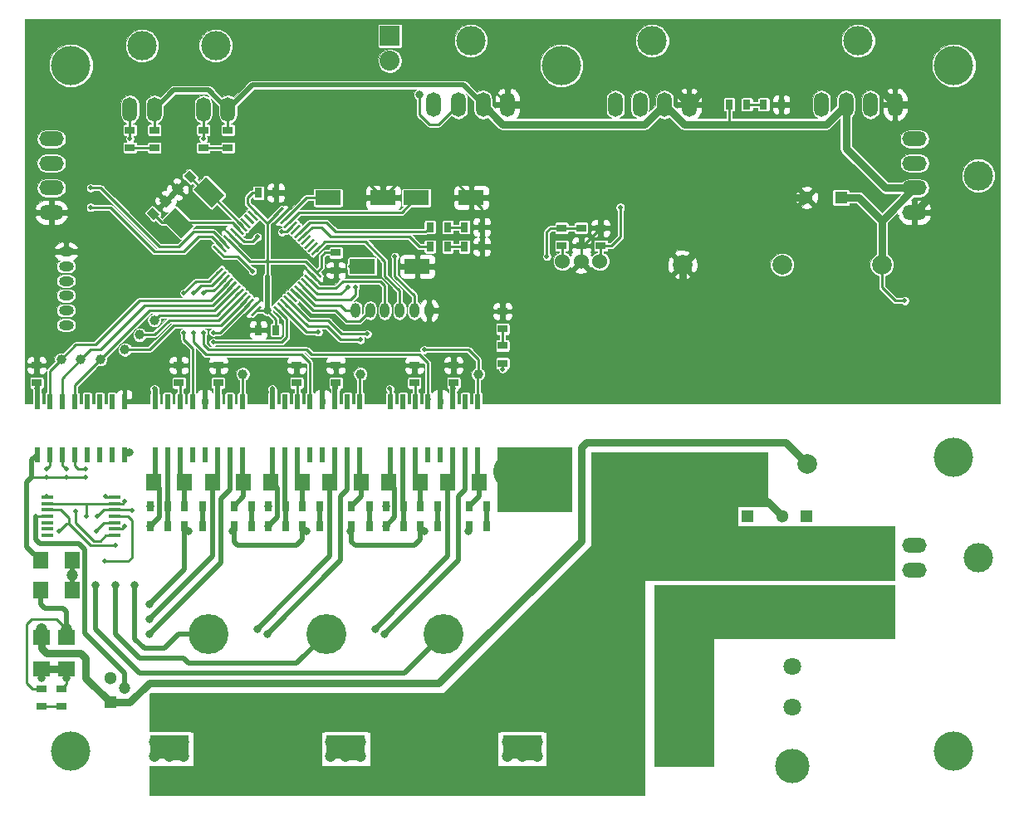
<source format=gbr>
G04 #@! TF.FileFunction,Copper,L1,Top,Signal*
%FSLAX46Y46*%
G04 Gerber Fmt 4.6, Leading zero omitted, Abs format (unit mm)*
G04 Created by KiCad (PCBNEW 4.0.6) date 04/10/17 19:15:21*
%MOMM*%
%LPD*%
G01*
G04 APERTURE LIST*
%ADD10C,0.100000*%
%ADD11C,2.000000*%
%ADD12R,1.800000X1.600000*%
%ADD13R,1.000000X0.800000*%
%ADD14R,1.600000X1.800000*%
%ADD15R,0.800000X1.000000*%
%ADD16R,4.000500X2.400300*%
%ADD17R,0.600000X1.500000*%
%ADD18O,1.000000X1.524000*%
%ADD19O,1.524000X1.000000*%
%ADD20C,4.064000*%
%ADD21R,2.600000X1.500000*%
%ADD22C,1.524000*%
%ADD23O,8.000000X3.500000*%
%ADD24R,1.200000X0.400000*%
%ADD25C,1.300000*%
%ADD26R,1.300000X1.300000*%
%ADD27R,2.032000X2.032000*%
%ADD28O,2.032000X2.032000*%
%ADD29C,1.000000*%
%ADD30C,3.500000*%
%ADD31C,1.800000*%
%ADD32O,1.500000X2.500000*%
%ADD33C,3.000000*%
%ADD34O,2.500000X1.500000*%
%ADD35C,4.000000*%
%ADD36C,1.200000*%
%ADD37C,0.500000*%
%ADD38C,0.800000*%
%ADD39C,0.800000*%
%ADD40C,0.250000*%
%ADD41C,0.500000*%
%ADD42C,0.026000*%
G04 APERTURE END LIST*
D10*
D11*
X80040000Y-45660000D03*
X74960000Y-45660000D03*
X67340000Y-45660000D03*
X67340000Y-25340000D03*
X77500000Y-25340000D03*
X87660000Y-25340000D03*
D12*
X2000000Y-63400000D03*
X2000000Y-66600000D03*
D10*
G36*
X15934315Y-18272792D02*
X15227208Y-17565685D01*
X15792893Y-17000000D01*
X16500000Y-17707107D01*
X15934315Y-18272792D01*
X15934315Y-18272792D01*
G37*
G36*
X17207107Y-17000000D02*
X16500000Y-16292893D01*
X17065685Y-15727208D01*
X17772792Y-16434315D01*
X17207107Y-17000000D01*
X17207107Y-17000000D01*
G37*
G36*
X14565685Y-18227208D02*
X15272792Y-18934315D01*
X14707107Y-19500000D01*
X14000000Y-18792893D01*
X14565685Y-18227208D01*
X14565685Y-18227208D01*
G37*
G36*
X13292893Y-19500000D02*
X14000000Y-20207107D01*
X13434315Y-20772792D01*
X12727208Y-20065685D01*
X13292893Y-19500000D01*
X13292893Y-19500000D01*
G37*
D13*
X20000000Y-37400000D03*
X20000000Y-35600000D03*
X44000000Y-37400000D03*
X44000000Y-35600000D03*
D14*
X34600000Y-47500000D03*
X31400000Y-47500000D03*
X28600000Y-47500000D03*
X25400000Y-47500000D03*
D12*
X4500000Y-63400000D03*
X4500000Y-66600000D03*
D14*
X1900000Y-58500000D03*
X5100000Y-58500000D03*
D15*
X26900000Y-50000000D03*
X25100000Y-50000000D03*
X14900000Y-50000000D03*
X13100000Y-50000000D03*
X38900000Y-50000000D03*
X37100000Y-50000000D03*
D13*
X28000000Y-37400000D03*
X28000000Y-35600000D03*
X16000000Y-37400000D03*
X16000000Y-35600000D03*
X40000000Y-37400000D03*
X40000000Y-35600000D03*
X55000000Y-23400000D03*
X55000000Y-21600000D03*
D15*
X25100000Y-52000000D03*
X26900000Y-52000000D03*
D10*
G36*
X18772792Y-16388730D02*
X20611270Y-18227208D01*
X19338478Y-19500000D01*
X17500000Y-17661522D01*
X18772792Y-16388730D01*
X18772792Y-16388730D01*
G37*
G36*
X15661522Y-19500000D02*
X17500000Y-21338478D01*
X16227208Y-22611270D01*
X14388730Y-20772792D01*
X15661522Y-19500000D01*
X15661522Y-19500000D01*
G37*
D15*
X13100000Y-52000000D03*
X14900000Y-52000000D03*
X37100000Y-52000000D03*
X38900000Y-52000000D03*
D13*
X32000000Y-37400000D03*
X32000000Y-35600000D03*
X57000000Y-21600000D03*
X57000000Y-23400000D03*
D14*
X22600000Y-47500000D03*
X19400000Y-47500000D03*
X16600000Y-47500000D03*
X13400000Y-47500000D03*
X46600000Y-47500000D03*
X43400000Y-47500000D03*
X40600000Y-47500000D03*
X37400000Y-47500000D03*
X1900000Y-55500000D03*
X5100000Y-55500000D03*
D16*
X14999500Y-74500000D03*
X23000500Y-74500000D03*
X32999500Y-74500000D03*
X41000500Y-74500000D03*
D15*
X33600000Y-50000000D03*
X35400000Y-50000000D03*
X28600000Y-50000000D03*
X30400000Y-50000000D03*
X21600000Y-50000000D03*
X23400000Y-50000000D03*
X16600000Y-50000000D03*
X18400000Y-50000000D03*
X45600000Y-50000000D03*
X47400000Y-50000000D03*
X40600000Y-50000000D03*
X42400000Y-50000000D03*
D17*
X1555000Y-44700000D03*
X2825000Y-44700000D03*
X4095000Y-44700000D03*
X5365000Y-44700000D03*
X6635000Y-44700000D03*
X7905000Y-44700000D03*
X9175000Y-44700000D03*
X10445000Y-44700000D03*
X10445000Y-39300000D03*
X9175000Y-39300000D03*
X7905000Y-39300000D03*
X6635000Y-39300000D03*
X5365000Y-39300000D03*
X4095000Y-39300000D03*
X2825000Y-39300000D03*
X1555000Y-39300000D03*
D18*
X41500000Y-30000000D03*
X40000000Y-30000000D03*
X38500000Y-30000000D03*
X37000000Y-30000000D03*
X35500000Y-30000000D03*
X34000000Y-30000000D03*
D19*
X4500000Y-24000000D03*
X4500000Y-25500000D03*
X4500000Y-27000000D03*
X4500000Y-28500000D03*
X4500000Y-30000000D03*
X4500000Y-31500000D03*
D20*
X31000000Y-63000000D03*
X19000000Y-63000000D03*
X43000000Y-63000000D03*
D15*
X33600000Y-52000000D03*
X35400000Y-52000000D03*
X28600000Y-52000000D03*
X30400000Y-52000000D03*
X21600000Y-52000000D03*
X23400000Y-52000000D03*
X16600000Y-52000000D03*
X18400000Y-52000000D03*
X45600000Y-52000000D03*
X47400000Y-52000000D03*
X40600000Y-52000000D03*
X42400000Y-52000000D03*
D21*
X40300000Y-25500000D03*
X34700000Y-25500000D03*
D10*
G36*
X23320621Y-19608311D02*
X23497398Y-19431534D01*
X24416637Y-20350773D01*
X24239860Y-20527550D01*
X23320621Y-19608311D01*
X23320621Y-19608311D01*
G37*
G36*
X22967068Y-19961864D02*
X23143845Y-19785087D01*
X24063084Y-20704326D01*
X23886307Y-20881103D01*
X22967068Y-19961864D01*
X22967068Y-19961864D01*
G37*
G36*
X22613514Y-20315418D02*
X22790291Y-20138641D01*
X23709530Y-21057880D01*
X23532753Y-21234657D01*
X22613514Y-20315418D01*
X22613514Y-20315418D01*
G37*
G36*
X22259961Y-20668971D02*
X22436738Y-20492194D01*
X23355977Y-21411433D01*
X23179200Y-21588210D01*
X22259961Y-20668971D01*
X22259961Y-20668971D01*
G37*
G36*
X21906408Y-21022524D02*
X22083185Y-20845747D01*
X23002424Y-21764986D01*
X22825647Y-21941763D01*
X21906408Y-21022524D01*
X21906408Y-21022524D01*
G37*
G36*
X21552854Y-21376078D02*
X21729631Y-21199301D01*
X22648870Y-22118540D01*
X22472093Y-22295317D01*
X21552854Y-21376078D01*
X21552854Y-21376078D01*
G37*
G36*
X21199301Y-21729631D02*
X21376078Y-21552854D01*
X22295317Y-22472093D01*
X22118540Y-22648870D01*
X21199301Y-21729631D01*
X21199301Y-21729631D01*
G37*
G36*
X20845747Y-22083185D02*
X21022524Y-21906408D01*
X21941763Y-22825647D01*
X21764986Y-23002424D01*
X20845747Y-22083185D01*
X20845747Y-22083185D01*
G37*
G36*
X20492194Y-22436738D02*
X20668971Y-22259961D01*
X21588210Y-23179200D01*
X21411433Y-23355977D01*
X20492194Y-22436738D01*
X20492194Y-22436738D01*
G37*
G36*
X20138641Y-22790291D02*
X20315418Y-22613514D01*
X21234657Y-23532753D01*
X21057880Y-23709530D01*
X20138641Y-22790291D01*
X20138641Y-22790291D01*
G37*
G36*
X19785087Y-23143845D02*
X19961864Y-22967068D01*
X20881103Y-23886307D01*
X20704326Y-24063084D01*
X19785087Y-23143845D01*
X19785087Y-23143845D01*
G37*
G36*
X19431534Y-23497398D02*
X19608311Y-23320621D01*
X20527550Y-24239860D01*
X20350773Y-24416637D01*
X19431534Y-23497398D01*
X19431534Y-23497398D01*
G37*
G36*
X19608311Y-26679379D02*
X19431534Y-26502602D01*
X20350773Y-25583363D01*
X20527550Y-25760140D01*
X19608311Y-26679379D01*
X19608311Y-26679379D01*
G37*
G36*
X19961864Y-27032932D02*
X19785087Y-26856155D01*
X20704326Y-25936916D01*
X20881103Y-26113693D01*
X19961864Y-27032932D01*
X19961864Y-27032932D01*
G37*
G36*
X20315418Y-27386486D02*
X20138641Y-27209709D01*
X21057880Y-26290470D01*
X21234657Y-26467247D01*
X20315418Y-27386486D01*
X20315418Y-27386486D01*
G37*
G36*
X20668971Y-27740039D02*
X20492194Y-27563262D01*
X21411433Y-26644023D01*
X21588210Y-26820800D01*
X20668971Y-27740039D01*
X20668971Y-27740039D01*
G37*
G36*
X21022524Y-28093592D02*
X20845747Y-27916815D01*
X21764986Y-26997576D01*
X21941763Y-27174353D01*
X21022524Y-28093592D01*
X21022524Y-28093592D01*
G37*
G36*
X21376078Y-28447146D02*
X21199301Y-28270369D01*
X22118540Y-27351130D01*
X22295317Y-27527907D01*
X21376078Y-28447146D01*
X21376078Y-28447146D01*
G37*
G36*
X21729631Y-28800699D02*
X21552854Y-28623922D01*
X22472093Y-27704683D01*
X22648870Y-27881460D01*
X21729631Y-28800699D01*
X21729631Y-28800699D01*
G37*
G36*
X22083185Y-29154253D02*
X21906408Y-28977476D01*
X22825647Y-28058237D01*
X23002424Y-28235014D01*
X22083185Y-29154253D01*
X22083185Y-29154253D01*
G37*
G36*
X22436738Y-29507806D02*
X22259961Y-29331029D01*
X23179200Y-28411790D01*
X23355977Y-28588567D01*
X22436738Y-29507806D01*
X22436738Y-29507806D01*
G37*
G36*
X22790291Y-29861359D02*
X22613514Y-29684582D01*
X23532753Y-28765343D01*
X23709530Y-28942120D01*
X22790291Y-29861359D01*
X22790291Y-29861359D01*
G37*
G36*
X23143845Y-30214913D02*
X22967068Y-30038136D01*
X23886307Y-29118897D01*
X24063084Y-29295674D01*
X23143845Y-30214913D01*
X23143845Y-30214913D01*
G37*
G36*
X23497398Y-30568466D02*
X23320621Y-30391689D01*
X24239860Y-29472450D01*
X24416637Y-29649227D01*
X23497398Y-30568466D01*
X23497398Y-30568466D01*
G37*
G36*
X25583363Y-29649227D02*
X25760140Y-29472450D01*
X26679379Y-30391689D01*
X26502602Y-30568466D01*
X25583363Y-29649227D01*
X25583363Y-29649227D01*
G37*
G36*
X25936916Y-29295674D02*
X26113693Y-29118897D01*
X27032932Y-30038136D01*
X26856155Y-30214913D01*
X25936916Y-29295674D01*
X25936916Y-29295674D01*
G37*
G36*
X26290470Y-28942120D02*
X26467247Y-28765343D01*
X27386486Y-29684582D01*
X27209709Y-29861359D01*
X26290470Y-28942120D01*
X26290470Y-28942120D01*
G37*
G36*
X26644023Y-28588567D02*
X26820800Y-28411790D01*
X27740039Y-29331029D01*
X27563262Y-29507806D01*
X26644023Y-28588567D01*
X26644023Y-28588567D01*
G37*
G36*
X26997576Y-28235014D02*
X27174353Y-28058237D01*
X28093592Y-28977476D01*
X27916815Y-29154253D01*
X26997576Y-28235014D01*
X26997576Y-28235014D01*
G37*
G36*
X27351130Y-27881460D02*
X27527907Y-27704683D01*
X28447146Y-28623922D01*
X28270369Y-28800699D01*
X27351130Y-27881460D01*
X27351130Y-27881460D01*
G37*
G36*
X27704683Y-27527907D02*
X27881460Y-27351130D01*
X28800699Y-28270369D01*
X28623922Y-28447146D01*
X27704683Y-27527907D01*
X27704683Y-27527907D01*
G37*
G36*
X28058237Y-27174353D02*
X28235014Y-26997576D01*
X29154253Y-27916815D01*
X28977476Y-28093592D01*
X28058237Y-27174353D01*
X28058237Y-27174353D01*
G37*
G36*
X28411790Y-26820800D02*
X28588567Y-26644023D01*
X29507806Y-27563262D01*
X29331029Y-27740039D01*
X28411790Y-26820800D01*
X28411790Y-26820800D01*
G37*
G36*
X28765343Y-26467247D02*
X28942120Y-26290470D01*
X29861359Y-27209709D01*
X29684582Y-27386486D01*
X28765343Y-26467247D01*
X28765343Y-26467247D01*
G37*
G36*
X29118897Y-26113693D02*
X29295674Y-25936916D01*
X30214913Y-26856155D01*
X30038136Y-27032932D01*
X29118897Y-26113693D01*
X29118897Y-26113693D01*
G37*
G36*
X29472450Y-25760140D02*
X29649227Y-25583363D01*
X30568466Y-26502602D01*
X30391689Y-26679379D01*
X29472450Y-25760140D01*
X29472450Y-25760140D01*
G37*
G36*
X29649227Y-24416637D02*
X29472450Y-24239860D01*
X30391689Y-23320621D01*
X30568466Y-23497398D01*
X29649227Y-24416637D01*
X29649227Y-24416637D01*
G37*
G36*
X29295674Y-24063084D02*
X29118897Y-23886307D01*
X30038136Y-22967068D01*
X30214913Y-23143845D01*
X29295674Y-24063084D01*
X29295674Y-24063084D01*
G37*
G36*
X28942120Y-23709530D02*
X28765343Y-23532753D01*
X29684582Y-22613514D01*
X29861359Y-22790291D01*
X28942120Y-23709530D01*
X28942120Y-23709530D01*
G37*
G36*
X28588567Y-23355977D02*
X28411790Y-23179200D01*
X29331029Y-22259961D01*
X29507806Y-22436738D01*
X28588567Y-23355977D01*
X28588567Y-23355977D01*
G37*
G36*
X28235014Y-23002424D02*
X28058237Y-22825647D01*
X28977476Y-21906408D01*
X29154253Y-22083185D01*
X28235014Y-23002424D01*
X28235014Y-23002424D01*
G37*
G36*
X27881460Y-22648870D02*
X27704683Y-22472093D01*
X28623922Y-21552854D01*
X28800699Y-21729631D01*
X27881460Y-22648870D01*
X27881460Y-22648870D01*
G37*
G36*
X27527907Y-22295317D02*
X27351130Y-22118540D01*
X28270369Y-21199301D01*
X28447146Y-21376078D01*
X27527907Y-22295317D01*
X27527907Y-22295317D01*
G37*
G36*
X27174353Y-21941763D02*
X26997576Y-21764986D01*
X27916815Y-20845747D01*
X28093592Y-21022524D01*
X27174353Y-21941763D01*
X27174353Y-21941763D01*
G37*
G36*
X26820800Y-21588210D02*
X26644023Y-21411433D01*
X27563262Y-20492194D01*
X27740039Y-20668971D01*
X26820800Y-21588210D01*
X26820800Y-21588210D01*
G37*
G36*
X26467247Y-21234657D02*
X26290470Y-21057880D01*
X27209709Y-20138641D01*
X27386486Y-20315418D01*
X26467247Y-21234657D01*
X26467247Y-21234657D01*
G37*
G36*
X26113693Y-20881103D02*
X25936916Y-20704326D01*
X26856155Y-19785087D01*
X27032932Y-19961864D01*
X26113693Y-20881103D01*
X26113693Y-20881103D01*
G37*
G36*
X25760140Y-20527550D02*
X25583363Y-20350773D01*
X26502602Y-19431534D01*
X26679379Y-19608311D01*
X25760140Y-20527550D01*
X25760140Y-20527550D01*
G37*
D22*
X58910000Y-25000000D03*
X57000000Y-25000000D03*
X55090000Y-25000000D03*
D23*
X52000000Y-46400000D03*
X62000000Y-46400000D03*
D17*
X34445000Y-39300000D03*
X33175000Y-39300000D03*
X31905000Y-39300000D03*
X30635000Y-39300000D03*
X29365000Y-39300000D03*
X28095000Y-39300000D03*
X26825000Y-39300000D03*
X25555000Y-39300000D03*
X25555000Y-44700000D03*
X26825000Y-44700000D03*
X28095000Y-44700000D03*
X29365000Y-44700000D03*
X30635000Y-44700000D03*
X31905000Y-44700000D03*
X33175000Y-44700000D03*
X34445000Y-44700000D03*
X22445000Y-39300000D03*
X21175000Y-39300000D03*
X19905000Y-39300000D03*
X18635000Y-39300000D03*
X17365000Y-39300000D03*
X16095000Y-39300000D03*
X14825000Y-39300000D03*
X13555000Y-39300000D03*
X13555000Y-44700000D03*
X14825000Y-44700000D03*
X16095000Y-44700000D03*
X17365000Y-44700000D03*
X18635000Y-44700000D03*
X19905000Y-44700000D03*
X21175000Y-44700000D03*
X22445000Y-44700000D03*
X46445000Y-39300000D03*
X45175000Y-39300000D03*
X43905000Y-39300000D03*
X42635000Y-39300000D03*
X41365000Y-39300000D03*
X40095000Y-39300000D03*
X38825000Y-39300000D03*
X37555000Y-39300000D03*
X37555000Y-44700000D03*
X38825000Y-44700000D03*
X40095000Y-44700000D03*
X41365000Y-44700000D03*
X42635000Y-44700000D03*
X43905000Y-44700000D03*
X45175000Y-44700000D03*
X46445000Y-44700000D03*
D24*
X2550000Y-49050000D03*
X2550000Y-49700000D03*
X2550000Y-50350000D03*
X2550000Y-51000000D03*
X2550000Y-51650000D03*
X2550000Y-52300000D03*
X2550000Y-52950000D03*
X9450000Y-52950000D03*
X9450000Y-52300000D03*
X9450000Y-51650000D03*
X9450000Y-51000000D03*
X9450000Y-50350000D03*
X9450000Y-49700000D03*
X9450000Y-49050000D03*
D25*
X9000000Y-67500000D03*
D26*
X9000000Y-70000000D03*
D27*
X37500000Y-2000000D03*
D28*
X37500000Y-4540000D03*
D21*
X45800000Y-18500000D03*
X40200000Y-18500000D03*
X36800000Y-18500000D03*
X31200000Y-18500000D03*
D13*
X49000000Y-31900000D03*
X49000000Y-30100000D03*
D15*
X45100000Y-21500000D03*
X46900000Y-21500000D03*
X45100000Y-23500000D03*
X46900000Y-23500000D03*
D13*
X1500000Y-37400000D03*
X1500000Y-35600000D03*
D15*
X25900000Y-32000000D03*
X24100000Y-32000000D03*
X24100000Y-18000000D03*
X25900000Y-18000000D03*
D13*
X32000000Y-24100000D03*
X32000000Y-25900000D03*
D15*
X75600000Y-9000000D03*
X77400000Y-9000000D03*
D13*
X4000000Y-70400000D03*
X4000000Y-68600000D03*
D29*
X13500000Y-31000000D03*
X12000000Y-32500000D03*
X10500000Y-34000000D03*
X4000000Y-35000000D03*
X6000000Y-35000000D03*
X8000000Y-35000000D03*
X34500000Y-36500000D03*
X22500000Y-36500000D03*
X46500000Y-36500000D03*
D20*
X87000000Y-55500000D03*
X87000000Y-61000000D03*
D30*
X78500000Y-76500000D03*
D31*
X78500000Y-66300000D03*
X78500000Y-70500000D03*
D30*
X80700000Y-60500000D03*
X66400000Y-74200000D03*
X66400000Y-63200000D03*
D13*
X13500000Y-11600000D03*
X13500000Y-13400000D03*
X21000000Y-11600000D03*
X21000000Y-13400000D03*
X49000000Y-35400000D03*
X49000000Y-33600000D03*
D15*
X41600000Y-21500000D03*
X43400000Y-21500000D03*
X41600000Y-23500000D03*
X43400000Y-23500000D03*
X72100000Y-9000000D03*
X73900000Y-9000000D03*
D13*
X2000000Y-68600000D03*
X2000000Y-70400000D03*
X11000000Y-13400000D03*
X11000000Y-11600000D03*
X18500000Y-13400000D03*
X18500000Y-11600000D03*
D32*
X89000000Y-9000000D03*
X86500000Y-9000000D03*
X84000000Y-9000000D03*
X81500000Y-9000000D03*
D33*
X85250000Y-2500000D03*
D34*
X91000000Y-56500000D03*
X91000000Y-54000000D03*
D33*
X97500000Y-55250000D03*
D25*
X80000000Y-18500000D03*
D26*
X83500000Y-18500000D03*
X80000000Y-51000000D03*
D25*
X77500000Y-51000000D03*
D26*
X74000000Y-51000000D03*
D25*
X71500000Y-51000000D03*
D32*
X49500000Y-9000000D03*
X47000000Y-9000000D03*
X44500000Y-9000000D03*
X42000000Y-9000000D03*
D33*
X45750000Y-2500000D03*
D32*
X68000000Y-9000000D03*
X65500000Y-9000000D03*
X63000000Y-9000000D03*
X60500000Y-9000000D03*
D33*
X64250000Y-2500000D03*
D34*
X91000000Y-20000000D03*
X91000000Y-17500000D03*
X91000000Y-15000000D03*
X91000000Y-12500000D03*
D33*
X97500000Y-16250000D03*
D34*
X3000000Y-12500000D03*
X3000000Y-15000000D03*
X3000000Y-17500000D03*
X3000000Y-20000000D03*
D13*
X59000000Y-23400000D03*
X59000000Y-21600000D03*
D32*
X13500000Y-9500000D03*
X11000000Y-9500000D03*
D33*
X12250000Y-3000000D03*
D32*
X21000000Y-9500000D03*
X18500000Y-9500000D03*
D33*
X19750000Y-3000000D03*
D16*
X50999500Y-74500000D03*
X59000500Y-74500000D03*
D35*
X95000000Y-5000000D03*
X55000000Y-5000000D03*
X95000000Y-45000000D03*
X5000000Y-5000000D03*
X95000000Y-75000000D03*
X5000000Y-75000000D03*
D36*
X73000000Y-38500000D03*
D37*
X23000000Y-6000000D03*
D36*
X52000000Y-32500000D03*
X62000000Y-32500000D03*
D37*
X49000000Y-29500000D03*
X44000000Y-36000000D03*
X24400000Y-25600000D03*
X24400000Y-24400000D03*
X25600000Y-24400000D03*
X25600000Y-25600000D03*
X40000000Y-36000000D03*
X1500000Y-36000000D03*
X32000000Y-36000000D03*
X28000000Y-36000000D03*
X20000000Y-36000000D03*
X16000000Y-36000000D03*
D38*
X25000000Y-63000000D03*
X25100000Y-50000000D03*
X13000000Y-63000000D03*
X13100000Y-50000000D03*
X37000000Y-63000000D03*
X37100000Y-50000000D03*
D36*
X13500000Y-74000000D03*
X15000000Y-74000000D03*
X16500000Y-74000000D03*
X16500000Y-75500000D03*
X15000000Y-75500000D03*
X13500000Y-75500000D03*
X31500000Y-74000000D03*
X33000000Y-74000000D03*
X34500000Y-74000000D03*
X34500000Y-75500000D03*
X33000000Y-75500000D03*
X31500000Y-75500000D03*
X49500000Y-74000000D03*
X51000000Y-74000000D03*
X52500000Y-74000000D03*
X52500000Y-75500000D03*
X51000000Y-75500000D03*
X49500000Y-75500000D03*
X10500000Y-68500000D03*
D37*
X61000000Y-19500000D03*
X38000000Y-24500000D03*
X25000000Y-25000000D03*
X25000000Y-26500000D03*
D38*
X25000000Y-30000000D03*
D37*
X49000000Y-36000000D03*
X44000000Y-38000000D03*
X37500000Y-38000000D03*
X1500000Y-38000000D03*
X32000000Y-38000000D03*
X25500000Y-38000000D03*
X13500000Y-38000000D03*
X19905000Y-38000000D03*
X23500000Y-26000000D03*
X53500000Y-24500000D03*
D38*
X7500000Y-58000000D03*
X36000000Y-62500000D03*
X4500000Y-67500000D03*
X2000000Y-67500000D03*
X11000000Y-44500000D03*
D37*
X8400000Y-55600000D03*
D36*
X5099820Y-57000000D03*
D38*
X13100000Y-52000000D03*
X25100000Y-52000000D03*
X37100000Y-52000000D03*
X9500000Y-58000000D03*
X24000000Y-62500000D03*
X11500000Y-58000000D03*
X13000000Y-61500000D03*
D36*
X1900000Y-58500000D03*
D38*
X13000000Y-60000000D03*
D36*
X4500000Y-62500000D03*
D38*
X21500000Y-52500000D03*
X17000000Y-52500000D03*
X33500000Y-52500000D03*
X29000000Y-52500000D03*
X45500000Y-52500000D03*
X41000000Y-52500000D03*
D37*
X2500000Y-47000000D03*
X6500000Y-47000000D03*
X4500000Y-47000000D03*
D36*
X1900000Y-55500000D03*
D37*
X90000000Y-29000000D03*
D38*
X40500000Y-8000000D03*
D37*
X33500000Y-25500000D03*
X24000000Y-22500000D03*
X26500000Y-22000000D03*
X6600000Y-51000000D03*
X10500000Y-52000000D03*
X10500000Y-49500000D03*
X35200000Y-32400000D03*
X41000000Y-34000000D03*
X34500000Y-33000000D03*
X30200000Y-32200000D03*
X34000000Y-27600000D03*
X33200000Y-27600000D03*
X18500000Y-32250000D03*
X18500000Y-28250000D03*
X17500000Y-32250000D03*
X17500000Y-28250000D03*
X16500000Y-28250000D03*
X16500000Y-32250000D03*
X7000000Y-19500000D03*
X7000000Y-17500000D03*
X11000000Y-12500000D03*
X18500000Y-12500000D03*
X19500000Y-33250000D03*
D36*
X2000000Y-62500000D03*
D37*
X19500000Y-32250000D03*
X2500000Y-46200000D03*
X6500000Y-46200000D03*
X4500000Y-46200000D03*
X5500000Y-50500000D03*
X8500000Y-49000000D03*
X2500000Y-49000000D03*
X7600000Y-52500000D03*
X11200000Y-50400000D03*
X7700000Y-51000000D03*
X3800000Y-52500000D03*
X9500000Y-54000000D03*
D39*
X73000000Y-35820000D02*
X67340000Y-30160000D01*
X73000000Y-38500000D02*
X73000000Y-35820000D01*
D40*
X46500000Y-6000000D02*
X49500000Y-9000000D01*
X23000000Y-6000000D02*
X46500000Y-6000000D01*
D39*
X62000000Y-32500000D02*
X65000000Y-32500000D01*
X67340000Y-30160000D02*
X67340000Y-25340000D01*
X65000000Y-32500000D02*
X67340000Y-30160000D01*
D40*
X57000000Y-23400000D02*
X57200000Y-23400000D01*
X57200000Y-23400000D02*
X59000000Y-21600000D01*
X14636396Y-18863604D02*
X15863604Y-17636396D01*
X36800000Y-18500000D02*
X35300000Y-17000000D01*
X29000000Y-17000000D02*
X27500000Y-18500000D01*
X35300000Y-17000000D02*
X29000000Y-17000000D01*
X45800000Y-18500000D02*
X46900000Y-19600000D01*
X46900000Y-19600000D02*
X46900000Y-21500000D01*
X36800000Y-18500000D02*
X38300000Y-17000000D01*
X44300000Y-17000000D02*
X45800000Y-18500000D01*
X38300000Y-17000000D02*
X44300000Y-17000000D01*
X40300000Y-25500000D02*
X40300000Y-27800000D01*
X41500000Y-29000000D02*
X41500000Y-30000000D01*
X40300000Y-27800000D02*
X41500000Y-29000000D01*
X77400000Y-9000000D02*
X77400000Y-7000000D01*
X77400000Y-7000000D02*
X77500000Y-7000000D01*
D39*
X68000000Y-9000000D02*
X66000000Y-7000000D01*
X56500000Y-9000000D02*
X49500000Y-9000000D01*
X58500000Y-7000000D02*
X56500000Y-9000000D01*
X66000000Y-7000000D02*
X58500000Y-7000000D01*
X80000000Y-18500000D02*
X74180000Y-18500000D01*
X74180000Y-18500000D02*
X67340000Y-25340000D01*
X91000000Y-20000000D02*
X93000000Y-18000000D01*
X91000000Y-9000000D02*
X89000000Y-9000000D01*
X93000000Y-11000000D02*
X91000000Y-9000000D01*
X93000000Y-18000000D02*
X93000000Y-11000000D01*
X89000000Y-9000000D02*
X87000000Y-7000000D01*
X70000000Y-7000000D02*
X68000000Y-9000000D01*
X77500000Y-7000000D02*
X70000000Y-7000000D01*
X87000000Y-7000000D02*
X77500000Y-7000000D01*
D40*
X46900000Y-23500000D02*
X46900000Y-21500000D01*
D39*
X52000000Y-32500000D02*
X62000000Y-32500000D01*
D40*
X57000000Y-25000000D02*
X57000000Y-23400000D01*
X49000000Y-30100000D02*
X49000000Y-29500000D01*
X44000000Y-36000000D02*
X44000000Y-35600000D01*
X29666905Y-26484924D02*
X30381981Y-27200000D01*
X31600000Y-27200000D02*
X32000000Y-26800000D01*
X30381981Y-27200000D02*
X31600000Y-27200000D01*
X26484924Y-20333095D02*
X27500000Y-19318019D01*
X27500000Y-19318019D02*
X27500000Y-18500000D01*
X27000000Y-18000000D02*
X25900000Y-18000000D01*
X27500000Y-18500000D02*
X27000000Y-18000000D01*
X32000000Y-26800000D02*
X32000000Y-25900000D01*
X24100000Y-32000000D02*
X23000000Y-32000000D01*
X22500000Y-30681981D02*
X23515076Y-29666905D01*
X22500000Y-31500000D02*
X22500000Y-30681981D01*
X23000000Y-32000000D02*
X22500000Y-31500000D01*
X24400000Y-28781981D02*
X23515076Y-29666905D01*
X24400000Y-28781981D02*
X24400000Y-25600000D01*
X23339339Y-24400000D02*
X24400000Y-24400000D01*
X23339339Y-24400000D02*
X21393755Y-22454416D01*
X25600000Y-21218019D02*
X25600000Y-24400000D01*
X26484924Y-20333095D02*
X25600000Y-21218019D01*
X28781981Y-25600000D02*
X25600000Y-25600000D01*
X28781981Y-25600000D02*
X29666905Y-26484924D01*
D41*
X42635000Y-39300000D02*
X42635000Y-35865000D01*
X42635000Y-35865000D02*
X42900000Y-35600000D01*
X42900000Y-35600000D02*
X44000000Y-35600000D01*
D40*
X40000000Y-35600000D02*
X40000000Y-36000000D01*
D41*
X30635000Y-39300000D02*
X30635000Y-35865000D01*
X30900000Y-35600000D02*
X32000000Y-35600000D01*
X30635000Y-35865000D02*
X30900000Y-35600000D01*
X18635000Y-39300000D02*
X18635000Y-35865000D01*
X18900000Y-35600000D02*
X20000000Y-35600000D01*
X18635000Y-35865000D02*
X18900000Y-35600000D01*
D40*
X1500000Y-35600000D02*
X1500000Y-36000000D01*
X32000000Y-35600000D02*
X32000000Y-36000000D01*
X28000000Y-35600000D02*
X28000000Y-36000000D01*
X20000000Y-35600000D02*
X20000000Y-36000000D01*
X16000000Y-35600000D02*
X16000000Y-36000000D01*
X17136396Y-16363604D02*
X18717157Y-17944365D01*
X18717157Y-17944365D02*
X19055635Y-17944365D01*
X19055635Y-17944365D02*
X19055635Y-17994974D01*
X19055635Y-17994974D02*
X22454416Y-21393755D01*
X13363604Y-20136396D02*
X14282843Y-21055635D01*
X14282843Y-21055635D02*
X15944365Y-21055635D01*
X15944365Y-21055635D02*
X21479898Y-21055635D01*
X21479898Y-21055635D02*
X22136217Y-21711954D01*
X22136217Y-21711954D02*
X22100862Y-21747309D01*
D41*
X16600000Y-50000000D02*
X16600000Y-47500000D01*
X16095000Y-44700000D02*
X16095000Y-46995000D01*
X16095000Y-46995000D02*
X16600000Y-47500000D01*
X32500000Y-55500000D02*
X32500000Y-49000000D01*
X25000000Y-63000000D02*
X32500000Y-55500000D01*
X32500000Y-49000000D02*
X33175000Y-48325000D01*
X33175000Y-48325000D02*
X33175000Y-44700000D01*
X26900000Y-50000000D02*
X26900000Y-52000000D01*
X26825000Y-44700000D02*
X26825000Y-49925000D01*
X26825000Y-49925000D02*
X26900000Y-50000000D01*
X20250000Y-55750000D02*
X20250000Y-49250000D01*
X13000000Y-63000000D02*
X20250000Y-55750000D01*
X21175000Y-48325000D02*
X21175000Y-44700000D01*
X20250000Y-49250000D02*
X21175000Y-48325000D01*
X14900000Y-50000000D02*
X14825000Y-49925000D01*
X14825000Y-49925000D02*
X14825000Y-44700000D01*
X14900000Y-52000000D02*
X14900000Y-50000000D01*
X44500000Y-55500000D02*
X44500000Y-49000000D01*
X37000000Y-63000000D02*
X44500000Y-55500000D01*
X44500000Y-49000000D02*
X45175000Y-48325000D01*
X45175000Y-48325000D02*
X45175000Y-44700000D01*
X38900000Y-50000000D02*
X38825000Y-49925000D01*
X38825000Y-49925000D02*
X38825000Y-44700000D01*
X38900000Y-52000000D02*
X38900000Y-50000000D01*
X38825000Y-44700000D02*
X38800000Y-44725000D01*
D39*
X14999500Y-74500000D02*
X14000000Y-74500000D01*
X14000000Y-74500000D02*
X13500000Y-74000000D01*
X15000000Y-74000000D02*
X16500000Y-74000000D01*
X16500000Y-75500000D02*
X15000000Y-75500000D01*
X13500000Y-75500000D02*
X14999500Y-74500000D01*
X32999500Y-74500000D02*
X32000000Y-74500000D01*
X32000000Y-74500000D02*
X31500000Y-74000000D01*
X33000000Y-74000000D02*
X34500000Y-74000000D01*
X34500000Y-75500000D02*
X33000000Y-75500000D01*
X31500000Y-75500000D02*
X32999500Y-74500000D01*
X50999500Y-74500000D02*
X50000000Y-74500000D01*
X50000000Y-74500000D02*
X49500000Y-74000000D01*
X51000000Y-74000000D02*
X52500000Y-74000000D01*
X52500000Y-75500000D02*
X51000000Y-75500000D01*
X49500000Y-75500000D02*
X50999500Y-74500000D01*
D40*
X2550000Y-51000000D02*
X1400000Y-51000000D01*
D41*
X6400000Y-62900000D02*
X6400000Y-54400000D01*
X6400000Y-54400000D02*
X5800000Y-53800000D01*
X5800000Y-53800000D02*
X1800002Y-53800000D01*
X1800002Y-53800000D02*
X1400000Y-53399998D01*
X1400000Y-53399998D02*
X1400000Y-51000000D01*
X10500000Y-68500000D02*
X10500000Y-67000000D01*
X10500000Y-67000000D02*
X6400000Y-62900000D01*
D40*
X59000000Y-23400000D02*
X60100000Y-23400000D01*
X61000000Y-22500000D02*
X61000000Y-19500000D01*
X60100000Y-23400000D02*
X61000000Y-22500000D01*
X59000000Y-23400000D02*
X59000000Y-24910000D01*
X59000000Y-24910000D02*
X58910000Y-25000000D01*
X38000000Y-24500000D02*
X38000000Y-26500000D01*
X38000000Y-26500000D02*
X40000000Y-28500000D01*
X40000000Y-28500000D02*
X40000000Y-30000000D01*
X25900000Y-32000000D02*
X25900000Y-30900000D01*
X25900000Y-30900000D02*
X25000000Y-30000000D01*
X23868629Y-30020458D02*
X24979542Y-30020458D01*
X24979542Y-30020458D02*
X25000000Y-30000000D01*
D41*
X25000000Y-30000000D02*
X25000000Y-26500000D01*
D40*
X49000000Y-35400000D02*
X49000000Y-36000000D01*
X23868629Y-19979542D02*
X23000000Y-19110913D01*
X23500000Y-18000000D02*
X24100000Y-18000000D01*
X23000000Y-18500000D02*
X23500000Y-18000000D01*
X23000000Y-19110913D02*
X23000000Y-18500000D01*
X32000000Y-24100000D02*
X30900000Y-24100000D01*
X30500000Y-25651829D02*
X30020458Y-26131371D01*
X30500000Y-24500000D02*
X30500000Y-25651829D01*
X30900000Y-24100000D02*
X30500000Y-24500000D01*
X23868629Y-19979542D02*
X25000000Y-21110913D01*
X26131371Y-19979542D02*
X25000000Y-21110913D01*
X25000000Y-21110913D02*
X25000000Y-25000000D01*
X25000000Y-26500000D02*
X25000000Y-25000000D01*
X30020458Y-26131371D02*
X28889087Y-25000000D01*
X23232233Y-25000000D02*
X21040202Y-22807969D01*
X28889087Y-25000000D02*
X25000000Y-25000000D01*
X25000000Y-25000000D02*
X23232233Y-25000000D01*
X44000000Y-37400000D02*
X44000000Y-38000000D01*
D41*
X43905000Y-39300000D02*
X43905000Y-37495000D01*
D40*
X37555000Y-38055000D02*
X37555000Y-39300000D01*
X37555000Y-38055000D02*
X37500000Y-38000000D01*
D41*
X1500000Y-38000000D02*
X1555000Y-38000000D01*
X1555000Y-38000000D02*
X1500000Y-38000000D01*
X1500000Y-38000000D02*
X1555000Y-38000000D01*
X32000000Y-38000000D02*
X32000000Y-37400000D01*
X25555000Y-38055000D02*
X25500000Y-38000000D01*
X25555000Y-38055000D02*
X25555000Y-39300000D01*
X13555000Y-38055000D02*
X13500000Y-38000000D01*
X13555000Y-38055000D02*
X13555000Y-39300000D01*
X43905000Y-37495000D02*
X44000000Y-37400000D01*
X31905000Y-39300000D02*
X31905000Y-37495000D01*
X31905000Y-37495000D02*
X32000000Y-37400000D01*
X19905000Y-39300000D02*
X19905000Y-38000000D01*
X19905000Y-38000000D02*
X19905000Y-37495000D01*
X19905000Y-37495000D02*
X20000000Y-37400000D01*
X1555000Y-39300000D02*
X1555000Y-38000000D01*
X1555000Y-38000000D02*
X1555000Y-37455000D01*
X1555000Y-37455000D02*
X1500000Y-37400000D01*
D40*
X19979542Y-23868629D02*
X20610913Y-24500000D01*
X20610913Y-24500000D02*
X22000000Y-24500000D01*
X22000000Y-24500000D02*
X23500000Y-26000000D01*
X55000000Y-21600000D02*
X53900000Y-21600000D01*
X53900000Y-21600000D02*
X53500000Y-22000000D01*
X53500000Y-22000000D02*
X53500000Y-24500000D01*
X57000000Y-21600000D02*
X55000000Y-21600000D01*
D41*
X33600000Y-50000000D02*
X34600000Y-49000000D01*
X34600000Y-49000000D02*
X34600000Y-47500000D01*
X34445000Y-44700000D02*
X34445000Y-47345000D01*
X34445000Y-47345000D02*
X34600000Y-47500000D01*
X43000000Y-63000000D02*
X39000000Y-67000000D01*
X7500000Y-62500000D02*
X7500000Y-58000000D01*
X12000000Y-67000000D02*
X7500000Y-62500000D01*
X39000000Y-67000000D02*
X12000000Y-67000000D01*
X43905000Y-44700000D02*
X43905000Y-46995000D01*
X43905000Y-46995000D02*
X43400000Y-47500000D01*
X43400000Y-55100000D02*
X43400000Y-47500000D01*
X36000000Y-62500000D02*
X43400000Y-55100000D01*
X28600000Y-50000000D02*
X28600000Y-47500000D01*
X28095000Y-44700000D02*
X28095000Y-46995000D01*
X28095000Y-46995000D02*
X28600000Y-47500000D01*
D40*
X4500000Y-67500000D02*
X4500000Y-68100000D01*
X4500000Y-68100000D02*
X4000000Y-68600000D01*
X4500000Y-66600000D02*
X4500000Y-67500000D01*
X2000000Y-66600000D02*
X2000000Y-67500000D01*
X10445000Y-44700000D02*
X10800000Y-44700000D01*
X10800000Y-44700000D02*
X11000000Y-44500000D01*
X9450000Y-51000000D02*
X10800000Y-51000000D01*
X10800000Y-55600000D02*
X8400000Y-55600000D01*
X11200000Y-55200000D02*
X10800000Y-55600000D01*
X11200000Y-51400000D02*
X11200000Y-55200000D01*
X10800000Y-51000000D02*
X11200000Y-51400000D01*
X4000000Y-67100000D02*
X4500000Y-66600000D01*
D39*
X2000000Y-66600000D02*
X4500000Y-66600000D01*
D40*
X5099820Y-57000000D02*
X5100000Y-57000000D01*
X5100000Y-57000000D02*
X5000000Y-57000000D01*
X5000000Y-57000000D02*
X5100000Y-57000000D01*
D41*
X5100000Y-58500000D02*
X5100000Y-57000000D01*
X5100000Y-57000000D02*
X5100000Y-55500000D01*
X14000000Y-51100000D02*
X14000000Y-48100000D01*
X14000000Y-51100000D02*
X13100000Y-52000000D01*
X26000000Y-51100000D02*
X26000000Y-48100000D01*
X26000000Y-51100000D02*
X25100000Y-52000000D01*
X38000000Y-51100000D02*
X38000000Y-48100000D01*
X38000000Y-51100000D02*
X37100000Y-52000000D01*
X37400000Y-47500000D02*
X38000000Y-48100000D01*
X13400000Y-47500000D02*
X14000000Y-48100000D01*
X25400000Y-47500000D02*
X26000000Y-48100000D01*
X25400000Y-47500000D02*
X25500000Y-47600000D01*
X37555000Y-44700000D02*
X37555000Y-47345000D01*
X13555000Y-44700000D02*
X13555000Y-47345000D01*
X13555000Y-47345000D02*
X13400000Y-47500000D01*
X25555000Y-44700000D02*
X25555000Y-47345000D01*
X25555000Y-47345000D02*
X25400000Y-47500000D01*
X37555000Y-47345000D02*
X37400000Y-47500000D01*
X21600000Y-50000000D02*
X22600000Y-49000000D01*
X22600000Y-49000000D02*
X22600000Y-47500000D01*
X22445000Y-44700000D02*
X22445000Y-47345000D01*
X22445000Y-47345000D02*
X22600000Y-47500000D01*
X12000000Y-65500000D02*
X9500000Y-63000000D01*
X17000000Y-66000000D02*
X16500000Y-65500000D01*
X16500000Y-65500000D02*
X12000000Y-65500000D01*
X31000000Y-63000000D02*
X28000000Y-66000000D01*
X28000000Y-66000000D02*
X17000000Y-66000000D01*
X9500000Y-63000000D02*
X9500000Y-58000000D01*
X31400000Y-47500000D02*
X31400000Y-55100000D01*
X31400000Y-55100000D02*
X24000000Y-62500000D01*
X31905000Y-44700000D02*
X31905000Y-46995000D01*
X31905000Y-46995000D02*
X31400000Y-47500000D01*
X45600000Y-50000000D02*
X46600000Y-49000000D01*
X46600000Y-49000000D02*
X46600000Y-47500000D01*
X46445000Y-44700000D02*
X46445000Y-47345000D01*
X46445000Y-47345000D02*
X46600000Y-47500000D01*
X12500000Y-64500000D02*
X11500000Y-63500000D01*
X19000000Y-63000000D02*
X16000000Y-63000000D01*
X16000000Y-63000000D02*
X14500000Y-64500000D01*
X14500000Y-64500000D02*
X12500000Y-64500000D01*
X11500000Y-63500000D02*
X11500000Y-58000000D01*
X19905000Y-44700000D02*
X19905000Y-46995000D01*
X19905000Y-46995000D02*
X19400000Y-47500000D01*
X19400000Y-47500000D02*
X19400000Y-55100000D01*
X19400000Y-55100000D02*
X13000000Y-61500000D01*
X40600000Y-50000000D02*
X40600000Y-47500000D01*
X40095000Y-44700000D02*
X40095000Y-46995000D01*
X40095000Y-46995000D02*
X40600000Y-47500000D01*
X1900000Y-58500000D02*
X1900000Y-60000000D01*
X4500000Y-60700000D02*
X4500000Y-62500000D01*
X4200000Y-60400000D02*
X4500000Y-60700000D01*
X2300000Y-60400000D02*
X4200000Y-60400000D01*
X1900000Y-60000000D02*
X2300000Y-60400000D01*
X16600000Y-56400000D02*
X16600000Y-52000000D01*
X16600000Y-56400000D02*
X13000000Y-60000000D01*
D40*
X2000000Y-68600000D02*
X1100000Y-68600000D01*
X3500000Y-61500000D02*
X4500000Y-62500000D01*
X1000000Y-61500000D02*
X3500000Y-61500000D01*
X500000Y-62000000D02*
X1000000Y-61500000D01*
X500000Y-68000000D02*
X500000Y-62000000D01*
X1100000Y-68600000D02*
X500000Y-68000000D01*
D39*
X4500000Y-63400000D02*
X4500000Y-62500000D01*
D41*
X21600000Y-52000000D02*
X21600000Y-52400000D01*
X21600000Y-52400000D02*
X21500000Y-52500000D01*
X17000000Y-52500000D02*
X16600000Y-52100000D01*
X16600000Y-52100000D02*
X16600000Y-52000000D01*
X28600000Y-52000000D02*
X28600000Y-53400000D01*
X21600000Y-53600000D02*
X21600000Y-52000000D01*
X22000000Y-54000000D02*
X21600000Y-53600000D01*
X28000000Y-54000000D02*
X22000000Y-54000000D01*
X28600000Y-53400000D02*
X28000000Y-54000000D01*
X33600000Y-52000000D02*
X33600000Y-52400000D01*
X33600000Y-52400000D02*
X33500000Y-52500000D01*
X29000000Y-52500000D02*
X28600000Y-52100000D01*
X28600000Y-52100000D02*
X28600000Y-52000000D01*
X40600000Y-52000000D02*
X40600000Y-53400000D01*
X33600000Y-53600000D02*
X33600000Y-52000000D01*
X34000000Y-54000000D02*
X33600000Y-53600000D01*
X40000000Y-54000000D02*
X34000000Y-54000000D01*
X40600000Y-53400000D02*
X40000000Y-54000000D01*
X45600000Y-52000000D02*
X45600000Y-52400000D01*
X45600000Y-52400000D02*
X45500000Y-52500000D01*
X41000000Y-52500000D02*
X40600000Y-52100000D01*
X40600000Y-52100000D02*
X40600000Y-52000000D01*
X45600000Y-52000000D02*
X45500000Y-52100000D01*
X1000000Y-47000000D02*
X500000Y-47500000D01*
X1000000Y-54600000D02*
X1900000Y-55500000D01*
X500000Y-54100000D02*
X1000000Y-54600000D01*
X500000Y-47500000D02*
X500000Y-54100000D01*
D40*
X2500000Y-47000000D02*
X1000000Y-47000000D01*
X4500000Y-47000000D02*
X2500000Y-47000000D01*
X6500000Y-47000000D02*
X4500000Y-47000000D01*
D41*
X1555000Y-44700000D02*
X1000000Y-45255000D01*
X1000000Y-45255000D02*
X1000000Y-47000000D01*
X35400000Y-52000000D02*
X35400000Y-50000000D01*
X30400000Y-52000000D02*
X30400000Y-50000000D01*
X23400000Y-52000000D02*
X23400000Y-50000000D01*
X18400000Y-52000000D02*
X18400000Y-50000000D01*
X47400000Y-52000000D02*
X47400000Y-50000000D01*
X42400000Y-52000000D02*
X42400000Y-50000000D01*
D40*
X37000000Y-25000000D02*
X37000000Y-26500000D01*
X37000000Y-26500000D02*
X38500000Y-28000000D01*
X38500000Y-30000000D02*
X38500000Y-28000000D01*
X30889087Y-23000000D02*
X30020458Y-23868629D01*
X35000000Y-23000000D02*
X30889087Y-23000000D01*
X37000000Y-25000000D02*
X35000000Y-23000000D01*
X32000000Y-27700000D02*
X32700000Y-27000000D01*
X32700000Y-27000000D02*
X36500000Y-27000000D01*
X36500000Y-27000000D02*
X37000000Y-27500000D01*
X37000000Y-27500000D02*
X37000000Y-30000000D01*
X29313351Y-26838478D02*
X30174873Y-27700000D01*
X30174873Y-27700000D02*
X32000000Y-27700000D01*
X27899138Y-28252691D02*
X29646447Y-30000000D01*
X32000000Y-30000000D02*
X33100000Y-31100000D01*
X29646447Y-30000000D02*
X32000000Y-30000000D01*
X33100000Y-31100000D02*
X34400000Y-31100000D01*
X34400000Y-31100000D02*
X35500000Y-30000000D01*
X28252691Y-27899138D02*
X29853553Y-29500000D01*
X33000000Y-30000000D02*
X34000000Y-30000000D01*
X32500000Y-29500000D02*
X33000000Y-30000000D01*
X29853553Y-29500000D02*
X32500000Y-29500000D01*
X14000000Y-30500000D02*
X19853553Y-30500000D01*
X19853553Y-30500000D02*
X22100862Y-28252691D01*
X13500000Y-31000000D02*
X14000000Y-30500000D01*
X22454416Y-28606245D02*
X20060661Y-31000000D01*
X20060661Y-31000000D02*
X15000000Y-31000000D01*
X15000000Y-31000000D02*
X13500000Y-32500000D01*
X13500000Y-32500000D02*
X12000000Y-32500000D01*
X15500000Y-31500000D02*
X20267767Y-31500000D01*
X20267767Y-31500000D02*
X22807969Y-28959798D01*
X15500000Y-31500000D02*
X13000000Y-34000000D01*
X13000000Y-34000000D02*
X10500000Y-34000000D01*
D41*
X21000000Y-9500000D02*
X23500000Y-7000000D01*
X45000000Y-7000000D02*
X47000000Y-9000000D01*
X23500000Y-7000000D02*
X45000000Y-7000000D01*
X13500000Y-9500000D02*
X15500000Y-7500000D01*
X19000000Y-7500000D02*
X21000000Y-9500000D01*
X15500000Y-7500000D02*
X19000000Y-7500000D01*
D40*
X21000000Y-11600000D02*
X21000000Y-9500000D01*
X13500000Y-9500000D02*
X13500000Y-11600000D01*
X87660000Y-27660000D02*
X87660000Y-25340000D01*
X89000000Y-29000000D02*
X87660000Y-27660000D01*
X90000000Y-29000000D02*
X89000000Y-29000000D01*
X72100000Y-9000000D02*
X72100000Y-11000000D01*
X72100000Y-11000000D02*
X72000000Y-11000000D01*
D39*
X47000000Y-9000000D02*
X49000000Y-11000000D01*
X49000000Y-11000000D02*
X63500000Y-11000000D01*
X63500000Y-11000000D02*
X65500000Y-9000000D01*
X83500000Y-18500000D02*
X85320000Y-18500000D01*
X85320000Y-18500000D02*
X87660000Y-20840000D01*
X84000000Y-9000000D02*
X84000000Y-13500000D01*
X88000000Y-17500000D02*
X91000000Y-17500000D01*
X84000000Y-13500000D02*
X88000000Y-17500000D01*
X87660000Y-25340000D02*
X87660000Y-20840000D01*
X87660000Y-20840000D02*
X91000000Y-17500000D01*
X84000000Y-9000000D02*
X82000000Y-11000000D01*
X82000000Y-11000000D02*
X72000000Y-11000000D01*
X72000000Y-11000000D02*
X67500000Y-11000000D01*
X67500000Y-11000000D02*
X65500000Y-9000000D01*
D40*
X42500000Y-11000000D02*
X44500000Y-9000000D01*
X41500000Y-11000000D02*
X42500000Y-11000000D01*
X40500000Y-10000000D02*
X41500000Y-11000000D01*
X40500000Y-8000000D02*
X40500000Y-10000000D01*
X34700000Y-25500000D02*
X33500000Y-25500000D01*
X21747309Y-22100862D02*
X22646447Y-23000000D01*
X23500000Y-23000000D02*
X24000000Y-22500000D01*
X22646447Y-23000000D02*
X23500000Y-23000000D01*
X26939339Y-22000000D02*
X27545584Y-21393755D01*
X26500000Y-22000000D02*
X26939339Y-22000000D01*
X28095000Y-39300000D02*
X28095000Y-37495000D01*
X28095000Y-37495000D02*
X28000000Y-37400000D01*
X16095000Y-39300000D02*
X16095000Y-37495000D01*
X16095000Y-37495000D02*
X16000000Y-37400000D01*
X40095000Y-39300000D02*
X40095000Y-37495000D01*
X40095000Y-37495000D02*
X40000000Y-37400000D01*
X55090000Y-25000000D02*
X55090000Y-23490000D01*
X55090000Y-23490000D02*
X55000000Y-23400000D01*
X6600000Y-51000000D02*
X6600000Y-49700000D01*
X6600000Y-49700000D02*
X6600000Y-49800000D01*
X6600000Y-49800000D02*
X6600000Y-49700000D01*
X9450000Y-52300000D02*
X10200000Y-52300000D01*
X10200000Y-52300000D02*
X10500000Y-52000000D01*
X10300000Y-49700000D02*
X9450000Y-49700000D01*
X10500000Y-49500000D02*
X10300000Y-49700000D01*
X2550000Y-49700000D02*
X6600000Y-49700000D01*
X6600000Y-49700000D02*
X9450000Y-49700000D01*
X27192031Y-28959798D02*
X29232233Y-31000000D01*
X29232233Y-31000000D02*
X31200000Y-31000000D01*
X31200000Y-31000000D02*
X32600000Y-32400000D01*
X32600000Y-32400000D02*
X35200000Y-32400000D01*
X46500000Y-35000000D02*
X46500000Y-36500000D01*
X45500000Y-34000000D02*
X46500000Y-35000000D01*
X41000000Y-34000000D02*
X45500000Y-34000000D01*
X46445000Y-39300000D02*
X46445000Y-36555000D01*
X46445000Y-36555000D02*
X46500000Y-36500000D01*
X29137563Y-31612436D02*
X31112436Y-31612436D01*
X31112436Y-31612436D02*
X32500000Y-33000000D01*
X32500000Y-33000000D02*
X34500000Y-33000000D01*
X26838478Y-29313351D02*
X29137563Y-31612436D01*
X34445000Y-39300000D02*
X34445000Y-36555000D01*
X34445000Y-36555000D02*
X34500000Y-36500000D01*
X26484924Y-29666905D02*
X29018019Y-32200000D01*
X29018019Y-32200000D02*
X30200000Y-32200000D01*
X22445000Y-39300000D02*
X22445000Y-36555000D01*
X22445000Y-36555000D02*
X22500000Y-36500000D01*
X8000000Y-35000000D02*
X13000000Y-30000000D01*
X19646447Y-30000000D02*
X21747309Y-27899138D01*
X13000000Y-30000000D02*
X19646447Y-30000000D01*
X5365000Y-39300000D02*
X5365000Y-37635000D01*
X5365000Y-37635000D02*
X8000000Y-35000000D01*
X12500000Y-29500000D02*
X8000000Y-34000000D01*
X8000000Y-34000000D02*
X7000000Y-34000000D01*
X21393755Y-27545584D02*
X19439339Y-29500000D01*
X7000000Y-34000000D02*
X6000000Y-35000000D01*
X19439339Y-29500000D02*
X12500000Y-29500000D01*
X4095000Y-39300000D02*
X4095000Y-36905000D01*
X4095000Y-36905000D02*
X6000000Y-35000000D01*
X12000000Y-29000000D02*
X7500000Y-33500000D01*
X7500000Y-33500000D02*
X5500000Y-33500000D01*
X4000000Y-35000000D02*
X5500000Y-33500000D01*
X19232233Y-29000000D02*
X21040202Y-27192031D01*
X12000000Y-29000000D02*
X19232233Y-29000000D01*
X2825000Y-39300000D02*
X2825000Y-36175000D01*
X2825000Y-36175000D02*
X4000000Y-35000000D01*
X29960661Y-28900000D02*
X33500000Y-28900000D01*
X29960661Y-28900000D02*
X28606245Y-27545584D01*
X34000000Y-28400000D02*
X34000000Y-27600000D01*
X33500000Y-28900000D02*
X34000000Y-28400000D01*
X30067767Y-28300000D02*
X32500000Y-28300000D01*
X28959798Y-27192031D02*
X30067767Y-28300000D01*
X32500000Y-28300000D02*
X33200000Y-27600000D01*
X18500000Y-28250000D02*
X18750000Y-28000000D01*
X18750000Y-28000000D02*
X19525127Y-28000000D01*
X29500000Y-34500000D02*
X40500000Y-34500000D01*
X29000000Y-34000000D02*
X19000000Y-34000000D01*
X18500000Y-32250000D02*
X18500000Y-33500000D01*
X18500000Y-33500000D02*
X19000000Y-34000000D01*
X19525127Y-28000000D02*
X20686649Y-26838478D01*
X41365000Y-39300000D02*
X41365000Y-35365000D01*
X29500000Y-34500000D02*
X29000000Y-34000000D01*
X41365000Y-35365000D02*
X40500000Y-34500000D01*
X41500000Y-39000000D02*
X41365000Y-39300000D01*
X18750000Y-34500000D02*
X28500000Y-34500000D01*
X18750000Y-34500000D02*
X17500000Y-33250000D01*
X17500000Y-33250000D02*
X17500000Y-32250000D01*
X20333095Y-26484924D02*
X19318019Y-27500000D01*
X19318019Y-27500000D02*
X18250000Y-27500000D01*
X18250000Y-27500000D02*
X17500000Y-28250000D01*
X29365000Y-35365000D02*
X28500000Y-34500000D01*
X20333095Y-26484924D02*
X19318019Y-27500000D01*
X29365000Y-35365000D02*
X29365000Y-39300000D01*
X19110913Y-27000000D02*
X17750000Y-27000000D01*
X17750000Y-27000000D02*
X16500000Y-28250000D01*
X19979542Y-26131371D02*
X19110913Y-27000000D01*
X19110913Y-27000000D02*
X17750000Y-27000000D01*
X16500000Y-32250000D02*
X16500000Y-33000000D01*
X16500000Y-33000000D02*
X17365000Y-33865000D01*
X17365000Y-33865000D02*
X17365000Y-39300000D01*
X16500000Y-24000000D02*
X13500000Y-24000000D01*
X13500000Y-24000000D02*
X9000000Y-19500000D01*
X9000000Y-19500000D02*
X7000000Y-19500000D01*
X19318019Y-22500000D02*
X20333095Y-23515076D01*
X18000000Y-22500000D02*
X19318019Y-22500000D01*
X16500000Y-24000000D02*
X18000000Y-22500000D01*
X19525127Y-22000000D02*
X20686649Y-23161522D01*
X17500000Y-22000000D02*
X19525127Y-22000000D01*
X16000000Y-23500000D02*
X17500000Y-22000000D01*
X14000000Y-23500000D02*
X16000000Y-23500000D01*
X8000000Y-17500000D02*
X14000000Y-23500000D01*
X7000000Y-17500000D02*
X8000000Y-17500000D01*
X27192031Y-21040202D02*
X28232233Y-20000000D01*
X38700000Y-20000000D02*
X40200000Y-18500000D01*
X28232233Y-20000000D02*
X38700000Y-20000000D01*
X31200000Y-18500000D02*
X29025127Y-18500000D01*
X29025127Y-18500000D02*
X26838478Y-20686649D01*
X49000000Y-33600000D02*
X49000000Y-31900000D01*
X41600000Y-21500000D02*
X41100000Y-22000000D01*
X32000000Y-22000000D02*
X31000000Y-21000000D01*
X41100000Y-22000000D02*
X32000000Y-22000000D01*
X29353553Y-21000000D02*
X28252691Y-22100862D01*
X31000000Y-21000000D02*
X29353553Y-21000000D01*
X43400000Y-21500000D02*
X45100000Y-21500000D01*
X28606245Y-22454416D02*
X29560661Y-21500000D01*
X40500000Y-23500000D02*
X41600000Y-23500000D01*
X39500000Y-22500000D02*
X40500000Y-23500000D01*
X31500000Y-22500000D02*
X39500000Y-22500000D01*
X30500000Y-21500000D02*
X31500000Y-22500000D01*
X29560661Y-21500000D02*
X30500000Y-21500000D01*
X45100000Y-23500000D02*
X43400000Y-23500000D01*
X73900000Y-9000000D02*
X75600000Y-9000000D01*
X2000000Y-70400000D02*
X4000000Y-70400000D01*
X11000000Y-12500000D02*
X11000000Y-11600000D01*
X11000000Y-9500000D02*
X11000000Y-11600000D01*
X18500000Y-11600000D02*
X18500000Y-12500000D01*
X18500000Y-9500000D02*
X18500000Y-11600000D01*
X27000000Y-30889087D02*
X27000000Y-32750000D01*
X27000000Y-32750000D02*
X26500000Y-33250000D01*
X26500000Y-33250000D02*
X19500000Y-33250000D01*
X26131371Y-30020458D02*
X27000000Y-30889087D01*
D39*
X77500000Y-51000000D02*
X76000000Y-49500000D01*
X76000000Y-49500000D02*
X73000000Y-49500000D01*
X73000000Y-49500000D02*
X71500000Y-51000000D01*
X57000000Y-44000000D02*
X57000000Y-53500000D01*
X57000000Y-53500000D02*
X42500000Y-68000000D01*
X9000000Y-70000000D02*
X11000000Y-70000000D01*
X13000000Y-68000000D02*
X42500000Y-68000000D01*
X11000000Y-70000000D02*
X13000000Y-68000000D01*
X2000000Y-63400000D02*
X2000000Y-64500000D01*
X6500000Y-67500000D02*
X9000000Y-70000000D01*
X6500000Y-65500000D02*
X6500000Y-67500000D01*
X6000000Y-65000000D02*
X6500000Y-65500000D01*
X2500000Y-65000000D02*
X6000000Y-65000000D01*
X2000000Y-64500000D02*
X2500000Y-65000000D01*
X2000000Y-63400000D02*
X2000000Y-62500000D01*
X80040000Y-45660000D02*
X77880000Y-43500000D01*
X57000000Y-44000000D02*
X57500000Y-43500000D01*
X77880000Y-43500000D02*
X57500000Y-43500000D01*
D40*
X11000000Y-13400000D02*
X13500000Y-13400000D01*
X18500000Y-13400000D02*
X21000000Y-13400000D01*
X20224873Y-32250000D02*
X19500000Y-32250000D01*
X23161522Y-29313351D02*
X20224873Y-32250000D01*
X2825000Y-45875000D02*
X2825000Y-44700000D01*
X2500000Y-46200000D02*
X2825000Y-45875000D01*
X2825000Y-44700000D02*
X2825000Y-45325000D01*
X5365000Y-45865000D02*
X5365000Y-44700000D01*
X5700000Y-46200000D02*
X5365000Y-45865000D01*
X6500000Y-46200000D02*
X5700000Y-46200000D01*
X5365000Y-44700000D02*
X5365000Y-45365000D01*
X4095000Y-45795000D02*
X4095000Y-44700000D01*
X4500000Y-46200000D02*
X4095000Y-45795000D01*
X4095000Y-44700000D02*
X4095000Y-45095000D01*
X5500000Y-50500000D02*
X5500000Y-51700000D01*
X5500000Y-51700000D02*
X7300000Y-53500000D01*
X9450000Y-52950000D02*
X8550000Y-52950000D01*
X8000000Y-53500000D02*
X7300000Y-53500000D01*
X8550000Y-52950000D02*
X8000000Y-53500000D01*
X8500000Y-49000000D02*
X8550000Y-49050000D01*
X8550000Y-49050000D02*
X9450000Y-49050000D01*
X2550000Y-49050000D02*
X2500000Y-49000000D01*
X7600000Y-52500000D02*
X7550000Y-52450000D01*
X7550000Y-52450000D02*
X7500000Y-52500000D01*
X8350000Y-51650000D02*
X9450000Y-51650000D01*
X7500000Y-52500000D02*
X8350000Y-51650000D01*
X11150000Y-50350000D02*
X9450000Y-50350000D01*
X11200000Y-50400000D02*
X11150000Y-50350000D01*
X7700000Y-51000000D02*
X8350000Y-50350000D01*
X8350000Y-50350000D02*
X9450000Y-50350000D01*
X3800000Y-52500000D02*
X4500000Y-51800000D01*
X4500000Y-51800000D02*
X4800000Y-51800000D01*
X7000000Y-54000000D02*
X4800000Y-51800000D01*
X4800000Y-51800000D02*
X4800000Y-51200000D01*
X2550000Y-50350000D02*
X3950000Y-50350000D01*
X3950000Y-50350000D02*
X4800000Y-51200000D01*
X9500000Y-54000000D02*
X7000000Y-54000000D01*
X9500000Y-54000000D02*
X9500000Y-54000000D01*
D42*
G36*
X18510998Y-34739002D02*
X18620653Y-34812271D01*
X18750000Y-34838000D01*
X19125195Y-34838000D01*
X19058317Y-34904878D01*
X18979000Y-35096367D01*
X18979000Y-35269750D01*
X19109250Y-35400000D01*
X19759000Y-35400000D01*
X19759000Y-35339000D01*
X20241000Y-35339000D01*
X20241000Y-35400000D01*
X20890750Y-35400000D01*
X21021000Y-35269750D01*
X21021000Y-35096367D01*
X20941683Y-34904878D01*
X20874805Y-34838000D01*
X27125195Y-34838000D01*
X27058317Y-34904878D01*
X26979000Y-35096367D01*
X26979000Y-35269750D01*
X27109250Y-35400000D01*
X27759000Y-35400000D01*
X27759000Y-35339000D01*
X28241000Y-35339000D01*
X28241000Y-35400000D01*
X28890750Y-35400000D01*
X28906373Y-35384377D01*
X29027000Y-35505004D01*
X29027000Y-38339978D01*
X28986067Y-38347680D01*
X28913572Y-38394329D01*
X28864938Y-38465508D01*
X28847828Y-38550000D01*
X28847828Y-39487000D01*
X28612172Y-39487000D01*
X28612172Y-38550000D01*
X28597320Y-38471067D01*
X28550671Y-38398572D01*
X28479492Y-38349938D01*
X28433000Y-38340523D01*
X28433000Y-38017172D01*
X28500000Y-38017172D01*
X28578933Y-38002320D01*
X28651428Y-37955671D01*
X28700062Y-37884492D01*
X28717172Y-37800000D01*
X28717172Y-37000000D01*
X28702320Y-36921067D01*
X28655671Y-36848572D01*
X28584492Y-36799938D01*
X28500000Y-36782828D01*
X27500000Y-36782828D01*
X27421067Y-36797680D01*
X27348572Y-36844329D01*
X27299938Y-36915508D01*
X27282828Y-37000000D01*
X27282828Y-37800000D01*
X27297680Y-37878933D01*
X27344329Y-37951428D01*
X27415508Y-38000062D01*
X27500000Y-38017172D01*
X27757000Y-38017172D01*
X27757000Y-38339978D01*
X27716067Y-38347680D01*
X27643572Y-38394329D01*
X27594938Y-38465508D01*
X27577828Y-38550000D01*
X27577828Y-39487000D01*
X27342172Y-39487000D01*
X27342172Y-38550000D01*
X27327320Y-38471067D01*
X27280671Y-38398572D01*
X27209492Y-38349938D01*
X27125000Y-38332828D01*
X26525000Y-38332828D01*
X26446067Y-38347680D01*
X26373572Y-38394329D01*
X26324938Y-38465508D01*
X26307828Y-38550000D01*
X26307828Y-39487000D01*
X26072172Y-39487000D01*
X26072172Y-38550000D01*
X26057320Y-38471067D01*
X26018000Y-38409962D01*
X26018000Y-38055000D01*
X25982756Y-37877818D01*
X25980206Y-37874002D01*
X25898183Y-37751244D01*
X25892741Y-37738074D01*
X25882585Y-37727900D01*
X25882391Y-37727610D01*
X25828238Y-37673458D01*
X25762611Y-37607716D01*
X25592500Y-37537080D01*
X25408308Y-37536920D01*
X25238074Y-37607259D01*
X25107716Y-37737389D01*
X25037080Y-37907500D01*
X25036920Y-38091692D01*
X25092000Y-38224996D01*
X25092000Y-38411265D01*
X25054938Y-38465508D01*
X25037828Y-38550000D01*
X25037828Y-39487000D01*
X22962172Y-39487000D01*
X22962172Y-38550000D01*
X22947320Y-38471067D01*
X22900671Y-38398572D01*
X22829492Y-38349938D01*
X22783000Y-38340523D01*
X22783000Y-37154533D01*
X22903354Y-37104804D01*
X23104099Y-36904409D01*
X23212875Y-36642447D01*
X23213123Y-36358798D01*
X23104804Y-36096646D01*
X22938699Y-35930250D01*
X26979000Y-35930250D01*
X26979000Y-36103633D01*
X27058317Y-36295122D01*
X27204877Y-36441682D01*
X27396366Y-36521000D01*
X27628750Y-36521000D01*
X27759000Y-36390750D01*
X27759000Y-35800000D01*
X28241000Y-35800000D01*
X28241000Y-36390750D01*
X28371250Y-36521000D01*
X28603634Y-36521000D01*
X28795123Y-36441682D01*
X28941683Y-36295122D01*
X29021000Y-36103633D01*
X29021000Y-35930250D01*
X28890750Y-35800000D01*
X28241000Y-35800000D01*
X27759000Y-35800000D01*
X27109250Y-35800000D01*
X26979000Y-35930250D01*
X22938699Y-35930250D01*
X22904409Y-35895901D01*
X22642447Y-35787125D01*
X22358798Y-35786877D01*
X22096646Y-35895196D01*
X21895901Y-36095591D01*
X21787125Y-36357553D01*
X21786877Y-36641202D01*
X21895196Y-36903354D01*
X22095591Y-37104099D01*
X22107000Y-37108836D01*
X22107000Y-38339978D01*
X22066067Y-38347680D01*
X21993572Y-38394329D01*
X21944938Y-38465508D01*
X21927828Y-38550000D01*
X21927828Y-39487000D01*
X21692172Y-39487000D01*
X21692172Y-38550000D01*
X21677320Y-38471067D01*
X21630671Y-38398572D01*
X21559492Y-38349938D01*
X21475000Y-38332828D01*
X20875000Y-38332828D01*
X20796067Y-38347680D01*
X20723572Y-38394329D01*
X20674938Y-38465508D01*
X20657828Y-38550000D01*
X20657828Y-39487000D01*
X20422172Y-39487000D01*
X20422172Y-38550000D01*
X20407320Y-38471067D01*
X20368000Y-38409962D01*
X20368000Y-38017172D01*
X20500000Y-38017172D01*
X20578933Y-38002320D01*
X20651428Y-37955671D01*
X20700062Y-37884492D01*
X20717172Y-37800000D01*
X20717172Y-37000000D01*
X20702320Y-36921067D01*
X20655671Y-36848572D01*
X20584492Y-36799938D01*
X20500000Y-36782828D01*
X19500000Y-36782828D01*
X19421067Y-36797680D01*
X19348572Y-36844329D01*
X19299938Y-36915508D01*
X19282828Y-37000000D01*
X19282828Y-37800000D01*
X19297680Y-37878933D01*
X19344329Y-37951428D01*
X19415508Y-38000062D01*
X19441995Y-38005426D01*
X19441920Y-38091692D01*
X19442000Y-38091886D01*
X19442000Y-38411265D01*
X19441664Y-38411757D01*
X19376683Y-38254878D01*
X19230123Y-38108318D01*
X19038634Y-38029000D01*
X18915250Y-38029000D01*
X18785000Y-38159250D01*
X18785000Y-39059000D01*
X18896000Y-39059000D01*
X18896000Y-39487000D01*
X18374000Y-39487000D01*
X18374000Y-39059000D01*
X18485000Y-39059000D01*
X18485000Y-38159250D01*
X18354750Y-38029000D01*
X18231366Y-38029000D01*
X18039877Y-38108318D01*
X17893317Y-38254878D01*
X17828657Y-38410982D01*
X17820671Y-38398572D01*
X17749492Y-38349938D01*
X17703000Y-38340523D01*
X17703000Y-35930250D01*
X18979000Y-35930250D01*
X18979000Y-36103633D01*
X19058317Y-36295122D01*
X19204877Y-36441682D01*
X19396366Y-36521000D01*
X19628750Y-36521000D01*
X19759000Y-36390750D01*
X19759000Y-35800000D01*
X20241000Y-35800000D01*
X20241000Y-36390750D01*
X20371250Y-36521000D01*
X20603634Y-36521000D01*
X20795123Y-36441682D01*
X20941683Y-36295122D01*
X21021000Y-36103633D01*
X21021000Y-35930250D01*
X20890750Y-35800000D01*
X20241000Y-35800000D01*
X19759000Y-35800000D01*
X19109250Y-35800000D01*
X18979000Y-35930250D01*
X17703000Y-35930250D01*
X17703000Y-33931004D01*
X18510998Y-34739002D01*
X18510998Y-34739002D01*
G37*
X18510998Y-34739002D02*
X18620653Y-34812271D01*
X18750000Y-34838000D01*
X19125195Y-34838000D01*
X19058317Y-34904878D01*
X18979000Y-35096367D01*
X18979000Y-35269750D01*
X19109250Y-35400000D01*
X19759000Y-35400000D01*
X19759000Y-35339000D01*
X20241000Y-35339000D01*
X20241000Y-35400000D01*
X20890750Y-35400000D01*
X21021000Y-35269750D01*
X21021000Y-35096367D01*
X20941683Y-34904878D01*
X20874805Y-34838000D01*
X27125195Y-34838000D01*
X27058317Y-34904878D01*
X26979000Y-35096367D01*
X26979000Y-35269750D01*
X27109250Y-35400000D01*
X27759000Y-35400000D01*
X27759000Y-35339000D01*
X28241000Y-35339000D01*
X28241000Y-35400000D01*
X28890750Y-35400000D01*
X28906373Y-35384377D01*
X29027000Y-35505004D01*
X29027000Y-38339978D01*
X28986067Y-38347680D01*
X28913572Y-38394329D01*
X28864938Y-38465508D01*
X28847828Y-38550000D01*
X28847828Y-39487000D01*
X28612172Y-39487000D01*
X28612172Y-38550000D01*
X28597320Y-38471067D01*
X28550671Y-38398572D01*
X28479492Y-38349938D01*
X28433000Y-38340523D01*
X28433000Y-38017172D01*
X28500000Y-38017172D01*
X28578933Y-38002320D01*
X28651428Y-37955671D01*
X28700062Y-37884492D01*
X28717172Y-37800000D01*
X28717172Y-37000000D01*
X28702320Y-36921067D01*
X28655671Y-36848572D01*
X28584492Y-36799938D01*
X28500000Y-36782828D01*
X27500000Y-36782828D01*
X27421067Y-36797680D01*
X27348572Y-36844329D01*
X27299938Y-36915508D01*
X27282828Y-37000000D01*
X27282828Y-37800000D01*
X27297680Y-37878933D01*
X27344329Y-37951428D01*
X27415508Y-38000062D01*
X27500000Y-38017172D01*
X27757000Y-38017172D01*
X27757000Y-38339978D01*
X27716067Y-38347680D01*
X27643572Y-38394329D01*
X27594938Y-38465508D01*
X27577828Y-38550000D01*
X27577828Y-39487000D01*
X27342172Y-39487000D01*
X27342172Y-38550000D01*
X27327320Y-38471067D01*
X27280671Y-38398572D01*
X27209492Y-38349938D01*
X27125000Y-38332828D01*
X26525000Y-38332828D01*
X26446067Y-38347680D01*
X26373572Y-38394329D01*
X26324938Y-38465508D01*
X26307828Y-38550000D01*
X26307828Y-39487000D01*
X26072172Y-39487000D01*
X26072172Y-38550000D01*
X26057320Y-38471067D01*
X26018000Y-38409962D01*
X26018000Y-38055000D01*
X25982756Y-37877818D01*
X25980206Y-37874002D01*
X25898183Y-37751244D01*
X25892741Y-37738074D01*
X25882585Y-37727900D01*
X25882391Y-37727610D01*
X25828238Y-37673458D01*
X25762611Y-37607716D01*
X25592500Y-37537080D01*
X25408308Y-37536920D01*
X25238074Y-37607259D01*
X25107716Y-37737389D01*
X25037080Y-37907500D01*
X25036920Y-38091692D01*
X25092000Y-38224996D01*
X25092000Y-38411265D01*
X25054938Y-38465508D01*
X25037828Y-38550000D01*
X25037828Y-39487000D01*
X22962172Y-39487000D01*
X22962172Y-38550000D01*
X22947320Y-38471067D01*
X22900671Y-38398572D01*
X22829492Y-38349938D01*
X22783000Y-38340523D01*
X22783000Y-37154533D01*
X22903354Y-37104804D01*
X23104099Y-36904409D01*
X23212875Y-36642447D01*
X23213123Y-36358798D01*
X23104804Y-36096646D01*
X22938699Y-35930250D01*
X26979000Y-35930250D01*
X26979000Y-36103633D01*
X27058317Y-36295122D01*
X27204877Y-36441682D01*
X27396366Y-36521000D01*
X27628750Y-36521000D01*
X27759000Y-36390750D01*
X27759000Y-35800000D01*
X28241000Y-35800000D01*
X28241000Y-36390750D01*
X28371250Y-36521000D01*
X28603634Y-36521000D01*
X28795123Y-36441682D01*
X28941683Y-36295122D01*
X29021000Y-36103633D01*
X29021000Y-35930250D01*
X28890750Y-35800000D01*
X28241000Y-35800000D01*
X27759000Y-35800000D01*
X27109250Y-35800000D01*
X26979000Y-35930250D01*
X22938699Y-35930250D01*
X22904409Y-35895901D01*
X22642447Y-35787125D01*
X22358798Y-35786877D01*
X22096646Y-35895196D01*
X21895901Y-36095591D01*
X21787125Y-36357553D01*
X21786877Y-36641202D01*
X21895196Y-36903354D01*
X22095591Y-37104099D01*
X22107000Y-37108836D01*
X22107000Y-38339978D01*
X22066067Y-38347680D01*
X21993572Y-38394329D01*
X21944938Y-38465508D01*
X21927828Y-38550000D01*
X21927828Y-39487000D01*
X21692172Y-39487000D01*
X21692172Y-38550000D01*
X21677320Y-38471067D01*
X21630671Y-38398572D01*
X21559492Y-38349938D01*
X21475000Y-38332828D01*
X20875000Y-38332828D01*
X20796067Y-38347680D01*
X20723572Y-38394329D01*
X20674938Y-38465508D01*
X20657828Y-38550000D01*
X20657828Y-39487000D01*
X20422172Y-39487000D01*
X20422172Y-38550000D01*
X20407320Y-38471067D01*
X20368000Y-38409962D01*
X20368000Y-38017172D01*
X20500000Y-38017172D01*
X20578933Y-38002320D01*
X20651428Y-37955671D01*
X20700062Y-37884492D01*
X20717172Y-37800000D01*
X20717172Y-37000000D01*
X20702320Y-36921067D01*
X20655671Y-36848572D01*
X20584492Y-36799938D01*
X20500000Y-36782828D01*
X19500000Y-36782828D01*
X19421067Y-36797680D01*
X19348572Y-36844329D01*
X19299938Y-36915508D01*
X19282828Y-37000000D01*
X19282828Y-37800000D01*
X19297680Y-37878933D01*
X19344329Y-37951428D01*
X19415508Y-38000062D01*
X19441995Y-38005426D01*
X19441920Y-38091692D01*
X19442000Y-38091886D01*
X19442000Y-38411265D01*
X19441664Y-38411757D01*
X19376683Y-38254878D01*
X19230123Y-38108318D01*
X19038634Y-38029000D01*
X18915250Y-38029000D01*
X18785000Y-38159250D01*
X18785000Y-39059000D01*
X18896000Y-39059000D01*
X18896000Y-39487000D01*
X18374000Y-39487000D01*
X18374000Y-39059000D01*
X18485000Y-39059000D01*
X18485000Y-38159250D01*
X18354750Y-38029000D01*
X18231366Y-38029000D01*
X18039877Y-38108318D01*
X17893317Y-38254878D01*
X17828657Y-38410982D01*
X17820671Y-38398572D01*
X17749492Y-38349938D01*
X17703000Y-38340523D01*
X17703000Y-35930250D01*
X18979000Y-35930250D01*
X18979000Y-36103633D01*
X19058317Y-36295122D01*
X19204877Y-36441682D01*
X19396366Y-36521000D01*
X19628750Y-36521000D01*
X19759000Y-36390750D01*
X19759000Y-35800000D01*
X20241000Y-35800000D01*
X20241000Y-36390750D01*
X20371250Y-36521000D01*
X20603634Y-36521000D01*
X20795123Y-36441682D01*
X20941683Y-36295122D01*
X21021000Y-36103633D01*
X21021000Y-35930250D01*
X20890750Y-35800000D01*
X20241000Y-35800000D01*
X19759000Y-35800000D01*
X19109250Y-35800000D01*
X18979000Y-35930250D01*
X17703000Y-35930250D01*
X17703000Y-33931004D01*
X18510998Y-34739002D01*
G36*
X29260998Y-34739002D02*
X29370653Y-34812271D01*
X29500000Y-34838000D01*
X31125195Y-34838000D01*
X31058317Y-34904878D01*
X30979000Y-35096367D01*
X30979000Y-35269750D01*
X31109250Y-35400000D01*
X31759000Y-35400000D01*
X31759000Y-35339000D01*
X32241000Y-35339000D01*
X32241000Y-35400000D01*
X32890750Y-35400000D01*
X33021000Y-35269750D01*
X33021000Y-35096367D01*
X32941683Y-34904878D01*
X32874805Y-34838000D01*
X39125195Y-34838000D01*
X39058317Y-34904878D01*
X38979000Y-35096367D01*
X38979000Y-35269750D01*
X39109250Y-35400000D01*
X39759000Y-35400000D01*
X39759000Y-35339000D01*
X40241000Y-35339000D01*
X40241000Y-35400000D01*
X40890750Y-35400000D01*
X40906373Y-35384377D01*
X41027000Y-35505004D01*
X41027000Y-38339978D01*
X40986067Y-38347680D01*
X40913572Y-38394329D01*
X40864938Y-38465508D01*
X40847828Y-38550000D01*
X40847828Y-39487000D01*
X40612172Y-39487000D01*
X40612172Y-38550000D01*
X40597320Y-38471067D01*
X40550671Y-38398572D01*
X40479492Y-38349938D01*
X40433000Y-38340523D01*
X40433000Y-38017172D01*
X40500000Y-38017172D01*
X40578933Y-38002320D01*
X40651428Y-37955671D01*
X40700062Y-37884492D01*
X40717172Y-37800000D01*
X40717172Y-37000000D01*
X40702320Y-36921067D01*
X40655671Y-36848572D01*
X40584492Y-36799938D01*
X40500000Y-36782828D01*
X39500000Y-36782828D01*
X39421067Y-36797680D01*
X39348572Y-36844329D01*
X39299938Y-36915508D01*
X39282828Y-37000000D01*
X39282828Y-37800000D01*
X39297680Y-37878933D01*
X39344329Y-37951428D01*
X39415508Y-38000062D01*
X39500000Y-38017172D01*
X39757000Y-38017172D01*
X39757000Y-38339978D01*
X39716067Y-38347680D01*
X39643572Y-38394329D01*
X39594938Y-38465508D01*
X39577828Y-38550000D01*
X39577828Y-39487000D01*
X39342172Y-39487000D01*
X39342172Y-38550000D01*
X39327320Y-38471067D01*
X39280671Y-38398572D01*
X39209492Y-38349938D01*
X39125000Y-38332828D01*
X38525000Y-38332828D01*
X38446067Y-38347680D01*
X38373572Y-38394329D01*
X38324938Y-38465508D01*
X38307828Y-38550000D01*
X38307828Y-39487000D01*
X38072172Y-39487000D01*
X38072172Y-38550000D01*
X38057320Y-38471067D01*
X38010671Y-38398572D01*
X37939492Y-38349938D01*
X37893000Y-38340523D01*
X37893000Y-38260887D01*
X37962920Y-38092500D01*
X37963080Y-37908308D01*
X37892741Y-37738074D01*
X37762611Y-37607716D01*
X37592500Y-37537080D01*
X37408308Y-37536920D01*
X37238074Y-37607259D01*
X37107716Y-37737389D01*
X37037080Y-37907500D01*
X37036920Y-38091692D01*
X37107259Y-38261926D01*
X37190207Y-38345019D01*
X37176067Y-38347680D01*
X37103572Y-38394329D01*
X37054938Y-38465508D01*
X37037828Y-38550000D01*
X37037828Y-39487000D01*
X34962172Y-39487000D01*
X34962172Y-38550000D01*
X34947320Y-38471067D01*
X34900671Y-38398572D01*
X34829492Y-38349938D01*
X34783000Y-38340523D01*
X34783000Y-37154533D01*
X34903354Y-37104804D01*
X35104099Y-36904409D01*
X35212875Y-36642447D01*
X35213123Y-36358798D01*
X35104804Y-36096646D01*
X34938699Y-35930250D01*
X38979000Y-35930250D01*
X38979000Y-36103633D01*
X39058317Y-36295122D01*
X39204877Y-36441682D01*
X39396366Y-36521000D01*
X39628750Y-36521000D01*
X39759000Y-36390750D01*
X39759000Y-35800000D01*
X40241000Y-35800000D01*
X40241000Y-36390750D01*
X40371250Y-36521000D01*
X40603634Y-36521000D01*
X40795123Y-36441682D01*
X40941683Y-36295122D01*
X41021000Y-36103633D01*
X41021000Y-35930250D01*
X40890750Y-35800000D01*
X40241000Y-35800000D01*
X39759000Y-35800000D01*
X39109250Y-35800000D01*
X38979000Y-35930250D01*
X34938699Y-35930250D01*
X34904409Y-35895901D01*
X34642447Y-35787125D01*
X34358798Y-35786877D01*
X34096646Y-35895196D01*
X33895901Y-36095591D01*
X33787125Y-36357553D01*
X33786877Y-36641202D01*
X33895196Y-36903354D01*
X34095591Y-37104099D01*
X34107000Y-37108836D01*
X34107000Y-38339978D01*
X34066067Y-38347680D01*
X33993572Y-38394329D01*
X33944938Y-38465508D01*
X33927828Y-38550000D01*
X33927828Y-39487000D01*
X33692172Y-39487000D01*
X33692172Y-38550000D01*
X33677320Y-38471067D01*
X33630671Y-38398572D01*
X33559492Y-38349938D01*
X33475000Y-38332828D01*
X32875000Y-38332828D01*
X32796067Y-38347680D01*
X32723572Y-38394329D01*
X32674938Y-38465508D01*
X32657828Y-38550000D01*
X32657828Y-39487000D01*
X32422172Y-39487000D01*
X32422172Y-38550000D01*
X32407320Y-38471067D01*
X32368000Y-38409962D01*
X32368000Y-38286853D01*
X32392284Y-38262611D01*
X32462920Y-38092500D01*
X32462985Y-38017172D01*
X32500000Y-38017172D01*
X32578933Y-38002320D01*
X32651428Y-37955671D01*
X32700062Y-37884492D01*
X32717172Y-37800000D01*
X32717172Y-37000000D01*
X32702320Y-36921067D01*
X32655671Y-36848572D01*
X32584492Y-36799938D01*
X32500000Y-36782828D01*
X31500000Y-36782828D01*
X31421067Y-36797680D01*
X31348572Y-36844329D01*
X31299938Y-36915508D01*
X31282828Y-37000000D01*
X31282828Y-37800000D01*
X31297680Y-37878933D01*
X31344329Y-37951428D01*
X31415508Y-38000062D01*
X31442000Y-38005427D01*
X31442000Y-38411265D01*
X31441664Y-38411757D01*
X31376683Y-38254878D01*
X31230123Y-38108318D01*
X31038634Y-38029000D01*
X30915250Y-38029000D01*
X30785000Y-38159250D01*
X30785000Y-39059000D01*
X30896000Y-39059000D01*
X30896000Y-39487000D01*
X30374000Y-39487000D01*
X30374000Y-39059000D01*
X30485000Y-39059000D01*
X30485000Y-38159250D01*
X30354750Y-38029000D01*
X30231366Y-38029000D01*
X30039877Y-38108318D01*
X29893317Y-38254878D01*
X29828657Y-38410982D01*
X29820671Y-38398572D01*
X29749492Y-38349938D01*
X29703000Y-38340523D01*
X29703000Y-35930250D01*
X30979000Y-35930250D01*
X30979000Y-36103633D01*
X31058317Y-36295122D01*
X31204877Y-36441682D01*
X31396366Y-36521000D01*
X31628750Y-36521000D01*
X31759000Y-36390750D01*
X31759000Y-35800000D01*
X32241000Y-35800000D01*
X32241000Y-36390750D01*
X32371250Y-36521000D01*
X32603634Y-36521000D01*
X32795123Y-36441682D01*
X32941683Y-36295122D01*
X33021000Y-36103633D01*
X33021000Y-35930250D01*
X32890750Y-35800000D01*
X32241000Y-35800000D01*
X31759000Y-35800000D01*
X31109250Y-35800000D01*
X30979000Y-35930250D01*
X29703000Y-35930250D01*
X29703000Y-35365000D01*
X29677271Y-35235653D01*
X29604002Y-35125998D01*
X28816004Y-34338000D01*
X28859996Y-34338000D01*
X29260998Y-34739002D01*
X29260998Y-34739002D01*
G37*
X29260998Y-34739002D02*
X29370653Y-34812271D01*
X29500000Y-34838000D01*
X31125195Y-34838000D01*
X31058317Y-34904878D01*
X30979000Y-35096367D01*
X30979000Y-35269750D01*
X31109250Y-35400000D01*
X31759000Y-35400000D01*
X31759000Y-35339000D01*
X32241000Y-35339000D01*
X32241000Y-35400000D01*
X32890750Y-35400000D01*
X33021000Y-35269750D01*
X33021000Y-35096367D01*
X32941683Y-34904878D01*
X32874805Y-34838000D01*
X39125195Y-34838000D01*
X39058317Y-34904878D01*
X38979000Y-35096367D01*
X38979000Y-35269750D01*
X39109250Y-35400000D01*
X39759000Y-35400000D01*
X39759000Y-35339000D01*
X40241000Y-35339000D01*
X40241000Y-35400000D01*
X40890750Y-35400000D01*
X40906373Y-35384377D01*
X41027000Y-35505004D01*
X41027000Y-38339978D01*
X40986067Y-38347680D01*
X40913572Y-38394329D01*
X40864938Y-38465508D01*
X40847828Y-38550000D01*
X40847828Y-39487000D01*
X40612172Y-39487000D01*
X40612172Y-38550000D01*
X40597320Y-38471067D01*
X40550671Y-38398572D01*
X40479492Y-38349938D01*
X40433000Y-38340523D01*
X40433000Y-38017172D01*
X40500000Y-38017172D01*
X40578933Y-38002320D01*
X40651428Y-37955671D01*
X40700062Y-37884492D01*
X40717172Y-37800000D01*
X40717172Y-37000000D01*
X40702320Y-36921067D01*
X40655671Y-36848572D01*
X40584492Y-36799938D01*
X40500000Y-36782828D01*
X39500000Y-36782828D01*
X39421067Y-36797680D01*
X39348572Y-36844329D01*
X39299938Y-36915508D01*
X39282828Y-37000000D01*
X39282828Y-37800000D01*
X39297680Y-37878933D01*
X39344329Y-37951428D01*
X39415508Y-38000062D01*
X39500000Y-38017172D01*
X39757000Y-38017172D01*
X39757000Y-38339978D01*
X39716067Y-38347680D01*
X39643572Y-38394329D01*
X39594938Y-38465508D01*
X39577828Y-38550000D01*
X39577828Y-39487000D01*
X39342172Y-39487000D01*
X39342172Y-38550000D01*
X39327320Y-38471067D01*
X39280671Y-38398572D01*
X39209492Y-38349938D01*
X39125000Y-38332828D01*
X38525000Y-38332828D01*
X38446067Y-38347680D01*
X38373572Y-38394329D01*
X38324938Y-38465508D01*
X38307828Y-38550000D01*
X38307828Y-39487000D01*
X38072172Y-39487000D01*
X38072172Y-38550000D01*
X38057320Y-38471067D01*
X38010671Y-38398572D01*
X37939492Y-38349938D01*
X37893000Y-38340523D01*
X37893000Y-38260887D01*
X37962920Y-38092500D01*
X37963080Y-37908308D01*
X37892741Y-37738074D01*
X37762611Y-37607716D01*
X37592500Y-37537080D01*
X37408308Y-37536920D01*
X37238074Y-37607259D01*
X37107716Y-37737389D01*
X37037080Y-37907500D01*
X37036920Y-38091692D01*
X37107259Y-38261926D01*
X37190207Y-38345019D01*
X37176067Y-38347680D01*
X37103572Y-38394329D01*
X37054938Y-38465508D01*
X37037828Y-38550000D01*
X37037828Y-39487000D01*
X34962172Y-39487000D01*
X34962172Y-38550000D01*
X34947320Y-38471067D01*
X34900671Y-38398572D01*
X34829492Y-38349938D01*
X34783000Y-38340523D01*
X34783000Y-37154533D01*
X34903354Y-37104804D01*
X35104099Y-36904409D01*
X35212875Y-36642447D01*
X35213123Y-36358798D01*
X35104804Y-36096646D01*
X34938699Y-35930250D01*
X38979000Y-35930250D01*
X38979000Y-36103633D01*
X39058317Y-36295122D01*
X39204877Y-36441682D01*
X39396366Y-36521000D01*
X39628750Y-36521000D01*
X39759000Y-36390750D01*
X39759000Y-35800000D01*
X40241000Y-35800000D01*
X40241000Y-36390750D01*
X40371250Y-36521000D01*
X40603634Y-36521000D01*
X40795123Y-36441682D01*
X40941683Y-36295122D01*
X41021000Y-36103633D01*
X41021000Y-35930250D01*
X40890750Y-35800000D01*
X40241000Y-35800000D01*
X39759000Y-35800000D01*
X39109250Y-35800000D01*
X38979000Y-35930250D01*
X34938699Y-35930250D01*
X34904409Y-35895901D01*
X34642447Y-35787125D01*
X34358798Y-35786877D01*
X34096646Y-35895196D01*
X33895901Y-36095591D01*
X33787125Y-36357553D01*
X33786877Y-36641202D01*
X33895196Y-36903354D01*
X34095591Y-37104099D01*
X34107000Y-37108836D01*
X34107000Y-38339978D01*
X34066067Y-38347680D01*
X33993572Y-38394329D01*
X33944938Y-38465508D01*
X33927828Y-38550000D01*
X33927828Y-39487000D01*
X33692172Y-39487000D01*
X33692172Y-38550000D01*
X33677320Y-38471067D01*
X33630671Y-38398572D01*
X33559492Y-38349938D01*
X33475000Y-38332828D01*
X32875000Y-38332828D01*
X32796067Y-38347680D01*
X32723572Y-38394329D01*
X32674938Y-38465508D01*
X32657828Y-38550000D01*
X32657828Y-39487000D01*
X32422172Y-39487000D01*
X32422172Y-38550000D01*
X32407320Y-38471067D01*
X32368000Y-38409962D01*
X32368000Y-38286853D01*
X32392284Y-38262611D01*
X32462920Y-38092500D01*
X32462985Y-38017172D01*
X32500000Y-38017172D01*
X32578933Y-38002320D01*
X32651428Y-37955671D01*
X32700062Y-37884492D01*
X32717172Y-37800000D01*
X32717172Y-37000000D01*
X32702320Y-36921067D01*
X32655671Y-36848572D01*
X32584492Y-36799938D01*
X32500000Y-36782828D01*
X31500000Y-36782828D01*
X31421067Y-36797680D01*
X31348572Y-36844329D01*
X31299938Y-36915508D01*
X31282828Y-37000000D01*
X31282828Y-37800000D01*
X31297680Y-37878933D01*
X31344329Y-37951428D01*
X31415508Y-38000062D01*
X31442000Y-38005427D01*
X31442000Y-38411265D01*
X31441664Y-38411757D01*
X31376683Y-38254878D01*
X31230123Y-38108318D01*
X31038634Y-38029000D01*
X30915250Y-38029000D01*
X30785000Y-38159250D01*
X30785000Y-39059000D01*
X30896000Y-39059000D01*
X30896000Y-39487000D01*
X30374000Y-39487000D01*
X30374000Y-39059000D01*
X30485000Y-39059000D01*
X30485000Y-38159250D01*
X30354750Y-38029000D01*
X30231366Y-38029000D01*
X30039877Y-38108318D01*
X29893317Y-38254878D01*
X29828657Y-38410982D01*
X29820671Y-38398572D01*
X29749492Y-38349938D01*
X29703000Y-38340523D01*
X29703000Y-35930250D01*
X30979000Y-35930250D01*
X30979000Y-36103633D01*
X31058317Y-36295122D01*
X31204877Y-36441682D01*
X31396366Y-36521000D01*
X31628750Y-36521000D01*
X31759000Y-36390750D01*
X31759000Y-35800000D01*
X32241000Y-35800000D01*
X32241000Y-36390750D01*
X32371250Y-36521000D01*
X32603634Y-36521000D01*
X32795123Y-36441682D01*
X32941683Y-36295122D01*
X33021000Y-36103633D01*
X33021000Y-35930250D01*
X32890750Y-35800000D01*
X32241000Y-35800000D01*
X31759000Y-35800000D01*
X31109250Y-35800000D01*
X30979000Y-35930250D01*
X29703000Y-35930250D01*
X29703000Y-35365000D01*
X29677271Y-35235653D01*
X29604002Y-35125998D01*
X28816004Y-34338000D01*
X28859996Y-34338000D01*
X29260998Y-34739002D01*
G36*
X46162000Y-35140004D02*
X46162000Y-35868192D01*
X46096646Y-35895196D01*
X45895901Y-36095591D01*
X45787125Y-36357553D01*
X45786877Y-36641202D01*
X45895196Y-36903354D01*
X46095591Y-37104099D01*
X46107000Y-37108836D01*
X46107000Y-38339978D01*
X46066067Y-38347680D01*
X45993572Y-38394329D01*
X45944938Y-38465508D01*
X45927828Y-38550000D01*
X45927828Y-39487000D01*
X45692172Y-39487000D01*
X45692172Y-38550000D01*
X45677320Y-38471067D01*
X45630671Y-38398572D01*
X45559492Y-38349938D01*
X45475000Y-38332828D01*
X44875000Y-38332828D01*
X44796067Y-38347680D01*
X44723572Y-38394329D01*
X44674938Y-38465508D01*
X44657828Y-38550000D01*
X44657828Y-39487000D01*
X44422172Y-39487000D01*
X44422172Y-38550000D01*
X44407320Y-38471067D01*
X44368000Y-38409962D01*
X44368000Y-38286853D01*
X44392284Y-38262611D01*
X44462920Y-38092500D01*
X44462985Y-38017172D01*
X44500000Y-38017172D01*
X44578933Y-38002320D01*
X44651428Y-37955671D01*
X44700062Y-37884492D01*
X44717172Y-37800000D01*
X44717172Y-37000000D01*
X44702320Y-36921067D01*
X44655671Y-36848572D01*
X44584492Y-36799938D01*
X44500000Y-36782828D01*
X43500000Y-36782828D01*
X43421067Y-36797680D01*
X43348572Y-36844329D01*
X43299938Y-36915508D01*
X43282828Y-37000000D01*
X43282828Y-37800000D01*
X43297680Y-37878933D01*
X43344329Y-37951428D01*
X43415508Y-38000062D01*
X43442000Y-38005427D01*
X43442000Y-38411265D01*
X43441664Y-38411757D01*
X43376683Y-38254878D01*
X43230123Y-38108318D01*
X43038634Y-38029000D01*
X42915250Y-38029000D01*
X42785000Y-38159250D01*
X42785000Y-39059000D01*
X42896000Y-39059000D01*
X42896000Y-39487000D01*
X42374000Y-39487000D01*
X42374000Y-39059000D01*
X42485000Y-39059000D01*
X42485000Y-38159250D01*
X42354750Y-38029000D01*
X42231366Y-38029000D01*
X42039877Y-38108318D01*
X41893317Y-38254878D01*
X41828657Y-38410982D01*
X41820671Y-38398572D01*
X41749492Y-38349938D01*
X41703000Y-38340523D01*
X41703000Y-35930250D01*
X42979000Y-35930250D01*
X42979000Y-36103633D01*
X43058317Y-36295122D01*
X43204877Y-36441682D01*
X43396366Y-36521000D01*
X43628750Y-36521000D01*
X43759000Y-36390750D01*
X43759000Y-35800000D01*
X44241000Y-35800000D01*
X44241000Y-36390750D01*
X44371250Y-36521000D01*
X44603634Y-36521000D01*
X44795123Y-36441682D01*
X44941683Y-36295122D01*
X45021000Y-36103633D01*
X45021000Y-35930250D01*
X44890750Y-35800000D01*
X44241000Y-35800000D01*
X43759000Y-35800000D01*
X43109250Y-35800000D01*
X42979000Y-35930250D01*
X41703000Y-35930250D01*
X41703000Y-35365000D01*
X41677271Y-35235653D01*
X41604002Y-35125998D01*
X41574371Y-35096367D01*
X42979000Y-35096367D01*
X42979000Y-35269750D01*
X43109250Y-35400000D01*
X43759000Y-35400000D01*
X43759000Y-34809250D01*
X44241000Y-34809250D01*
X44241000Y-35400000D01*
X44890750Y-35400000D01*
X45021000Y-35269750D01*
X45021000Y-35096367D01*
X44941683Y-34904878D01*
X44795123Y-34758318D01*
X44603634Y-34679000D01*
X44371250Y-34679000D01*
X44241000Y-34809250D01*
X43759000Y-34809250D01*
X43628750Y-34679000D01*
X43396366Y-34679000D01*
X43204877Y-34758318D01*
X43058317Y-34904878D01*
X42979000Y-35096367D01*
X41574371Y-35096367D01*
X40940953Y-34462949D01*
X41091692Y-34463080D01*
X41261926Y-34392741D01*
X41316763Y-34338000D01*
X45359996Y-34338000D01*
X46162000Y-35140004D01*
X46162000Y-35140004D01*
G37*
X46162000Y-35140004D02*
X46162000Y-35868192D01*
X46096646Y-35895196D01*
X45895901Y-36095591D01*
X45787125Y-36357553D01*
X45786877Y-36641202D01*
X45895196Y-36903354D01*
X46095591Y-37104099D01*
X46107000Y-37108836D01*
X46107000Y-38339978D01*
X46066067Y-38347680D01*
X45993572Y-38394329D01*
X45944938Y-38465508D01*
X45927828Y-38550000D01*
X45927828Y-39487000D01*
X45692172Y-39487000D01*
X45692172Y-38550000D01*
X45677320Y-38471067D01*
X45630671Y-38398572D01*
X45559492Y-38349938D01*
X45475000Y-38332828D01*
X44875000Y-38332828D01*
X44796067Y-38347680D01*
X44723572Y-38394329D01*
X44674938Y-38465508D01*
X44657828Y-38550000D01*
X44657828Y-39487000D01*
X44422172Y-39487000D01*
X44422172Y-38550000D01*
X44407320Y-38471067D01*
X44368000Y-38409962D01*
X44368000Y-38286853D01*
X44392284Y-38262611D01*
X44462920Y-38092500D01*
X44462985Y-38017172D01*
X44500000Y-38017172D01*
X44578933Y-38002320D01*
X44651428Y-37955671D01*
X44700062Y-37884492D01*
X44717172Y-37800000D01*
X44717172Y-37000000D01*
X44702320Y-36921067D01*
X44655671Y-36848572D01*
X44584492Y-36799938D01*
X44500000Y-36782828D01*
X43500000Y-36782828D01*
X43421067Y-36797680D01*
X43348572Y-36844329D01*
X43299938Y-36915508D01*
X43282828Y-37000000D01*
X43282828Y-37800000D01*
X43297680Y-37878933D01*
X43344329Y-37951428D01*
X43415508Y-38000062D01*
X43442000Y-38005427D01*
X43442000Y-38411265D01*
X43441664Y-38411757D01*
X43376683Y-38254878D01*
X43230123Y-38108318D01*
X43038634Y-38029000D01*
X42915250Y-38029000D01*
X42785000Y-38159250D01*
X42785000Y-39059000D01*
X42896000Y-39059000D01*
X42896000Y-39487000D01*
X42374000Y-39487000D01*
X42374000Y-39059000D01*
X42485000Y-39059000D01*
X42485000Y-38159250D01*
X42354750Y-38029000D01*
X42231366Y-38029000D01*
X42039877Y-38108318D01*
X41893317Y-38254878D01*
X41828657Y-38410982D01*
X41820671Y-38398572D01*
X41749492Y-38349938D01*
X41703000Y-38340523D01*
X41703000Y-35930250D01*
X42979000Y-35930250D01*
X42979000Y-36103633D01*
X43058317Y-36295122D01*
X43204877Y-36441682D01*
X43396366Y-36521000D01*
X43628750Y-36521000D01*
X43759000Y-36390750D01*
X43759000Y-35800000D01*
X44241000Y-35800000D01*
X44241000Y-36390750D01*
X44371250Y-36521000D01*
X44603634Y-36521000D01*
X44795123Y-36441682D01*
X44941683Y-36295122D01*
X45021000Y-36103633D01*
X45021000Y-35930250D01*
X44890750Y-35800000D01*
X44241000Y-35800000D01*
X43759000Y-35800000D01*
X43109250Y-35800000D01*
X42979000Y-35930250D01*
X41703000Y-35930250D01*
X41703000Y-35365000D01*
X41677271Y-35235653D01*
X41604002Y-35125998D01*
X41574371Y-35096367D01*
X42979000Y-35096367D01*
X42979000Y-35269750D01*
X43109250Y-35400000D01*
X43759000Y-35400000D01*
X43759000Y-34809250D01*
X44241000Y-34809250D01*
X44241000Y-35400000D01*
X44890750Y-35400000D01*
X45021000Y-35269750D01*
X45021000Y-35096367D01*
X44941683Y-34904878D01*
X44795123Y-34758318D01*
X44603634Y-34679000D01*
X44371250Y-34679000D01*
X44241000Y-34809250D01*
X43759000Y-34809250D01*
X43628750Y-34679000D01*
X43396366Y-34679000D01*
X43204877Y-34758318D01*
X43058317Y-34904878D01*
X42979000Y-35096367D01*
X41574371Y-35096367D01*
X40940953Y-34462949D01*
X41091692Y-34463080D01*
X41261926Y-34392741D01*
X41316763Y-34338000D01*
X45359996Y-34338000D01*
X46162000Y-35140004D01*
G36*
X99712000Y-39487000D02*
X46962172Y-39487000D01*
X46962172Y-38550000D01*
X46947320Y-38471067D01*
X46900671Y-38398572D01*
X46829492Y-38349938D01*
X46783000Y-38340523D01*
X46783000Y-37154533D01*
X46903354Y-37104804D01*
X47104099Y-36904409D01*
X47212875Y-36642447D01*
X47213123Y-36358798D01*
X47104804Y-36096646D01*
X46904409Y-35895901D01*
X46838000Y-35868326D01*
X46838000Y-35000000D01*
X48282828Y-35000000D01*
X48282828Y-35800000D01*
X48297680Y-35878933D01*
X48344329Y-35951428D01*
X48415508Y-36000062D01*
X48500000Y-36017172D01*
X48536985Y-36017172D01*
X48536920Y-36091692D01*
X48607259Y-36261926D01*
X48737389Y-36392284D01*
X48907500Y-36462920D01*
X49091692Y-36463080D01*
X49261926Y-36392741D01*
X49392284Y-36262611D01*
X49462920Y-36092500D01*
X49462985Y-36017172D01*
X49500000Y-36017172D01*
X49578933Y-36002320D01*
X49651428Y-35955671D01*
X49700062Y-35884492D01*
X49717172Y-35800000D01*
X49717172Y-35000000D01*
X49702320Y-34921067D01*
X49655671Y-34848572D01*
X49584492Y-34799938D01*
X49500000Y-34782828D01*
X48500000Y-34782828D01*
X48421067Y-34797680D01*
X48348572Y-34844329D01*
X48299938Y-34915508D01*
X48282828Y-35000000D01*
X46838000Y-35000000D01*
X46812271Y-34870653D01*
X46739002Y-34760998D01*
X45739002Y-33760998D01*
X45629347Y-33687729D01*
X45500000Y-33662000D01*
X41316800Y-33662000D01*
X41262611Y-33607716D01*
X41092500Y-33537080D01*
X40908308Y-33536920D01*
X40738074Y-33607259D01*
X40607716Y-33737389D01*
X40537080Y-33907500D01*
X40536920Y-34091692D01*
X40571878Y-34176298D01*
X40500000Y-34162000D01*
X29640004Y-34162000D01*
X29239002Y-33760998D01*
X29129347Y-33687729D01*
X29000000Y-33662000D01*
X19715315Y-33662000D01*
X19761926Y-33642741D01*
X19816763Y-33588000D01*
X26500000Y-33588000D01*
X26629347Y-33562271D01*
X26739002Y-33489002D01*
X27239002Y-32989002D01*
X27312271Y-32879347D01*
X27338000Y-32750000D01*
X27338000Y-30997985D01*
X28779017Y-32439002D01*
X28888672Y-32512271D01*
X29018019Y-32538000D01*
X29883200Y-32538000D01*
X29937389Y-32592284D01*
X30107500Y-32662920D01*
X30291692Y-32663080D01*
X30461926Y-32592741D01*
X30592284Y-32462611D01*
X30662920Y-32292500D01*
X30663080Y-32108308D01*
X30597849Y-31950436D01*
X30972432Y-31950436D01*
X32260998Y-33239002D01*
X32370653Y-33312271D01*
X32500000Y-33338000D01*
X34183200Y-33338000D01*
X34237389Y-33392284D01*
X34407500Y-33462920D01*
X34591692Y-33463080D01*
X34761926Y-33392741D01*
X34892284Y-33262611D01*
X34962920Y-33092500D01*
X34963080Y-32908308D01*
X34899427Y-32754256D01*
X34937389Y-32792284D01*
X35107500Y-32862920D01*
X35291692Y-32863080D01*
X35461926Y-32792741D01*
X35592284Y-32662611D01*
X35662920Y-32492500D01*
X35663080Y-32308308D01*
X35592741Y-32138074D01*
X35462611Y-32007716D01*
X35292500Y-31937080D01*
X35108308Y-31936920D01*
X34938074Y-32007259D01*
X34883237Y-32062000D01*
X32740004Y-32062000D01*
X32178004Y-31500000D01*
X48282828Y-31500000D01*
X48282828Y-32300000D01*
X48297680Y-32378933D01*
X48344329Y-32451428D01*
X48415508Y-32500062D01*
X48500000Y-32517172D01*
X48662000Y-32517172D01*
X48662000Y-32982828D01*
X48500000Y-32982828D01*
X48421067Y-32997680D01*
X48348572Y-33044329D01*
X48299938Y-33115508D01*
X48282828Y-33200000D01*
X48282828Y-34000000D01*
X48297680Y-34078933D01*
X48344329Y-34151428D01*
X48415508Y-34200062D01*
X48500000Y-34217172D01*
X49500000Y-34217172D01*
X49578933Y-34202320D01*
X49651428Y-34155671D01*
X49700062Y-34084492D01*
X49717172Y-34000000D01*
X49717172Y-33200000D01*
X49702320Y-33121067D01*
X49655671Y-33048572D01*
X49584492Y-32999938D01*
X49500000Y-32982828D01*
X49338000Y-32982828D01*
X49338000Y-32517172D01*
X49500000Y-32517172D01*
X49578933Y-32502320D01*
X49651428Y-32455671D01*
X49700062Y-32384492D01*
X49717172Y-32300000D01*
X49717172Y-31500000D01*
X49702320Y-31421067D01*
X49655671Y-31348572D01*
X49584492Y-31299938D01*
X49500000Y-31282828D01*
X48500000Y-31282828D01*
X48421067Y-31297680D01*
X48348572Y-31344329D01*
X48299938Y-31415508D01*
X48282828Y-31500000D01*
X32178004Y-31500000D01*
X31439002Y-30760998D01*
X31329347Y-30687729D01*
X31200000Y-30662000D01*
X29372237Y-30662000D01*
X28038918Y-29328681D01*
X28070379Y-29307817D01*
X28247156Y-29131040D01*
X28268397Y-29099954D01*
X29407445Y-30239002D01*
X29517100Y-30312271D01*
X29646447Y-30338000D01*
X31859996Y-30338000D01*
X32860998Y-31339002D01*
X32970653Y-31412271D01*
X33100000Y-31438000D01*
X34400000Y-31438000D01*
X34529347Y-31412271D01*
X34639002Y-31339002D01*
X35113868Y-30864136D01*
X35227147Y-30939827D01*
X35500000Y-30994101D01*
X35772853Y-30939827D01*
X36004167Y-30785268D01*
X36158726Y-30553954D01*
X36213000Y-30281101D01*
X36213000Y-29718899D01*
X36158726Y-29446046D01*
X36004167Y-29214732D01*
X35772853Y-29060173D01*
X35500000Y-29005899D01*
X35227147Y-29060173D01*
X34995833Y-29214732D01*
X34841274Y-29446046D01*
X34787000Y-29718899D01*
X34787000Y-30234996D01*
X34706074Y-30315922D01*
X34713000Y-30281101D01*
X34713000Y-29718899D01*
X34658726Y-29446046D01*
X34504167Y-29214732D01*
X34272853Y-29060173D01*
X34000000Y-29005899D01*
X33840348Y-29037656D01*
X34239002Y-28639002D01*
X34312271Y-28529347D01*
X34338000Y-28400000D01*
X34338000Y-27916800D01*
X34392284Y-27862611D01*
X34462920Y-27692500D01*
X34463080Y-27508308D01*
X34392741Y-27338074D01*
X34392667Y-27338000D01*
X36359996Y-27338000D01*
X36662000Y-27640004D01*
X36662000Y-29103703D01*
X36495833Y-29214732D01*
X36341274Y-29446046D01*
X36287000Y-29718899D01*
X36287000Y-30281101D01*
X36341274Y-30553954D01*
X36495833Y-30785268D01*
X36727147Y-30939827D01*
X37000000Y-30994101D01*
X37272853Y-30939827D01*
X37504167Y-30785268D01*
X37658726Y-30553954D01*
X37713000Y-30281101D01*
X37713000Y-29718899D01*
X37658726Y-29446046D01*
X37504167Y-29214732D01*
X37338000Y-29103703D01*
X37338000Y-27500000D01*
X37312271Y-27370653D01*
X37239002Y-27260998D01*
X36739002Y-26760998D01*
X36629347Y-26687729D01*
X36500000Y-26662000D01*
X32874805Y-26662000D01*
X32941683Y-26595122D01*
X33021000Y-26403633D01*
X33021000Y-26230250D01*
X32890750Y-26100000D01*
X32241000Y-26100000D01*
X32241000Y-26690750D01*
X32371250Y-26821000D01*
X32400996Y-26821000D01*
X31859996Y-27362000D01*
X30358632Y-27362000D01*
X30358632Y-27265040D01*
X29793124Y-26699531D01*
X29748930Y-26743725D01*
X29408104Y-26402899D01*
X29452298Y-26358705D01*
X28886789Y-25793197D01*
X28702588Y-25793197D01*
X28677214Y-25818571D01*
X28597897Y-26010060D01*
X28597897Y-26217327D01*
X28630185Y-26295277D01*
X28611779Y-26313683D01*
X28566467Y-26379999D01*
X28554799Y-26433790D01*
X28506847Y-26442813D01*
X28435003Y-26490459D01*
X28258226Y-26667236D01*
X28212914Y-26733552D01*
X28201246Y-26787343D01*
X28153294Y-26796366D01*
X28081450Y-26844012D01*
X27904673Y-27020789D01*
X27859361Y-27087105D01*
X27847692Y-27140897D01*
X27799740Y-27149920D01*
X27727896Y-27197566D01*
X27551119Y-27374343D01*
X27505807Y-27440659D01*
X27494139Y-27494450D01*
X27446187Y-27503473D01*
X27374343Y-27551119D01*
X27197566Y-27727896D01*
X27152254Y-27794212D01*
X27140585Y-27848004D01*
X27092633Y-27857027D01*
X27020789Y-27904673D01*
X26844012Y-28081450D01*
X26798700Y-28147766D01*
X26787032Y-28201557D01*
X26739080Y-28210580D01*
X26667236Y-28258226D01*
X26490459Y-28435003D01*
X26445147Y-28501319D01*
X26433479Y-28555110D01*
X26385527Y-28564133D01*
X26313683Y-28611779D01*
X26136906Y-28788556D01*
X26091594Y-28854872D01*
X26079925Y-28908664D01*
X26031973Y-28917687D01*
X25960129Y-28965333D01*
X25783352Y-29142110D01*
X25738040Y-29208426D01*
X25726372Y-29262217D01*
X25678420Y-29271240D01*
X25606576Y-29318886D01*
X25463000Y-29462462D01*
X25463000Y-26500000D01*
X25463080Y-26408308D01*
X25392741Y-26238074D01*
X25338000Y-26183237D01*
X25338000Y-25338000D01*
X28749083Y-25338000D01*
X28975178Y-25564095D01*
X28975178Y-25704808D01*
X29540686Y-26270317D01*
X29584880Y-26226123D01*
X29925706Y-26566949D01*
X29881512Y-26611143D01*
X30447021Y-27176651D01*
X30631222Y-27176651D01*
X30656596Y-27151277D01*
X30735913Y-26959788D01*
X30735913Y-26752521D01*
X30703625Y-26674571D01*
X30722030Y-26656166D01*
X30767342Y-26589850D01*
X30785617Y-26505602D01*
X30769676Y-26420882D01*
X30722030Y-26349038D01*
X30603242Y-26230250D01*
X30979000Y-26230250D01*
X30979000Y-26403633D01*
X31058317Y-26595122D01*
X31204877Y-26741682D01*
X31396366Y-26821000D01*
X31628750Y-26821000D01*
X31759000Y-26690750D01*
X31759000Y-26100000D01*
X31109250Y-26100000D01*
X30979000Y-26230250D01*
X30603242Y-26230250D01*
X30501413Y-26128421D01*
X30739002Y-25890831D01*
X30812271Y-25781176D01*
X30838000Y-25651829D01*
X30838000Y-25396367D01*
X30979000Y-25396367D01*
X30979000Y-25569750D01*
X31109250Y-25700000D01*
X31759000Y-25700000D01*
X31759000Y-25109250D01*
X32241000Y-25109250D01*
X32241000Y-25700000D01*
X32890750Y-25700000D01*
X33021000Y-25569750D01*
X33021000Y-25396367D01*
X32941683Y-25204878D01*
X32795123Y-25058318D01*
X32603634Y-24979000D01*
X32371250Y-24979000D01*
X32241000Y-25109250D01*
X31759000Y-25109250D01*
X31628750Y-24979000D01*
X31396366Y-24979000D01*
X31204877Y-25058318D01*
X31058317Y-25204878D01*
X30979000Y-25396367D01*
X30838000Y-25396367D01*
X30838000Y-24640004D01*
X31040004Y-24438000D01*
X31282828Y-24438000D01*
X31282828Y-24500000D01*
X31297680Y-24578933D01*
X31344329Y-24651428D01*
X31415508Y-24700062D01*
X31500000Y-24717172D01*
X32500000Y-24717172D01*
X32578933Y-24702320D01*
X32651428Y-24655671D01*
X32700062Y-24584492D01*
X32717172Y-24500000D01*
X32717172Y-23700000D01*
X32702320Y-23621067D01*
X32655671Y-23548572D01*
X32584492Y-23499938D01*
X32500000Y-23482828D01*
X31500000Y-23482828D01*
X31421067Y-23497680D01*
X31348572Y-23544329D01*
X31299938Y-23615508D01*
X31282828Y-23700000D01*
X31282828Y-23762000D01*
X30900000Y-23762000D01*
X30770653Y-23787729D01*
X30660998Y-23860998D01*
X30260998Y-24260998D01*
X30187729Y-24370653D01*
X30162000Y-24500000D01*
X30162000Y-25511825D01*
X30023409Y-25650417D01*
X29802791Y-25429799D01*
X29784160Y-25417069D01*
X29128089Y-24760998D01*
X29018434Y-24687729D01*
X28889087Y-24662000D01*
X25338000Y-24662000D01*
X25338000Y-21250917D01*
X25475706Y-21113211D01*
X25793197Y-21113211D01*
X25793197Y-21297412D01*
X25818571Y-21322786D01*
X26010060Y-21402103D01*
X26217327Y-21402103D01*
X26295277Y-21369815D01*
X26313683Y-21388221D01*
X26379999Y-21433533D01*
X26433790Y-21445201D01*
X26442813Y-21493153D01*
X26471875Y-21536975D01*
X26408308Y-21536920D01*
X26238074Y-21607259D01*
X26107716Y-21737389D01*
X26037080Y-21907500D01*
X26036920Y-22091692D01*
X26107259Y-22261926D01*
X26237389Y-22392284D01*
X26407500Y-22462920D01*
X26591692Y-22463080D01*
X26761926Y-22392741D01*
X26816763Y-22338000D01*
X26939339Y-22338000D01*
X27068686Y-22312271D01*
X27176451Y-22240265D01*
X27197566Y-22272104D01*
X27374343Y-22448881D01*
X27440659Y-22494193D01*
X27494450Y-22505861D01*
X27503473Y-22553813D01*
X27551119Y-22625657D01*
X27727896Y-22802434D01*
X27794212Y-22847746D01*
X27848004Y-22859415D01*
X27857027Y-22907367D01*
X27904673Y-22979211D01*
X28081450Y-23155988D01*
X28147766Y-23201300D01*
X28201557Y-23212968D01*
X28210580Y-23260920D01*
X28258226Y-23332764D01*
X28435003Y-23509541D01*
X28501319Y-23554853D01*
X28555110Y-23566521D01*
X28564133Y-23614473D01*
X28611779Y-23686317D01*
X28788556Y-23863094D01*
X28854872Y-23908406D01*
X28908664Y-23920075D01*
X28917687Y-23968027D01*
X28965333Y-24039871D01*
X29142110Y-24216648D01*
X29208426Y-24261960D01*
X29262217Y-24273628D01*
X29271240Y-24321580D01*
X29318886Y-24393424D01*
X29495663Y-24570201D01*
X29561979Y-24615513D01*
X29646227Y-24633788D01*
X29730947Y-24617847D01*
X29802791Y-24570201D01*
X30722030Y-23650962D01*
X30734760Y-23632331D01*
X31029091Y-23338000D01*
X34859996Y-23338000D01*
X36068745Y-24546749D01*
X36000000Y-24532828D01*
X33400000Y-24532828D01*
X33321067Y-24547680D01*
X33248572Y-24594329D01*
X33199938Y-24665508D01*
X33182828Y-24750000D01*
X33182828Y-25162408D01*
X33107716Y-25237389D01*
X33037080Y-25407500D01*
X33036920Y-25591692D01*
X33107259Y-25761926D01*
X33182828Y-25837627D01*
X33182828Y-26250000D01*
X33197680Y-26328933D01*
X33244329Y-26401428D01*
X33315508Y-26450062D01*
X33400000Y-26467172D01*
X36000000Y-26467172D01*
X36078933Y-26452320D01*
X36151428Y-26405671D01*
X36200062Y-26334492D01*
X36217172Y-26250000D01*
X36217172Y-24750000D01*
X36204465Y-24682469D01*
X36662000Y-25140004D01*
X36662000Y-26500000D01*
X36687729Y-26629347D01*
X36760998Y-26739002D01*
X38162000Y-28140004D01*
X38162000Y-29103703D01*
X37995833Y-29214732D01*
X37841274Y-29446046D01*
X37787000Y-29718899D01*
X37787000Y-30281101D01*
X37841274Y-30553954D01*
X37995833Y-30785268D01*
X38227147Y-30939827D01*
X38500000Y-30994101D01*
X38772853Y-30939827D01*
X39004167Y-30785268D01*
X39158726Y-30553954D01*
X39213000Y-30281101D01*
X39213000Y-29718899D01*
X39158726Y-29446046D01*
X39004167Y-29214732D01*
X38838000Y-29103703D01*
X38838000Y-28000000D01*
X38812271Y-27870653D01*
X38739002Y-27760998D01*
X37338000Y-26359996D01*
X37338000Y-25000000D01*
X37312271Y-24870653D01*
X37239002Y-24760998D01*
X37069696Y-24591692D01*
X37536920Y-24591692D01*
X37607259Y-24761926D01*
X37662000Y-24816763D01*
X37662000Y-26500000D01*
X37687729Y-26629347D01*
X37760998Y-26739002D01*
X39662000Y-28640004D01*
X39662000Y-29103703D01*
X39495833Y-29214732D01*
X39341274Y-29446046D01*
X39287000Y-29718899D01*
X39287000Y-30281101D01*
X39341274Y-30553954D01*
X39495833Y-30785268D01*
X39727147Y-30939827D01*
X40000000Y-30994101D01*
X40272853Y-30939827D01*
X40504167Y-30785268D01*
X40579569Y-30672420D01*
X40616374Y-30778858D01*
X40881429Y-31077664D01*
X41106761Y-31204233D01*
X41259000Y-31119528D01*
X41259000Y-30241000D01*
X41741000Y-30241000D01*
X41741000Y-31119528D01*
X41893239Y-31204233D01*
X42118571Y-31077664D01*
X42383626Y-30778858D01*
X42504169Y-30430250D01*
X47979000Y-30430250D01*
X47979000Y-30603633D01*
X48058317Y-30795122D01*
X48204877Y-30941682D01*
X48396366Y-31021000D01*
X48628750Y-31021000D01*
X48759000Y-30890750D01*
X48759000Y-30300000D01*
X49241000Y-30300000D01*
X49241000Y-30890750D01*
X49371250Y-31021000D01*
X49603634Y-31021000D01*
X49795123Y-30941682D01*
X49941683Y-30795122D01*
X50021000Y-30603633D01*
X50021000Y-30430250D01*
X49890750Y-30300000D01*
X49241000Y-30300000D01*
X48759000Y-30300000D01*
X48109250Y-30300000D01*
X47979000Y-30430250D01*
X42504169Y-30430250D01*
X42514157Y-30401365D01*
X42393223Y-30241000D01*
X41741000Y-30241000D01*
X41259000Y-30241000D01*
X41239000Y-30241000D01*
X41239000Y-29759000D01*
X41259000Y-29759000D01*
X41259000Y-28880472D01*
X41741000Y-28880472D01*
X41741000Y-29759000D01*
X42393223Y-29759000D01*
X42514157Y-29598635D01*
X42513373Y-29596367D01*
X47979000Y-29596367D01*
X47979000Y-29769750D01*
X48109250Y-29900000D01*
X48759000Y-29900000D01*
X48759000Y-29309250D01*
X49241000Y-29309250D01*
X49241000Y-29900000D01*
X49890750Y-29900000D01*
X50021000Y-29769750D01*
X50021000Y-29596367D01*
X49941683Y-29404878D01*
X49795123Y-29258318D01*
X49603634Y-29179000D01*
X49371250Y-29179000D01*
X49241000Y-29309250D01*
X48759000Y-29309250D01*
X48628750Y-29179000D01*
X48396366Y-29179000D01*
X48204877Y-29258318D01*
X48058317Y-29404878D01*
X47979000Y-29596367D01*
X42513373Y-29596367D01*
X42383626Y-29221142D01*
X42118571Y-28922336D01*
X41893239Y-28795767D01*
X41741000Y-28880472D01*
X41259000Y-28880472D01*
X41106761Y-28795767D01*
X40881429Y-28922336D01*
X40616374Y-29221142D01*
X40579569Y-29327580D01*
X40504167Y-29214732D01*
X40338000Y-29103703D01*
X40338000Y-28500000D01*
X40312271Y-28370653D01*
X40239002Y-28260998D01*
X38338000Y-26359996D01*
X38338000Y-25871250D01*
X38479000Y-25871250D01*
X38479000Y-26353634D01*
X38558318Y-26545123D01*
X38704878Y-26691683D01*
X38896367Y-26771000D01*
X39928750Y-26771000D01*
X40059000Y-26640750D01*
X40059000Y-25741000D01*
X40541000Y-25741000D01*
X40541000Y-26640750D01*
X40671250Y-26771000D01*
X41703633Y-26771000D01*
X41895122Y-26691683D01*
X42041682Y-26545123D01*
X42060235Y-26500331D01*
X66520494Y-26500331D01*
X66634512Y-26721035D01*
X67216714Y-26885889D01*
X67817685Y-26815395D01*
X68045488Y-26721035D01*
X68159506Y-26500331D01*
X67340000Y-25680825D01*
X66520494Y-26500331D01*
X42060235Y-26500331D01*
X42121000Y-26353634D01*
X42121000Y-25985684D01*
X56355142Y-25985684D01*
X56439232Y-26181844D01*
X56934190Y-26306478D01*
X57439167Y-26232213D01*
X57560768Y-26181844D01*
X57644858Y-25985684D01*
X57000000Y-25340825D01*
X56355142Y-25985684D01*
X42121000Y-25985684D01*
X42121000Y-25871250D01*
X41990750Y-25741000D01*
X40541000Y-25741000D01*
X40059000Y-25741000D01*
X38609250Y-25741000D01*
X38479000Y-25871250D01*
X38338000Y-25871250D01*
X38338000Y-24816800D01*
X38392284Y-24762611D01*
X38440552Y-24646366D01*
X38479000Y-24646366D01*
X38479000Y-25128750D01*
X38609250Y-25259000D01*
X40059000Y-25259000D01*
X40059000Y-24359250D01*
X40541000Y-24359250D01*
X40541000Y-25259000D01*
X41990750Y-25259000D01*
X42056661Y-25193089D01*
X54114831Y-25193089D01*
X54262954Y-25551571D01*
X54536986Y-25826082D01*
X54895210Y-25974830D01*
X55283089Y-25975169D01*
X55641571Y-25827046D01*
X55881229Y-25587806D01*
X56014316Y-25644858D01*
X56659175Y-25000000D01*
X56645032Y-24985858D01*
X56985858Y-24645032D01*
X57000000Y-24659175D01*
X57014142Y-24645032D01*
X57354968Y-24985858D01*
X57340825Y-25000000D01*
X57985684Y-25644858D01*
X58119020Y-25587700D01*
X58356986Y-25826082D01*
X58715210Y-25974830D01*
X59103089Y-25975169D01*
X59461571Y-25827046D01*
X59736082Y-25553014D01*
X59875726Y-25216714D01*
X65794111Y-25216714D01*
X65864605Y-25817685D01*
X65958965Y-26045488D01*
X66179669Y-26159506D01*
X66999175Y-25340000D01*
X67680825Y-25340000D01*
X68500331Y-26159506D01*
X68721035Y-26045488D01*
X68852777Y-25580222D01*
X76286790Y-25580222D01*
X76471069Y-26026212D01*
X76811994Y-26367732D01*
X77257661Y-26552789D01*
X77740222Y-26553210D01*
X78186212Y-26368931D01*
X78527732Y-26028006D01*
X78712789Y-25582339D01*
X78713210Y-25099778D01*
X78528931Y-24653788D01*
X78188006Y-24312268D01*
X77742339Y-24127211D01*
X77259778Y-24126790D01*
X76813788Y-24311069D01*
X76472268Y-24651994D01*
X76287211Y-25097661D01*
X76286790Y-25580222D01*
X68852777Y-25580222D01*
X68885889Y-25463286D01*
X68815395Y-24862315D01*
X68721035Y-24634512D01*
X68500331Y-24520494D01*
X67680825Y-25340000D01*
X66999175Y-25340000D01*
X66179669Y-24520494D01*
X65958965Y-24634512D01*
X65794111Y-25216714D01*
X59875726Y-25216714D01*
X59884830Y-25194790D01*
X59885169Y-24806911D01*
X59737046Y-24448429D01*
X59468755Y-24179669D01*
X66520494Y-24179669D01*
X67340000Y-24999175D01*
X68159506Y-24179669D01*
X68045488Y-23958965D01*
X67463286Y-23794111D01*
X66862315Y-23864605D01*
X66634512Y-23958965D01*
X66520494Y-24179669D01*
X59468755Y-24179669D01*
X59463014Y-24173918D01*
X59338000Y-24122008D01*
X59338000Y-24017172D01*
X59500000Y-24017172D01*
X59578933Y-24002320D01*
X59651428Y-23955671D01*
X59700062Y-23884492D01*
X59717172Y-23800000D01*
X59717172Y-23738000D01*
X60100000Y-23738000D01*
X60229347Y-23712271D01*
X60339002Y-23639002D01*
X61239002Y-22739002D01*
X61312271Y-22629347D01*
X61338000Y-22500000D01*
X61338000Y-19816800D01*
X61392284Y-19762611D01*
X61462920Y-19592500D01*
X61463080Y-19408308D01*
X61460886Y-19402997D01*
X79437829Y-19402997D01*
X79507638Y-19587692D01*
X79961359Y-19693316D01*
X80420962Y-19617267D01*
X80492362Y-19587692D01*
X80562171Y-19402997D01*
X80000000Y-18840825D01*
X79437829Y-19402997D01*
X61460886Y-19402997D01*
X61392741Y-19238074D01*
X61262611Y-19107716D01*
X61092500Y-19037080D01*
X60908308Y-19036920D01*
X60738074Y-19107259D01*
X60607716Y-19237389D01*
X60537080Y-19407500D01*
X60536920Y-19591692D01*
X60607259Y-19761926D01*
X60662000Y-19816763D01*
X60662000Y-22359996D01*
X59959996Y-23062000D01*
X59717172Y-23062000D01*
X59717172Y-23000000D01*
X59702320Y-22921067D01*
X59655671Y-22848572D01*
X59584492Y-22799938D01*
X59500000Y-22782828D01*
X58500000Y-22782828D01*
X58421067Y-22797680D01*
X58348572Y-22844329D01*
X58299938Y-22915508D01*
X58282828Y-23000000D01*
X58282828Y-23800000D01*
X58297680Y-23878933D01*
X58344329Y-23951428D01*
X58415508Y-24000062D01*
X58500000Y-24017172D01*
X58662000Y-24017172D01*
X58662000Y-24047520D01*
X58358429Y-24172954D01*
X58118771Y-24412194D01*
X57985686Y-24355143D01*
X58095226Y-24245603D01*
X57942580Y-24092957D01*
X58021000Y-23903633D01*
X58021000Y-23730250D01*
X57890750Y-23600000D01*
X57241000Y-23600000D01*
X57241000Y-23661000D01*
X56759000Y-23661000D01*
X56759000Y-23600000D01*
X56109250Y-23600000D01*
X55979000Y-23730250D01*
X55979000Y-23903633D01*
X56057420Y-24092957D01*
X55904774Y-24245603D01*
X56014314Y-24355143D01*
X55880980Y-24412300D01*
X55643014Y-24173918D01*
X55428000Y-24084636D01*
X55428000Y-24017172D01*
X55500000Y-24017172D01*
X55578933Y-24002320D01*
X55651428Y-23955671D01*
X55700062Y-23884492D01*
X55717172Y-23800000D01*
X55717172Y-23000000D01*
X55702320Y-22921067D01*
X55686427Y-22896367D01*
X55979000Y-22896367D01*
X55979000Y-23069750D01*
X56109250Y-23200000D01*
X56759000Y-23200000D01*
X56759000Y-22609250D01*
X57241000Y-22609250D01*
X57241000Y-23200000D01*
X57890750Y-23200000D01*
X58021000Y-23069750D01*
X58021000Y-22896367D01*
X57941683Y-22704878D01*
X57795123Y-22558318D01*
X57603634Y-22479000D01*
X57371250Y-22479000D01*
X57241000Y-22609250D01*
X56759000Y-22609250D01*
X56628750Y-22479000D01*
X56396366Y-22479000D01*
X56204877Y-22558318D01*
X56058317Y-22704878D01*
X55979000Y-22896367D01*
X55686427Y-22896367D01*
X55655671Y-22848572D01*
X55584492Y-22799938D01*
X55500000Y-22782828D01*
X54500000Y-22782828D01*
X54421067Y-22797680D01*
X54348572Y-22844329D01*
X54299938Y-22915508D01*
X54282828Y-23000000D01*
X54282828Y-23800000D01*
X54297680Y-23878933D01*
X54344329Y-23951428D01*
X54415508Y-24000062D01*
X54500000Y-24017172D01*
X54752000Y-24017172D01*
X54752000Y-24084708D01*
X54538429Y-24172954D01*
X54263918Y-24446986D01*
X54115170Y-24805210D01*
X54114831Y-25193089D01*
X42056661Y-25193089D01*
X42121000Y-25128750D01*
X42121000Y-24646366D01*
X42098354Y-24591692D01*
X53036920Y-24591692D01*
X53107259Y-24761926D01*
X53237389Y-24892284D01*
X53407500Y-24962920D01*
X53591692Y-24963080D01*
X53761926Y-24892741D01*
X53892284Y-24762611D01*
X53962920Y-24592500D01*
X53963080Y-24408308D01*
X53892741Y-24238074D01*
X53838000Y-24183237D01*
X53838000Y-22140004D01*
X54040004Y-21938000D01*
X54282828Y-21938000D01*
X54282828Y-22000000D01*
X54297680Y-22078933D01*
X54344329Y-22151428D01*
X54415508Y-22200062D01*
X54500000Y-22217172D01*
X55500000Y-22217172D01*
X55578933Y-22202320D01*
X55651428Y-22155671D01*
X55700062Y-22084492D01*
X55717172Y-22000000D01*
X55717172Y-21938000D01*
X56282828Y-21938000D01*
X56282828Y-22000000D01*
X56297680Y-22078933D01*
X56344329Y-22151428D01*
X56415508Y-22200062D01*
X56500000Y-22217172D01*
X57500000Y-22217172D01*
X57578933Y-22202320D01*
X57651428Y-22155671D01*
X57700062Y-22084492D01*
X57717172Y-22000000D01*
X57717172Y-21930250D01*
X57979000Y-21930250D01*
X57979000Y-22103633D01*
X58058317Y-22295122D01*
X58204877Y-22441682D01*
X58396366Y-22521000D01*
X58628750Y-22521000D01*
X58759000Y-22390750D01*
X58759000Y-21800000D01*
X59241000Y-21800000D01*
X59241000Y-22390750D01*
X59371250Y-22521000D01*
X59603634Y-22521000D01*
X59795123Y-22441682D01*
X59941683Y-22295122D01*
X60021000Y-22103633D01*
X60021000Y-21930250D01*
X59890750Y-21800000D01*
X59241000Y-21800000D01*
X58759000Y-21800000D01*
X58109250Y-21800000D01*
X57979000Y-21930250D01*
X57717172Y-21930250D01*
X57717172Y-21200000D01*
X57702320Y-21121067D01*
X57686427Y-21096367D01*
X57979000Y-21096367D01*
X57979000Y-21269750D01*
X58109250Y-21400000D01*
X58759000Y-21400000D01*
X58759000Y-20809250D01*
X59241000Y-20809250D01*
X59241000Y-21400000D01*
X59890750Y-21400000D01*
X60021000Y-21269750D01*
X60021000Y-21096367D01*
X59941683Y-20904878D01*
X59795123Y-20758318D01*
X59603634Y-20679000D01*
X59371250Y-20679000D01*
X59241000Y-20809250D01*
X58759000Y-20809250D01*
X58628750Y-20679000D01*
X58396366Y-20679000D01*
X58204877Y-20758318D01*
X58058317Y-20904878D01*
X57979000Y-21096367D01*
X57686427Y-21096367D01*
X57655671Y-21048572D01*
X57584492Y-20999938D01*
X57500000Y-20982828D01*
X56500000Y-20982828D01*
X56421067Y-20997680D01*
X56348572Y-21044329D01*
X56299938Y-21115508D01*
X56282828Y-21200000D01*
X56282828Y-21262000D01*
X55717172Y-21262000D01*
X55717172Y-21200000D01*
X55702320Y-21121067D01*
X55655671Y-21048572D01*
X55584492Y-20999938D01*
X55500000Y-20982828D01*
X54500000Y-20982828D01*
X54421067Y-20997680D01*
X54348572Y-21044329D01*
X54299938Y-21115508D01*
X54282828Y-21200000D01*
X54282828Y-21262000D01*
X53900000Y-21262000D01*
X53770653Y-21287729D01*
X53660998Y-21360998D01*
X53260998Y-21760998D01*
X53187729Y-21870653D01*
X53162000Y-22000000D01*
X53162000Y-24183200D01*
X53107716Y-24237389D01*
X53037080Y-24407500D01*
X53036920Y-24591692D01*
X42098354Y-24591692D01*
X42041682Y-24454877D01*
X41895122Y-24308317D01*
X41703633Y-24229000D01*
X40671250Y-24229000D01*
X40541000Y-24359250D01*
X40059000Y-24359250D01*
X39928750Y-24229000D01*
X38896367Y-24229000D01*
X38704878Y-24308317D01*
X38558318Y-24454877D01*
X38479000Y-24646366D01*
X38440552Y-24646366D01*
X38462920Y-24592500D01*
X38463080Y-24408308D01*
X38392741Y-24238074D01*
X38262611Y-24107716D01*
X38092500Y-24037080D01*
X37908308Y-24036920D01*
X37738074Y-24107259D01*
X37607716Y-24237389D01*
X37537080Y-24407500D01*
X37536920Y-24591692D01*
X37069696Y-24591692D01*
X35316004Y-22838000D01*
X39359996Y-22838000D01*
X40260998Y-23739002D01*
X40370653Y-23812271D01*
X40500000Y-23838000D01*
X40982828Y-23838000D01*
X40982828Y-24000000D01*
X40997680Y-24078933D01*
X41044329Y-24151428D01*
X41115508Y-24200062D01*
X41200000Y-24217172D01*
X42000000Y-24217172D01*
X42078933Y-24202320D01*
X42151428Y-24155671D01*
X42200062Y-24084492D01*
X42217172Y-24000000D01*
X42217172Y-23000000D01*
X42782828Y-23000000D01*
X42782828Y-24000000D01*
X42797680Y-24078933D01*
X42844329Y-24151428D01*
X42915508Y-24200062D01*
X43000000Y-24217172D01*
X43800000Y-24217172D01*
X43878933Y-24202320D01*
X43951428Y-24155671D01*
X44000062Y-24084492D01*
X44017172Y-24000000D01*
X44017172Y-23838000D01*
X44482828Y-23838000D01*
X44482828Y-24000000D01*
X44497680Y-24078933D01*
X44544329Y-24151428D01*
X44615508Y-24200062D01*
X44700000Y-24217172D01*
X45500000Y-24217172D01*
X45578933Y-24202320D01*
X45651428Y-24155671D01*
X45700062Y-24084492D01*
X45717172Y-24000000D01*
X45717172Y-23871250D01*
X45979000Y-23871250D01*
X45979000Y-24103634D01*
X46058318Y-24295123D01*
X46204878Y-24441683D01*
X46396367Y-24521000D01*
X46569750Y-24521000D01*
X46700000Y-24390750D01*
X46700000Y-23741000D01*
X47100000Y-23741000D01*
X47100000Y-24390750D01*
X47230250Y-24521000D01*
X47403633Y-24521000D01*
X47595122Y-24441683D01*
X47741682Y-24295123D01*
X47821000Y-24103634D01*
X47821000Y-23871250D01*
X47690750Y-23741000D01*
X47100000Y-23741000D01*
X46700000Y-23741000D01*
X46109250Y-23741000D01*
X45979000Y-23871250D01*
X45717172Y-23871250D01*
X45717172Y-23000000D01*
X45702320Y-22921067D01*
X45655671Y-22848572D01*
X45584492Y-22799938D01*
X45500000Y-22782828D01*
X44700000Y-22782828D01*
X44621067Y-22797680D01*
X44548572Y-22844329D01*
X44499938Y-22915508D01*
X44482828Y-23000000D01*
X44482828Y-23162000D01*
X44017172Y-23162000D01*
X44017172Y-23000000D01*
X44002320Y-22921067D01*
X43955671Y-22848572D01*
X43884492Y-22799938D01*
X43800000Y-22782828D01*
X43000000Y-22782828D01*
X42921067Y-22797680D01*
X42848572Y-22844329D01*
X42799938Y-22915508D01*
X42782828Y-23000000D01*
X42217172Y-23000000D01*
X42202320Y-22921067D01*
X42155671Y-22848572D01*
X42084492Y-22799938D01*
X42000000Y-22782828D01*
X41200000Y-22782828D01*
X41121067Y-22797680D01*
X41048572Y-22844329D01*
X40999938Y-22915508D01*
X40982828Y-23000000D01*
X40982828Y-23162000D01*
X40640004Y-23162000D01*
X39816004Y-22338000D01*
X41100000Y-22338000D01*
X41229347Y-22312271D01*
X41339002Y-22239002D01*
X41360832Y-22217172D01*
X42000000Y-22217172D01*
X42078933Y-22202320D01*
X42151428Y-22155671D01*
X42200062Y-22084492D01*
X42217172Y-22000000D01*
X42217172Y-21000000D01*
X42782828Y-21000000D01*
X42782828Y-22000000D01*
X42797680Y-22078933D01*
X42844329Y-22151428D01*
X42915508Y-22200062D01*
X43000000Y-22217172D01*
X43800000Y-22217172D01*
X43878933Y-22202320D01*
X43951428Y-22155671D01*
X44000062Y-22084492D01*
X44017172Y-22000000D01*
X44017172Y-21838000D01*
X44482828Y-21838000D01*
X44482828Y-22000000D01*
X44497680Y-22078933D01*
X44544329Y-22151428D01*
X44615508Y-22200062D01*
X44700000Y-22217172D01*
X45500000Y-22217172D01*
X45578933Y-22202320D01*
X45651428Y-22155671D01*
X45700062Y-22084492D01*
X45717172Y-22000000D01*
X45717172Y-21871250D01*
X45979000Y-21871250D01*
X45979000Y-22103634D01*
X46058318Y-22295123D01*
X46204878Y-22441683D01*
X46345668Y-22500000D01*
X46204878Y-22558317D01*
X46058318Y-22704877D01*
X45979000Y-22896366D01*
X45979000Y-23128750D01*
X46109250Y-23259000D01*
X46700000Y-23259000D01*
X46700000Y-22609250D01*
X46590750Y-22500000D01*
X46700000Y-22390750D01*
X46700000Y-21741000D01*
X47100000Y-21741000D01*
X47100000Y-22390750D01*
X47209250Y-22500000D01*
X47100000Y-22609250D01*
X47100000Y-23259000D01*
X47690750Y-23259000D01*
X47821000Y-23128750D01*
X47821000Y-22896366D01*
X47741682Y-22704877D01*
X47595122Y-22558317D01*
X47454332Y-22500000D01*
X47595122Y-22441683D01*
X47741682Y-22295123D01*
X47821000Y-22103634D01*
X47821000Y-21871250D01*
X47690750Y-21741000D01*
X47100000Y-21741000D01*
X46700000Y-21741000D01*
X46109250Y-21741000D01*
X45979000Y-21871250D01*
X45717172Y-21871250D01*
X45717172Y-21000000D01*
X45702320Y-20921067D01*
X45686426Y-20896366D01*
X45979000Y-20896366D01*
X45979000Y-21128750D01*
X46109250Y-21259000D01*
X46700000Y-21259000D01*
X46700000Y-20609250D01*
X47100000Y-20609250D01*
X47100000Y-21259000D01*
X47690750Y-21259000D01*
X47821000Y-21128750D01*
X47821000Y-20896366D01*
X47741682Y-20704877D01*
X47595122Y-20558317D01*
X47403633Y-20479000D01*
X47230250Y-20479000D01*
X47100000Y-20609250D01*
X46700000Y-20609250D01*
X46569750Y-20479000D01*
X46396367Y-20479000D01*
X46204878Y-20558317D01*
X46058318Y-20704877D01*
X45979000Y-20896366D01*
X45686426Y-20896366D01*
X45655671Y-20848572D01*
X45584492Y-20799938D01*
X45500000Y-20782828D01*
X44700000Y-20782828D01*
X44621067Y-20797680D01*
X44548572Y-20844329D01*
X44499938Y-20915508D01*
X44482828Y-21000000D01*
X44482828Y-21162000D01*
X44017172Y-21162000D01*
X44017172Y-21000000D01*
X44002320Y-20921067D01*
X43955671Y-20848572D01*
X43884492Y-20799938D01*
X43800000Y-20782828D01*
X43000000Y-20782828D01*
X42921067Y-20797680D01*
X42848572Y-20844329D01*
X42799938Y-20915508D01*
X42782828Y-21000000D01*
X42217172Y-21000000D01*
X42202320Y-20921067D01*
X42155671Y-20848572D01*
X42084492Y-20799938D01*
X42000000Y-20782828D01*
X41200000Y-20782828D01*
X41121067Y-20797680D01*
X41048572Y-20844329D01*
X40999938Y-20915508D01*
X40982828Y-21000000D01*
X40982828Y-21639168D01*
X40959996Y-21662000D01*
X32140004Y-21662000D01*
X31239002Y-20760998D01*
X31129347Y-20687729D01*
X31000000Y-20662000D01*
X29353553Y-20662000D01*
X29224206Y-20687729D01*
X29114551Y-20760998D01*
X28621574Y-21253975D01*
X28600710Y-21222514D01*
X28423933Y-21045737D01*
X28357617Y-21000425D01*
X28303825Y-20988756D01*
X28294802Y-20940804D01*
X28247156Y-20868960D01*
X28070379Y-20692183D01*
X28039294Y-20670943D01*
X28372237Y-20338000D01*
X38700000Y-20338000D01*
X38829347Y-20312271D01*
X38939002Y-20239002D01*
X39710832Y-19467172D01*
X41500000Y-19467172D01*
X41578933Y-19452320D01*
X41651428Y-19405671D01*
X41700062Y-19334492D01*
X41717172Y-19250000D01*
X41717172Y-18871250D01*
X43979000Y-18871250D01*
X43979000Y-19353634D01*
X44058318Y-19545123D01*
X44204878Y-19691683D01*
X44396367Y-19771000D01*
X45428750Y-19771000D01*
X45559000Y-19640750D01*
X45559000Y-18741000D01*
X46041000Y-18741000D01*
X46041000Y-19640750D01*
X46171250Y-19771000D01*
X47203633Y-19771000D01*
X47395122Y-19691683D01*
X47541682Y-19545123D01*
X47621000Y-19353634D01*
X47621000Y-18871250D01*
X47490750Y-18741000D01*
X46041000Y-18741000D01*
X45559000Y-18741000D01*
X44109250Y-18741000D01*
X43979000Y-18871250D01*
X41717172Y-18871250D01*
X41717172Y-18461359D01*
X78806684Y-18461359D01*
X78882733Y-18920962D01*
X78912308Y-18992362D01*
X79097003Y-19062171D01*
X79659175Y-18500000D01*
X80340825Y-18500000D01*
X80902997Y-19062171D01*
X81087692Y-18992362D01*
X81193316Y-18538641D01*
X81117267Y-18079038D01*
X81087692Y-18007638D01*
X80902997Y-17937829D01*
X80340825Y-18500000D01*
X79659175Y-18500000D01*
X79097003Y-17937829D01*
X78912308Y-18007638D01*
X78806684Y-18461359D01*
X41717172Y-18461359D01*
X41717172Y-17750000D01*
X41702320Y-17671067D01*
X41686426Y-17646366D01*
X43979000Y-17646366D01*
X43979000Y-18128750D01*
X44109250Y-18259000D01*
X45559000Y-18259000D01*
X45559000Y-17359250D01*
X46041000Y-17359250D01*
X46041000Y-18259000D01*
X47490750Y-18259000D01*
X47621000Y-18128750D01*
X47621000Y-17646366D01*
X47600554Y-17597003D01*
X79437829Y-17597003D01*
X80000000Y-18159175D01*
X80562171Y-17597003D01*
X80492362Y-17412308D01*
X80038641Y-17306684D01*
X79579038Y-17382733D01*
X79507638Y-17412308D01*
X79437829Y-17597003D01*
X47600554Y-17597003D01*
X47541682Y-17454877D01*
X47395122Y-17308317D01*
X47203633Y-17229000D01*
X46171250Y-17229000D01*
X46041000Y-17359250D01*
X45559000Y-17359250D01*
X45428750Y-17229000D01*
X44396367Y-17229000D01*
X44204878Y-17308317D01*
X44058318Y-17454877D01*
X43979000Y-17646366D01*
X41686426Y-17646366D01*
X41655671Y-17598572D01*
X41584492Y-17549938D01*
X41500000Y-17532828D01*
X38900000Y-17532828D01*
X38821067Y-17547680D01*
X38748572Y-17594329D01*
X38699938Y-17665508D01*
X38682828Y-17750000D01*
X38682828Y-19250000D01*
X38697680Y-19328933D01*
X38744329Y-19401428D01*
X38789621Y-19432375D01*
X38559996Y-19662000D01*
X38424805Y-19662000D01*
X38541682Y-19545123D01*
X38621000Y-19353634D01*
X38621000Y-18871250D01*
X38490750Y-18741000D01*
X37041000Y-18741000D01*
X37041000Y-18761000D01*
X36559000Y-18761000D01*
X36559000Y-18741000D01*
X35109250Y-18741000D01*
X34979000Y-18871250D01*
X34979000Y-19353634D01*
X35058318Y-19545123D01*
X35175195Y-19662000D01*
X28341131Y-19662000D01*
X29165131Y-18838000D01*
X29682828Y-18838000D01*
X29682828Y-19250000D01*
X29697680Y-19328933D01*
X29744329Y-19401428D01*
X29815508Y-19450062D01*
X29900000Y-19467172D01*
X32500000Y-19467172D01*
X32578933Y-19452320D01*
X32651428Y-19405671D01*
X32700062Y-19334492D01*
X32717172Y-19250000D01*
X32717172Y-17750000D01*
X32702320Y-17671067D01*
X32686426Y-17646366D01*
X34979000Y-17646366D01*
X34979000Y-18128750D01*
X35109250Y-18259000D01*
X36559000Y-18259000D01*
X36559000Y-17359250D01*
X37041000Y-17359250D01*
X37041000Y-18259000D01*
X38490750Y-18259000D01*
X38621000Y-18128750D01*
X38621000Y-17646366D01*
X38541682Y-17454877D01*
X38395122Y-17308317D01*
X38203633Y-17229000D01*
X37171250Y-17229000D01*
X37041000Y-17359250D01*
X36559000Y-17359250D01*
X36428750Y-17229000D01*
X35396367Y-17229000D01*
X35204878Y-17308317D01*
X35058318Y-17454877D01*
X34979000Y-17646366D01*
X32686426Y-17646366D01*
X32655671Y-17598572D01*
X32584492Y-17549938D01*
X32500000Y-17532828D01*
X29900000Y-17532828D01*
X29821067Y-17547680D01*
X29748572Y-17594329D01*
X29699938Y-17665508D01*
X29682828Y-17750000D01*
X29682828Y-18162000D01*
X29025127Y-18162000D01*
X28895780Y-18187729D01*
X28786125Y-18260998D01*
X27405755Y-19641368D01*
X27265040Y-19641368D01*
X26699531Y-20206876D01*
X26743725Y-20251070D01*
X26402899Y-20591896D01*
X26358705Y-20547702D01*
X25793197Y-21113211D01*
X25475706Y-21113211D01*
X25564095Y-21024822D01*
X25704808Y-21024822D01*
X26270317Y-20459314D01*
X26226123Y-20415120D01*
X26566949Y-20074294D01*
X26611143Y-20118488D01*
X27176651Y-19552979D01*
X27176651Y-19368778D01*
X27151277Y-19343404D01*
X26959788Y-19264087D01*
X26752521Y-19264087D01*
X26674571Y-19296375D01*
X26656166Y-19277970D01*
X26589850Y-19232658D01*
X26505602Y-19214383D01*
X26420882Y-19230324D01*
X26349038Y-19277970D01*
X25429799Y-20197209D01*
X25417069Y-20215840D01*
X25000000Y-20632909D01*
X24581820Y-20214729D01*
X24570201Y-20197209D01*
X23650962Y-19277970D01*
X23632331Y-19265240D01*
X23338000Y-18970909D01*
X23338000Y-18640004D01*
X23482828Y-18495176D01*
X23482828Y-18500000D01*
X23497680Y-18578933D01*
X23544329Y-18651428D01*
X23615508Y-18700062D01*
X23700000Y-18717172D01*
X24500000Y-18717172D01*
X24578933Y-18702320D01*
X24651428Y-18655671D01*
X24700062Y-18584492D01*
X24717172Y-18500000D01*
X24717172Y-18371250D01*
X24979000Y-18371250D01*
X24979000Y-18603634D01*
X25058318Y-18795123D01*
X25204878Y-18941683D01*
X25396367Y-19021000D01*
X25569750Y-19021000D01*
X25700000Y-18890750D01*
X25700000Y-18241000D01*
X26100000Y-18241000D01*
X26100000Y-18890750D01*
X26230250Y-19021000D01*
X26403633Y-19021000D01*
X26595122Y-18941683D01*
X26741682Y-18795123D01*
X26821000Y-18603634D01*
X26821000Y-18371250D01*
X26690750Y-18241000D01*
X26100000Y-18241000D01*
X25700000Y-18241000D01*
X25109250Y-18241000D01*
X24979000Y-18371250D01*
X24717172Y-18371250D01*
X24717172Y-17500000D01*
X24702320Y-17421067D01*
X24686426Y-17396366D01*
X24979000Y-17396366D01*
X24979000Y-17628750D01*
X25109250Y-17759000D01*
X25700000Y-17759000D01*
X25700000Y-17109250D01*
X26100000Y-17109250D01*
X26100000Y-17759000D01*
X26690750Y-17759000D01*
X26821000Y-17628750D01*
X26821000Y-17396366D01*
X26741682Y-17204877D01*
X26595122Y-17058317D01*
X26403633Y-16979000D01*
X26230250Y-16979000D01*
X26100000Y-17109250D01*
X25700000Y-17109250D01*
X25569750Y-16979000D01*
X25396367Y-16979000D01*
X25204878Y-17058317D01*
X25058318Y-17204877D01*
X24979000Y-17396366D01*
X24686426Y-17396366D01*
X24655671Y-17348572D01*
X24584492Y-17299938D01*
X24500000Y-17282828D01*
X23700000Y-17282828D01*
X23621067Y-17297680D01*
X23548572Y-17344329D01*
X23499938Y-17415508D01*
X23482828Y-17500000D01*
X23482828Y-17665416D01*
X23370653Y-17687729D01*
X23260998Y-17760998D01*
X22760998Y-18260998D01*
X22687729Y-18370653D01*
X22662000Y-18500000D01*
X22662000Y-19110913D01*
X22687729Y-19240260D01*
X22760998Y-19349915D01*
X23021742Y-19610659D01*
X22990281Y-19631523D01*
X22813504Y-19808300D01*
X22768192Y-19874616D01*
X22756523Y-19928408D01*
X22708571Y-19937431D01*
X22636727Y-19985077D01*
X22459950Y-20161854D01*
X22414638Y-20228170D01*
X22402970Y-20281961D01*
X22355018Y-20290984D01*
X22283174Y-20338630D01*
X22106397Y-20515407D01*
X22085157Y-20546492D01*
X20342136Y-18803471D01*
X20764834Y-18380772D01*
X20810146Y-18314456D01*
X20828421Y-18230208D01*
X20812480Y-18145488D01*
X20764834Y-18073644D01*
X18926356Y-16235166D01*
X18860040Y-16189854D01*
X18775792Y-16171579D01*
X18691072Y-16187520D01*
X18619228Y-16235166D01*
X18052595Y-16801799D01*
X17882516Y-16631720D01*
X17926356Y-16587879D01*
X17971668Y-16521563D01*
X17989943Y-16437315D01*
X17974002Y-16352595D01*
X17926356Y-16280751D01*
X17219249Y-15573644D01*
X17152933Y-15528332D01*
X17068685Y-15510057D01*
X16983965Y-15525998D01*
X16912121Y-15573644D01*
X16346436Y-16139329D01*
X16301124Y-16205645D01*
X16282849Y-16289893D01*
X16298790Y-16374613D01*
X16346436Y-16446457D01*
X17053543Y-17153564D01*
X17119859Y-17198876D01*
X17204107Y-17217151D01*
X17288827Y-17201210D01*
X17360671Y-17153564D01*
X17404512Y-17109724D01*
X17574591Y-17279803D01*
X17346436Y-17507958D01*
X17301124Y-17574274D01*
X17282849Y-17658522D01*
X17298790Y-17743242D01*
X17346436Y-17815086D01*
X19184914Y-19653564D01*
X19251230Y-19698876D01*
X19335478Y-19717151D01*
X19420198Y-19701210D01*
X19492042Y-19653564D01*
X19864132Y-19281475D01*
X21300292Y-20717635D01*
X17186285Y-20717635D01*
X15815086Y-19346436D01*
X15748770Y-19301124D01*
X15664522Y-19282849D01*
X15660261Y-19283651D01*
X15714474Y-19229438D01*
X15793792Y-19037949D01*
X15793792Y-18830682D01*
X15767707Y-18767707D01*
X15830682Y-18793792D01*
X16037949Y-18793792D01*
X16229438Y-18714474D01*
X16352038Y-18591874D01*
X16352038Y-18407673D01*
X15892595Y-17948230D01*
X15474872Y-18365953D01*
X15474872Y-18474872D01*
X15365953Y-18474872D01*
X14948230Y-18892595D01*
X14962373Y-18906738D01*
X14679530Y-19189581D01*
X14665387Y-19175438D01*
X14247664Y-19593161D01*
X14247664Y-19777363D01*
X14411984Y-19941683D01*
X14603474Y-20021000D01*
X14810741Y-20021000D01*
X14849412Y-20004982D01*
X14279803Y-20574591D01*
X14109724Y-20404512D01*
X14153564Y-20360671D01*
X14198876Y-20294355D01*
X14217151Y-20210107D01*
X14201210Y-20125387D01*
X14153564Y-20053543D01*
X13446457Y-19346436D01*
X13380141Y-19301124D01*
X13295893Y-19282849D01*
X13211173Y-19298790D01*
X13139329Y-19346436D01*
X12573644Y-19912121D01*
X12528332Y-19978437D01*
X12510057Y-20062685D01*
X12525998Y-20147405D01*
X12573644Y-20219249D01*
X13280751Y-20926356D01*
X13347067Y-20971668D01*
X13431315Y-20989943D01*
X13516035Y-20974002D01*
X13587879Y-20926356D01*
X13631720Y-20882516D01*
X14043841Y-21294637D01*
X14153496Y-21367906D01*
X14282843Y-21393635D01*
X14702445Y-21393635D01*
X16073644Y-22764834D01*
X16139960Y-22810146D01*
X16199035Y-22822961D01*
X15859996Y-23162000D01*
X14140004Y-23162000D01*
X9667263Y-18689259D01*
X13479000Y-18689259D01*
X13479000Y-18896526D01*
X13558317Y-19088016D01*
X13722637Y-19252336D01*
X13906839Y-19252336D01*
X14324562Y-18834613D01*
X13865119Y-18375170D01*
X13680918Y-18375170D01*
X13558318Y-18497770D01*
X13479000Y-18689259D01*
X9667263Y-18689259D01*
X8886130Y-17908126D01*
X14147962Y-17908126D01*
X14147962Y-18092327D01*
X14607405Y-18551770D01*
X15025128Y-18134047D01*
X15025128Y-18025128D01*
X15134047Y-18025128D01*
X15493788Y-17665387D01*
X16175438Y-17665387D01*
X16634881Y-18124830D01*
X16819082Y-18124830D01*
X16941682Y-18002230D01*
X17021000Y-17810741D01*
X17021000Y-17603474D01*
X16941683Y-17411984D01*
X16777363Y-17247664D01*
X16593161Y-17247664D01*
X16175438Y-17665387D01*
X15493788Y-17665387D01*
X15551770Y-17607405D01*
X15092327Y-17147962D01*
X14908126Y-17147962D01*
X14785526Y-17270562D01*
X14706208Y-17462051D01*
X14706208Y-17669318D01*
X14732293Y-17732293D01*
X14669318Y-17706208D01*
X14462051Y-17706208D01*
X14270562Y-17785526D01*
X14147962Y-17908126D01*
X8886130Y-17908126D01*
X8239002Y-17260998D01*
X8129347Y-17187729D01*
X8000000Y-17162000D01*
X7316800Y-17162000D01*
X7262611Y-17107716D01*
X7092500Y-17037080D01*
X6908308Y-17036920D01*
X6738074Y-17107259D01*
X6607716Y-17237389D01*
X6537080Y-17407500D01*
X6536920Y-17591692D01*
X6607259Y-17761926D01*
X6737389Y-17892284D01*
X6907500Y-17962920D01*
X7091692Y-17963080D01*
X7261926Y-17892741D01*
X7316763Y-17838000D01*
X7859996Y-17838000D01*
X13683996Y-23662000D01*
X13640004Y-23662000D01*
X9239002Y-19260998D01*
X9129347Y-19187729D01*
X9000000Y-19162000D01*
X7316800Y-19162000D01*
X7262611Y-19107716D01*
X7092500Y-19037080D01*
X6908308Y-19036920D01*
X6738074Y-19107259D01*
X6607716Y-19237389D01*
X6537080Y-19407500D01*
X6536920Y-19591692D01*
X6607259Y-19761926D01*
X6737389Y-19892284D01*
X6907500Y-19962920D01*
X7091692Y-19963080D01*
X7261926Y-19892741D01*
X7316763Y-19838000D01*
X8859996Y-19838000D01*
X13260998Y-24239002D01*
X13370653Y-24312271D01*
X13500000Y-24338000D01*
X16500000Y-24338000D01*
X16629347Y-24312271D01*
X16739002Y-24239002D01*
X18140004Y-22838000D01*
X19178015Y-22838000D01*
X19486208Y-23146193D01*
X19454747Y-23167057D01*
X19277970Y-23343834D01*
X19232658Y-23410150D01*
X19214383Y-23494398D01*
X19230324Y-23579118D01*
X19277970Y-23650962D01*
X20197209Y-24570201D01*
X20215840Y-24582931D01*
X20371911Y-24739002D01*
X20481566Y-24812271D01*
X20610913Y-24838000D01*
X21859996Y-24838000D01*
X23036987Y-26014991D01*
X23036920Y-26091692D01*
X23107259Y-26261926D01*
X23237389Y-26392284D01*
X23407500Y-26462920D01*
X23591692Y-26463080D01*
X23761926Y-26392741D01*
X23892284Y-26262611D01*
X23962920Y-26092500D01*
X23963080Y-25908308D01*
X23892741Y-25738074D01*
X23762611Y-25607716D01*
X23592500Y-25537080D01*
X23515017Y-25537013D01*
X23316004Y-25338000D01*
X24662000Y-25338000D01*
X24662000Y-26183200D01*
X24607716Y-26237389D01*
X24537080Y-26407500D01*
X24536920Y-26591692D01*
X24537000Y-26591886D01*
X24537000Y-29078370D01*
X24504767Y-29000552D01*
X24479393Y-28975178D01*
X24295192Y-28975178D01*
X23729683Y-29540686D01*
X23773877Y-29584880D01*
X23433051Y-29925706D01*
X23388857Y-29881512D01*
X22823349Y-30447021D01*
X22823349Y-30631222D01*
X22848723Y-30656596D01*
X23040212Y-30735913D01*
X23247479Y-30735913D01*
X23325429Y-30703625D01*
X23343834Y-30722030D01*
X23410150Y-30767342D01*
X23494398Y-30785617D01*
X23579118Y-30769676D01*
X23650962Y-30722030D01*
X24014534Y-30358458D01*
X24491676Y-30358458D01*
X24652310Y-30519373D01*
X24877532Y-30612893D01*
X25121398Y-30613106D01*
X25131095Y-30609099D01*
X25562000Y-31040004D01*
X25562000Y-31282828D01*
X25500000Y-31282828D01*
X25421067Y-31297680D01*
X25348572Y-31344329D01*
X25299938Y-31415508D01*
X25282828Y-31500000D01*
X25282828Y-32500000D01*
X25297680Y-32578933D01*
X25344329Y-32651428D01*
X25415508Y-32700062D01*
X25500000Y-32717172D01*
X26300000Y-32717172D01*
X26378933Y-32702320D01*
X26451428Y-32655671D01*
X26500062Y-32584492D01*
X26517172Y-32500000D01*
X26517172Y-31500000D01*
X26502320Y-31421067D01*
X26455671Y-31348572D01*
X26384492Y-31299938D01*
X26300000Y-31282828D01*
X26238000Y-31282828D01*
X26238000Y-30900000D01*
X26212271Y-30770653D01*
X26139002Y-30660998D01*
X25609249Y-30131245D01*
X25612893Y-30122468D01*
X25613012Y-29986004D01*
X26349038Y-30722030D01*
X26367669Y-30734760D01*
X26662000Y-31029091D01*
X26662000Y-32609996D01*
X26359996Y-32912000D01*
X24824805Y-32912000D01*
X24941682Y-32795123D01*
X25021000Y-32603634D01*
X25021000Y-32371250D01*
X24890750Y-32241000D01*
X24300000Y-32241000D01*
X24300000Y-32261000D01*
X23900000Y-32261000D01*
X23900000Y-32241000D01*
X23309250Y-32241000D01*
X23179000Y-32371250D01*
X23179000Y-32603634D01*
X23258318Y-32795123D01*
X23375195Y-32912000D01*
X19816800Y-32912000D01*
X19762611Y-32857716D01*
X19592500Y-32787080D01*
X19408308Y-32786920D01*
X19238074Y-32857259D01*
X19107716Y-32987389D01*
X19037080Y-33157500D01*
X19036920Y-33341692D01*
X19107259Y-33511926D01*
X19237389Y-33642284D01*
X19284871Y-33662000D01*
X19140004Y-33662000D01*
X18838000Y-33359996D01*
X18838000Y-32566800D01*
X18892284Y-32512611D01*
X18962920Y-32342500D01*
X18963080Y-32158308D01*
X18892741Y-31988074D01*
X18762611Y-31857716D01*
X18715129Y-31838000D01*
X19284685Y-31838000D01*
X19238074Y-31857259D01*
X19107716Y-31987389D01*
X19037080Y-32157500D01*
X19036920Y-32341692D01*
X19107259Y-32511926D01*
X19237389Y-32642284D01*
X19407500Y-32712920D01*
X19591692Y-32713080D01*
X19761926Y-32642741D01*
X19816763Y-32588000D01*
X20224873Y-32588000D01*
X20354220Y-32562271D01*
X20463875Y-32489002D01*
X21556511Y-31396366D01*
X23179000Y-31396366D01*
X23179000Y-31628750D01*
X23309250Y-31759000D01*
X23900000Y-31759000D01*
X23900000Y-31109250D01*
X24300000Y-31109250D01*
X24300000Y-31759000D01*
X24890750Y-31759000D01*
X25021000Y-31628750D01*
X25021000Y-31396366D01*
X24941682Y-31204877D01*
X24795122Y-31058317D01*
X24603633Y-30979000D01*
X24430250Y-30979000D01*
X24300000Y-31109250D01*
X23900000Y-31109250D01*
X23769750Y-30979000D01*
X23596367Y-30979000D01*
X23404878Y-31058317D01*
X23258318Y-31204877D01*
X23179000Y-31396366D01*
X21556511Y-31396366D01*
X22594245Y-30358632D01*
X22734960Y-30358632D01*
X23300469Y-29793124D01*
X23256275Y-29748930D01*
X23597101Y-29408104D01*
X23641295Y-29452298D01*
X24206803Y-28886789D01*
X24206803Y-28702588D01*
X24181429Y-28677214D01*
X23989940Y-28597897D01*
X23782673Y-28597897D01*
X23704723Y-28630185D01*
X23686317Y-28611779D01*
X23620001Y-28566467D01*
X23566210Y-28554799D01*
X23557187Y-28506847D01*
X23509541Y-28435003D01*
X23332764Y-28258226D01*
X23266448Y-28212914D01*
X23212657Y-28201246D01*
X23203634Y-28153294D01*
X23155988Y-28081450D01*
X22979211Y-27904673D01*
X22912895Y-27859361D01*
X22859103Y-27847692D01*
X22850080Y-27799740D01*
X22802434Y-27727896D01*
X22625657Y-27551119D01*
X22559341Y-27505807D01*
X22505550Y-27494139D01*
X22496527Y-27446187D01*
X22448881Y-27374343D01*
X22272104Y-27197566D01*
X22205788Y-27152254D01*
X22151996Y-27140585D01*
X22142973Y-27092633D01*
X22095327Y-27020789D01*
X21918550Y-26844012D01*
X21852234Y-26798700D01*
X21798443Y-26787032D01*
X21789420Y-26739080D01*
X21741774Y-26667236D01*
X21564997Y-26490459D01*
X21498681Y-26445147D01*
X21444890Y-26433479D01*
X21435867Y-26385527D01*
X21388221Y-26313683D01*
X21211444Y-26136906D01*
X21145128Y-26091594D01*
X21091336Y-26079925D01*
X21082313Y-26031973D01*
X21034667Y-25960129D01*
X20857890Y-25783352D01*
X20791574Y-25738040D01*
X20737783Y-25726372D01*
X20728760Y-25678420D01*
X20681114Y-25606576D01*
X20504337Y-25429799D01*
X20438021Y-25384487D01*
X20353773Y-25366212D01*
X20269053Y-25382153D01*
X20197209Y-25429799D01*
X19277970Y-26349038D01*
X19265240Y-26367669D01*
X18970909Y-26662000D01*
X17750000Y-26662000D01*
X17620653Y-26687729D01*
X17510998Y-26760998D01*
X16485009Y-27786987D01*
X16408308Y-27786920D01*
X16238074Y-27857259D01*
X16107716Y-27987389D01*
X16037080Y-28157500D01*
X16036920Y-28341692D01*
X16107259Y-28511926D01*
X16237389Y-28642284D01*
X16284871Y-28662000D01*
X12000000Y-28662000D01*
X11870653Y-28687729D01*
X11760998Y-28760998D01*
X7359996Y-33162000D01*
X5500000Y-33162000D01*
X5370653Y-33187729D01*
X5260998Y-33260998D01*
X4207753Y-34314243D01*
X4142447Y-34287125D01*
X3858798Y-34286877D01*
X3596646Y-34395196D01*
X3395901Y-34595591D01*
X3287125Y-34857553D01*
X3286877Y-35141202D01*
X3314337Y-35207659D01*
X2585998Y-35935998D01*
X2521000Y-36033275D01*
X2521000Y-35930250D01*
X2390750Y-35800000D01*
X1741000Y-35800000D01*
X1741000Y-36390750D01*
X1871250Y-36521000D01*
X2103634Y-36521000D01*
X2295123Y-36441682D01*
X2441683Y-36295122D01*
X2487000Y-36185717D01*
X2487000Y-38339978D01*
X2446067Y-38347680D01*
X2373572Y-38394329D01*
X2324938Y-38465508D01*
X2307828Y-38550000D01*
X2307828Y-39487000D01*
X2072172Y-39487000D01*
X2072172Y-38550000D01*
X2057320Y-38471067D01*
X2018000Y-38409962D01*
X2018000Y-38013785D01*
X2078933Y-38002320D01*
X2151428Y-37955671D01*
X2200062Y-37884492D01*
X2217172Y-37800000D01*
X2217172Y-37000000D01*
X2202320Y-36921067D01*
X2155671Y-36848572D01*
X2084492Y-36799938D01*
X2000000Y-36782828D01*
X1000000Y-36782828D01*
X921067Y-36797680D01*
X848572Y-36844329D01*
X799938Y-36915508D01*
X782828Y-37000000D01*
X782828Y-37800000D01*
X797680Y-37878933D01*
X844329Y-37951428D01*
X915508Y-38000062D01*
X1000000Y-38017172D01*
X1036985Y-38017172D01*
X1036920Y-38091692D01*
X1092000Y-38224996D01*
X1092000Y-38411265D01*
X1054938Y-38465508D01*
X1037828Y-38550000D01*
X1037828Y-39487000D01*
X288000Y-39487000D01*
X288000Y-35930250D01*
X479000Y-35930250D01*
X479000Y-36103633D01*
X558317Y-36295122D01*
X704877Y-36441682D01*
X896366Y-36521000D01*
X1128750Y-36521000D01*
X1259000Y-36390750D01*
X1259000Y-35800000D01*
X609250Y-35800000D01*
X479000Y-35930250D01*
X288000Y-35930250D01*
X288000Y-35096367D01*
X479000Y-35096367D01*
X479000Y-35269750D01*
X609250Y-35400000D01*
X1259000Y-35400000D01*
X1259000Y-34809250D01*
X1741000Y-34809250D01*
X1741000Y-35400000D01*
X2390750Y-35400000D01*
X2521000Y-35269750D01*
X2521000Y-35096367D01*
X2441683Y-34904878D01*
X2295123Y-34758318D01*
X2103634Y-34679000D01*
X1871250Y-34679000D01*
X1741000Y-34809250D01*
X1259000Y-34809250D01*
X1128750Y-34679000D01*
X896366Y-34679000D01*
X704877Y-34758318D01*
X558317Y-34904878D01*
X479000Y-35096367D01*
X288000Y-35096367D01*
X288000Y-31500000D01*
X3505899Y-31500000D01*
X3560173Y-31772853D01*
X3714732Y-32004167D01*
X3946046Y-32158726D01*
X4218899Y-32213000D01*
X4781101Y-32213000D01*
X5053954Y-32158726D01*
X5285268Y-32004167D01*
X5439827Y-31772853D01*
X5494101Y-31500000D01*
X5439827Y-31227147D01*
X5285268Y-30995833D01*
X5053954Y-30841274D01*
X4781101Y-30787000D01*
X4218899Y-30787000D01*
X3946046Y-30841274D01*
X3714732Y-30995833D01*
X3560173Y-31227147D01*
X3505899Y-31500000D01*
X288000Y-31500000D01*
X288000Y-30000000D01*
X3505899Y-30000000D01*
X3560173Y-30272853D01*
X3714732Y-30504167D01*
X3946046Y-30658726D01*
X4218899Y-30713000D01*
X4781101Y-30713000D01*
X5053954Y-30658726D01*
X5285268Y-30504167D01*
X5439827Y-30272853D01*
X5494101Y-30000000D01*
X5439827Y-29727147D01*
X5285268Y-29495833D01*
X5053954Y-29341274D01*
X4781101Y-29287000D01*
X4218899Y-29287000D01*
X3946046Y-29341274D01*
X3714732Y-29495833D01*
X3560173Y-29727147D01*
X3505899Y-30000000D01*
X288000Y-30000000D01*
X288000Y-28500000D01*
X3505899Y-28500000D01*
X3560173Y-28772853D01*
X3714732Y-29004167D01*
X3946046Y-29158726D01*
X4218899Y-29213000D01*
X4781101Y-29213000D01*
X5053954Y-29158726D01*
X5285268Y-29004167D01*
X5439827Y-28772853D01*
X5494101Y-28500000D01*
X5439827Y-28227147D01*
X5285268Y-27995833D01*
X5053954Y-27841274D01*
X4781101Y-27787000D01*
X4218899Y-27787000D01*
X3946046Y-27841274D01*
X3714732Y-27995833D01*
X3560173Y-28227147D01*
X3505899Y-28500000D01*
X288000Y-28500000D01*
X288000Y-27000000D01*
X3505899Y-27000000D01*
X3560173Y-27272853D01*
X3714732Y-27504167D01*
X3946046Y-27658726D01*
X4218899Y-27713000D01*
X4781101Y-27713000D01*
X5053954Y-27658726D01*
X5285268Y-27504167D01*
X5439827Y-27272853D01*
X5494101Y-27000000D01*
X5439827Y-26727147D01*
X5285268Y-26495833D01*
X5053954Y-26341274D01*
X4781101Y-26287000D01*
X4218899Y-26287000D01*
X3946046Y-26341274D01*
X3714732Y-26495833D01*
X3560173Y-26727147D01*
X3505899Y-27000000D01*
X288000Y-27000000D01*
X288000Y-24393239D01*
X3295767Y-24393239D01*
X3422336Y-24618571D01*
X3721142Y-24883626D01*
X3827580Y-24920431D01*
X3714732Y-24995833D01*
X3560173Y-25227147D01*
X3505899Y-25500000D01*
X3560173Y-25772853D01*
X3714732Y-26004167D01*
X3946046Y-26158726D01*
X4218899Y-26213000D01*
X4781101Y-26213000D01*
X5053954Y-26158726D01*
X5285268Y-26004167D01*
X5439827Y-25772853D01*
X5494101Y-25500000D01*
X5439827Y-25227147D01*
X5285268Y-24995833D01*
X5172420Y-24920431D01*
X5278858Y-24883626D01*
X5577664Y-24618571D01*
X5704233Y-24393239D01*
X5619528Y-24241000D01*
X4741000Y-24241000D01*
X4741000Y-24261000D01*
X4259000Y-24261000D01*
X4259000Y-24241000D01*
X3380472Y-24241000D01*
X3295767Y-24393239D01*
X288000Y-24393239D01*
X288000Y-23606761D01*
X3295767Y-23606761D01*
X3380472Y-23759000D01*
X4259000Y-23759000D01*
X4259000Y-23106777D01*
X4741000Y-23106777D01*
X4741000Y-23759000D01*
X5619528Y-23759000D01*
X5704233Y-23606761D01*
X5577664Y-23381429D01*
X5278858Y-23116374D01*
X4901365Y-22985843D01*
X4741000Y-23106777D01*
X4259000Y-23106777D01*
X4098635Y-22985843D01*
X3721142Y-23116374D01*
X3422336Y-23381429D01*
X3295767Y-23606761D01*
X288000Y-23606761D01*
X288000Y-20433254D01*
X1305123Y-20433254D01*
X1430854Y-20728320D01*
X1790954Y-21082024D01*
X2259000Y-21271000D01*
X2759000Y-21271000D01*
X2759000Y-20241000D01*
X3241000Y-20241000D01*
X3241000Y-21271000D01*
X3741000Y-21271000D01*
X4209046Y-21082024D01*
X4569146Y-20728320D01*
X4694877Y-20433254D01*
X4615002Y-20241000D01*
X3241000Y-20241000D01*
X2759000Y-20241000D01*
X1384998Y-20241000D01*
X1305123Y-20433254D01*
X288000Y-20433254D01*
X288000Y-19566746D01*
X1305123Y-19566746D01*
X1384998Y-19759000D01*
X2759000Y-19759000D01*
X2759000Y-18729000D01*
X3241000Y-18729000D01*
X3241000Y-19759000D01*
X4615002Y-19759000D01*
X4694877Y-19566746D01*
X4569146Y-19271680D01*
X4209046Y-18917976D01*
X3741000Y-18729000D01*
X3241000Y-18729000D01*
X2759000Y-18729000D01*
X2259000Y-18729000D01*
X1790954Y-18917976D01*
X1430854Y-19271680D01*
X1305123Y-19566746D01*
X288000Y-19566746D01*
X288000Y-17500000D01*
X1508338Y-17500000D01*
X1581642Y-17868524D01*
X1790394Y-18180944D01*
X2102814Y-18389696D01*
X2471338Y-18463000D01*
X3528662Y-18463000D01*
X3897186Y-18389696D01*
X4209606Y-18180944D01*
X4418358Y-17868524D01*
X4491662Y-17500000D01*
X4418358Y-17131476D01*
X4209606Y-16819056D01*
X4002868Y-16680918D01*
X15375170Y-16680918D01*
X15375170Y-16865119D01*
X15834613Y-17324562D01*
X16252336Y-16906839D01*
X16252336Y-16722637D01*
X16088016Y-16558317D01*
X15896526Y-16479000D01*
X15689259Y-16479000D01*
X15497770Y-16558318D01*
X15375170Y-16680918D01*
X4002868Y-16680918D01*
X3897186Y-16610304D01*
X3528662Y-16537000D01*
X2471338Y-16537000D01*
X2102814Y-16610304D01*
X1790394Y-16819056D01*
X1581642Y-17131476D01*
X1508338Y-17500000D01*
X288000Y-17500000D01*
X288000Y-15000000D01*
X1508338Y-15000000D01*
X1581642Y-15368524D01*
X1790394Y-15680944D01*
X2102814Y-15889696D01*
X2471338Y-15963000D01*
X3528662Y-15963000D01*
X3897186Y-15889696D01*
X4209606Y-15680944D01*
X4418358Y-15368524D01*
X4491662Y-15000000D01*
X4418358Y-14631476D01*
X4209606Y-14319056D01*
X3897186Y-14110304D01*
X3528662Y-14037000D01*
X2471338Y-14037000D01*
X2102814Y-14110304D01*
X1790394Y-14319056D01*
X1581642Y-14631476D01*
X1508338Y-15000000D01*
X288000Y-15000000D01*
X288000Y-12500000D01*
X1508338Y-12500000D01*
X1581642Y-12868524D01*
X1790394Y-13180944D01*
X2102814Y-13389696D01*
X2471338Y-13463000D01*
X3528662Y-13463000D01*
X3897186Y-13389696D01*
X4209606Y-13180944D01*
X4418358Y-12868524D01*
X4491662Y-12500000D01*
X4418358Y-12131476D01*
X4209606Y-11819056D01*
X3897186Y-11610304D01*
X3528662Y-11537000D01*
X2471338Y-11537000D01*
X2102814Y-11610304D01*
X1790394Y-11819056D01*
X1581642Y-12131476D01*
X1508338Y-12500000D01*
X288000Y-12500000D01*
X288000Y-8971338D01*
X10037000Y-8971338D01*
X10037000Y-10028662D01*
X10110304Y-10397186D01*
X10319056Y-10709606D01*
X10631476Y-10918358D01*
X10662000Y-10924430D01*
X10662000Y-10982828D01*
X10500000Y-10982828D01*
X10421067Y-10997680D01*
X10348572Y-11044329D01*
X10299938Y-11115508D01*
X10282828Y-11200000D01*
X10282828Y-12000000D01*
X10297680Y-12078933D01*
X10344329Y-12151428D01*
X10415508Y-12200062D01*
X10500000Y-12217172D01*
X10627968Y-12217172D01*
X10607716Y-12237389D01*
X10537080Y-12407500D01*
X10536920Y-12591692D01*
X10607259Y-12761926D01*
X10628124Y-12782828D01*
X10500000Y-12782828D01*
X10421067Y-12797680D01*
X10348572Y-12844329D01*
X10299938Y-12915508D01*
X10282828Y-13000000D01*
X10282828Y-13800000D01*
X10297680Y-13878933D01*
X10344329Y-13951428D01*
X10415508Y-14000062D01*
X10500000Y-14017172D01*
X11500000Y-14017172D01*
X11578933Y-14002320D01*
X11651428Y-13955671D01*
X11700062Y-13884492D01*
X11717172Y-13800000D01*
X11717172Y-13738000D01*
X12782828Y-13738000D01*
X12782828Y-13800000D01*
X12797680Y-13878933D01*
X12844329Y-13951428D01*
X12915508Y-14000062D01*
X13000000Y-14017172D01*
X14000000Y-14017172D01*
X14078933Y-14002320D01*
X14151428Y-13955671D01*
X14200062Y-13884492D01*
X14217172Y-13800000D01*
X14217172Y-13000000D01*
X14202320Y-12921067D01*
X14155671Y-12848572D01*
X14084492Y-12799938D01*
X14000000Y-12782828D01*
X13000000Y-12782828D01*
X12921067Y-12797680D01*
X12848572Y-12844329D01*
X12799938Y-12915508D01*
X12782828Y-13000000D01*
X12782828Y-13062000D01*
X11717172Y-13062000D01*
X11717172Y-13000000D01*
X11702320Y-12921067D01*
X11655671Y-12848572D01*
X11584492Y-12799938D01*
X11500000Y-12782828D01*
X11372032Y-12782828D01*
X11392284Y-12762611D01*
X11462920Y-12592500D01*
X11463080Y-12408308D01*
X11392741Y-12238074D01*
X11371876Y-12217172D01*
X11500000Y-12217172D01*
X11578933Y-12202320D01*
X11651428Y-12155671D01*
X11700062Y-12084492D01*
X11717172Y-12000000D01*
X11717172Y-11200000D01*
X11702320Y-11121067D01*
X11655671Y-11048572D01*
X11584492Y-10999938D01*
X11500000Y-10982828D01*
X11338000Y-10982828D01*
X11338000Y-10924430D01*
X11368524Y-10918358D01*
X11680944Y-10709606D01*
X11889696Y-10397186D01*
X11963000Y-10028662D01*
X11963000Y-8971338D01*
X12537000Y-8971338D01*
X12537000Y-10028662D01*
X12610304Y-10397186D01*
X12819056Y-10709606D01*
X13131476Y-10918358D01*
X13162000Y-10924430D01*
X13162000Y-10982828D01*
X13000000Y-10982828D01*
X12921067Y-10997680D01*
X12848572Y-11044329D01*
X12799938Y-11115508D01*
X12782828Y-11200000D01*
X12782828Y-12000000D01*
X12797680Y-12078933D01*
X12844329Y-12151428D01*
X12915508Y-12200062D01*
X13000000Y-12217172D01*
X14000000Y-12217172D01*
X14078933Y-12202320D01*
X14151428Y-12155671D01*
X14200062Y-12084492D01*
X14217172Y-12000000D01*
X14217172Y-11200000D01*
X14202320Y-11121067D01*
X14155671Y-11048572D01*
X14084492Y-10999938D01*
X14000000Y-10982828D01*
X13838000Y-10982828D01*
X13838000Y-10924430D01*
X13868524Y-10918358D01*
X14180944Y-10709606D01*
X14389696Y-10397186D01*
X14463000Y-10028662D01*
X14463000Y-9191780D01*
X15691781Y-7963000D01*
X18808220Y-7963000D01*
X19044334Y-8199114D01*
X18868524Y-8081642D01*
X18500000Y-8008338D01*
X18131476Y-8081642D01*
X17819056Y-8290394D01*
X17610304Y-8602814D01*
X17537000Y-8971338D01*
X17537000Y-10028662D01*
X17610304Y-10397186D01*
X17819056Y-10709606D01*
X18131476Y-10918358D01*
X18162000Y-10924430D01*
X18162000Y-10982828D01*
X18000000Y-10982828D01*
X17921067Y-10997680D01*
X17848572Y-11044329D01*
X17799938Y-11115508D01*
X17782828Y-11200000D01*
X17782828Y-12000000D01*
X17797680Y-12078933D01*
X17844329Y-12151428D01*
X17915508Y-12200062D01*
X18000000Y-12217172D01*
X18127968Y-12217172D01*
X18107716Y-12237389D01*
X18037080Y-12407500D01*
X18036920Y-12591692D01*
X18107259Y-12761926D01*
X18128124Y-12782828D01*
X18000000Y-12782828D01*
X17921067Y-12797680D01*
X17848572Y-12844329D01*
X17799938Y-12915508D01*
X17782828Y-13000000D01*
X17782828Y-13800000D01*
X17797680Y-13878933D01*
X17844329Y-13951428D01*
X17915508Y-14000062D01*
X18000000Y-14017172D01*
X19000000Y-14017172D01*
X19078933Y-14002320D01*
X19151428Y-13955671D01*
X19200062Y-13884492D01*
X19217172Y-13800000D01*
X19217172Y-13738000D01*
X20282828Y-13738000D01*
X20282828Y-13800000D01*
X20297680Y-13878933D01*
X20344329Y-13951428D01*
X20415508Y-14000062D01*
X20500000Y-14017172D01*
X21500000Y-14017172D01*
X21578933Y-14002320D01*
X21651428Y-13955671D01*
X21700062Y-13884492D01*
X21717172Y-13800000D01*
X21717172Y-13000000D01*
X21702320Y-12921067D01*
X21655671Y-12848572D01*
X21584492Y-12799938D01*
X21500000Y-12782828D01*
X20500000Y-12782828D01*
X20421067Y-12797680D01*
X20348572Y-12844329D01*
X20299938Y-12915508D01*
X20282828Y-13000000D01*
X20282828Y-13062000D01*
X19217172Y-13062000D01*
X19217172Y-13000000D01*
X19202320Y-12921067D01*
X19155671Y-12848572D01*
X19084492Y-12799938D01*
X19000000Y-12782828D01*
X18872032Y-12782828D01*
X18892284Y-12762611D01*
X18962920Y-12592500D01*
X18963080Y-12408308D01*
X18892741Y-12238074D01*
X18871876Y-12217172D01*
X19000000Y-12217172D01*
X19078933Y-12202320D01*
X19151428Y-12155671D01*
X19200062Y-12084492D01*
X19217172Y-12000000D01*
X19217172Y-11200000D01*
X19202320Y-11121067D01*
X19155671Y-11048572D01*
X19084492Y-10999938D01*
X19000000Y-10982828D01*
X18838000Y-10982828D01*
X18838000Y-10924430D01*
X18868524Y-10918358D01*
X19180944Y-10709606D01*
X19389696Y-10397186D01*
X19463000Y-10028662D01*
X19463000Y-8971338D01*
X19389696Y-8602814D01*
X19272224Y-8427004D01*
X20037000Y-9191781D01*
X20037000Y-10028662D01*
X20110304Y-10397186D01*
X20319056Y-10709606D01*
X20631476Y-10918358D01*
X20662000Y-10924430D01*
X20662000Y-10982828D01*
X20500000Y-10982828D01*
X20421067Y-10997680D01*
X20348572Y-11044329D01*
X20299938Y-11115508D01*
X20282828Y-11200000D01*
X20282828Y-12000000D01*
X20297680Y-12078933D01*
X20344329Y-12151428D01*
X20415508Y-12200062D01*
X20500000Y-12217172D01*
X21500000Y-12217172D01*
X21578933Y-12202320D01*
X21651428Y-12155671D01*
X21700062Y-12084492D01*
X21717172Y-12000000D01*
X21717172Y-11200000D01*
X21702320Y-11121067D01*
X21655671Y-11048572D01*
X21584492Y-10999938D01*
X21500000Y-10982828D01*
X21338000Y-10982828D01*
X21338000Y-10924430D01*
X21368524Y-10918358D01*
X21680944Y-10709606D01*
X21889696Y-10397186D01*
X21963000Y-10028662D01*
X21963000Y-9191780D01*
X23691781Y-7463000D01*
X40194411Y-7463000D01*
X40153217Y-7480021D01*
X39980627Y-7652310D01*
X39887107Y-7877532D01*
X39886894Y-8121398D01*
X39980021Y-8346783D01*
X40152310Y-8519373D01*
X40162000Y-8523397D01*
X40162000Y-10000000D01*
X40187729Y-10129347D01*
X40260998Y-10239002D01*
X41260998Y-11239002D01*
X41370653Y-11312271D01*
X41500000Y-11338000D01*
X42500000Y-11338000D01*
X42629347Y-11312271D01*
X42739002Y-11239002D01*
X43798765Y-10179239D01*
X43819056Y-10209606D01*
X44131476Y-10418358D01*
X44500000Y-10491662D01*
X44868524Y-10418358D01*
X45180944Y-10209606D01*
X45389696Y-9897186D01*
X45463000Y-9528662D01*
X45463000Y-8471338D01*
X45389696Y-8102814D01*
X45272224Y-7927004D01*
X46037000Y-8691781D01*
X46037000Y-9528662D01*
X46110304Y-9897186D01*
X46319056Y-10209606D01*
X46631476Y-10418358D01*
X47000000Y-10491662D01*
X47368524Y-10418358D01*
X47478178Y-10345090D01*
X48566543Y-11433456D01*
X48721508Y-11537000D01*
X48765415Y-11566338D01*
X49000000Y-11613000D01*
X63500000Y-11613000D01*
X63734585Y-11566338D01*
X63933456Y-11433456D01*
X65021823Y-10345090D01*
X65131476Y-10418358D01*
X65500000Y-10491662D01*
X65868524Y-10418358D01*
X65978178Y-10345090D01*
X67066543Y-11433456D01*
X67221508Y-11537000D01*
X67265415Y-11566338D01*
X67500000Y-11613000D01*
X82000000Y-11613000D01*
X82234585Y-11566338D01*
X82433456Y-11433456D01*
X83387000Y-10479912D01*
X83387000Y-13500000D01*
X83433662Y-13734585D01*
X83566544Y-13933456D01*
X87566543Y-17933456D01*
X87703740Y-18025128D01*
X87765415Y-18066338D01*
X88000000Y-18113000D01*
X89520087Y-18113000D01*
X87660000Y-19973088D01*
X85753456Y-18066544D01*
X85554585Y-17933662D01*
X85553549Y-17933456D01*
X85320000Y-17887000D01*
X84367172Y-17887000D01*
X84367172Y-17850000D01*
X84352320Y-17771067D01*
X84305671Y-17698572D01*
X84234492Y-17649938D01*
X84150000Y-17632828D01*
X82850000Y-17632828D01*
X82771067Y-17647680D01*
X82698572Y-17694329D01*
X82649938Y-17765508D01*
X82632828Y-17850000D01*
X82632828Y-19150000D01*
X82647680Y-19228933D01*
X82694329Y-19301428D01*
X82765508Y-19350062D01*
X82850000Y-19367172D01*
X84150000Y-19367172D01*
X84228933Y-19352320D01*
X84301428Y-19305671D01*
X84350062Y-19234492D01*
X84367172Y-19150000D01*
X84367172Y-19113000D01*
X85066088Y-19113000D01*
X87047000Y-21093913D01*
X87047000Y-24280818D01*
X86973788Y-24311069D01*
X86632268Y-24651994D01*
X86447211Y-25097661D01*
X86446790Y-25580222D01*
X86631069Y-26026212D01*
X86971994Y-26367732D01*
X87322000Y-26513067D01*
X87322000Y-27660000D01*
X87347729Y-27789347D01*
X87420998Y-27899002D01*
X88760998Y-29239002D01*
X88870653Y-29312271D01*
X89000000Y-29338000D01*
X89683200Y-29338000D01*
X89737389Y-29392284D01*
X89907500Y-29462920D01*
X90091692Y-29463080D01*
X90261926Y-29392741D01*
X90392284Y-29262611D01*
X90462920Y-29092500D01*
X90463080Y-28908308D01*
X90392741Y-28738074D01*
X90262611Y-28607716D01*
X90092500Y-28537080D01*
X89908308Y-28536920D01*
X89738074Y-28607259D01*
X89683237Y-28662000D01*
X89140004Y-28662000D01*
X87998000Y-27519996D01*
X87998000Y-26512809D01*
X88346212Y-26368931D01*
X88687732Y-26028006D01*
X88872789Y-25582339D01*
X88873210Y-25099778D01*
X88688931Y-24653788D01*
X88348006Y-24312268D01*
X88273000Y-24281123D01*
X88273000Y-21093912D01*
X89229000Y-20137912D01*
X89229000Y-20241002D01*
X89384997Y-20241002D01*
X89305123Y-20433254D01*
X89430854Y-20728320D01*
X89790954Y-21082024D01*
X90259000Y-21271000D01*
X90759000Y-21271000D01*
X90759000Y-20241000D01*
X91241000Y-20241000D01*
X91241000Y-21271000D01*
X91741000Y-21271000D01*
X92209046Y-21082024D01*
X92569146Y-20728320D01*
X92694877Y-20433254D01*
X92615002Y-20241000D01*
X91241000Y-20241000D01*
X90759000Y-20241000D01*
X90739000Y-20241000D01*
X90739000Y-19759000D01*
X90759000Y-19759000D01*
X90759000Y-18729000D01*
X91241000Y-18729000D01*
X91241000Y-19759000D01*
X92615002Y-19759000D01*
X92694877Y-19566746D01*
X92569146Y-19271680D01*
X92209046Y-18917976D01*
X91741000Y-18729000D01*
X91241000Y-18729000D01*
X90759000Y-18729000D01*
X90637913Y-18729000D01*
X90903913Y-18463000D01*
X91528662Y-18463000D01*
X91897186Y-18389696D01*
X92209606Y-18180944D01*
X92418358Y-17868524D01*
X92491662Y-17500000D01*
X92418358Y-17131476D01*
X92209606Y-16819056D01*
X91897186Y-16610304D01*
X91791301Y-16589242D01*
X95786703Y-16589242D01*
X96046942Y-17219069D01*
X96528396Y-17701364D01*
X97157768Y-17962702D01*
X97839242Y-17963297D01*
X98469069Y-17703058D01*
X98951364Y-17221604D01*
X99212702Y-16592232D01*
X99213297Y-15910758D01*
X98953058Y-15280931D01*
X98471604Y-14798636D01*
X97842232Y-14537298D01*
X97160758Y-14536703D01*
X96530931Y-14796942D01*
X96048636Y-15278396D01*
X95787298Y-15907768D01*
X95786703Y-16589242D01*
X91791301Y-16589242D01*
X91528662Y-16537000D01*
X90471338Y-16537000D01*
X90102814Y-16610304D01*
X89790394Y-16819056D01*
X89744995Y-16887000D01*
X88253913Y-16887000D01*
X86366913Y-15000000D01*
X89508338Y-15000000D01*
X89581642Y-15368524D01*
X89790394Y-15680944D01*
X90102814Y-15889696D01*
X90471338Y-15963000D01*
X91528662Y-15963000D01*
X91897186Y-15889696D01*
X92209606Y-15680944D01*
X92418358Y-15368524D01*
X92491662Y-15000000D01*
X92418358Y-14631476D01*
X92209606Y-14319056D01*
X91897186Y-14110304D01*
X91528662Y-14037000D01*
X90471338Y-14037000D01*
X90102814Y-14110304D01*
X89790394Y-14319056D01*
X89581642Y-14631476D01*
X89508338Y-15000000D01*
X86366913Y-15000000D01*
X84613000Y-13246088D01*
X84613000Y-12500000D01*
X89508338Y-12500000D01*
X89581642Y-12868524D01*
X89790394Y-13180944D01*
X90102814Y-13389696D01*
X90471338Y-13463000D01*
X91528662Y-13463000D01*
X91897186Y-13389696D01*
X92209606Y-13180944D01*
X92418358Y-12868524D01*
X92491662Y-12500000D01*
X92418358Y-12131476D01*
X92209606Y-11819056D01*
X91897186Y-11610304D01*
X91528662Y-11537000D01*
X90471338Y-11537000D01*
X90102814Y-11610304D01*
X89790394Y-11819056D01*
X89581642Y-12131476D01*
X89508338Y-12500000D01*
X84613000Y-12500000D01*
X84613000Y-10255005D01*
X84680944Y-10209606D01*
X84889696Y-9897186D01*
X84963000Y-9528662D01*
X84963000Y-8471338D01*
X85537000Y-8471338D01*
X85537000Y-9528662D01*
X85610304Y-9897186D01*
X85819056Y-10209606D01*
X86131476Y-10418358D01*
X86500000Y-10491662D01*
X86868524Y-10418358D01*
X87180944Y-10209606D01*
X87389696Y-9897186D01*
X87463000Y-9528662D01*
X87463000Y-9241000D01*
X87729000Y-9241000D01*
X87729000Y-9741000D01*
X87917976Y-10209046D01*
X88271680Y-10569146D01*
X88566746Y-10694877D01*
X88759000Y-10615002D01*
X88759000Y-9241000D01*
X89241000Y-9241000D01*
X89241000Y-10615002D01*
X89433254Y-10694877D01*
X89728320Y-10569146D01*
X90082024Y-10209046D01*
X90271000Y-9741000D01*
X90271000Y-9241000D01*
X89241000Y-9241000D01*
X88759000Y-9241000D01*
X87729000Y-9241000D01*
X87463000Y-9241000D01*
X87463000Y-8471338D01*
X87420764Y-8259000D01*
X87729000Y-8259000D01*
X87729000Y-8759000D01*
X88759000Y-8759000D01*
X88759000Y-7384998D01*
X89241000Y-7384998D01*
X89241000Y-8759000D01*
X90271000Y-8759000D01*
X90271000Y-8259000D01*
X90082024Y-7790954D01*
X89728320Y-7430854D01*
X89433254Y-7305123D01*
X89241000Y-7384998D01*
X88759000Y-7384998D01*
X88566746Y-7305123D01*
X88271680Y-7430854D01*
X87917976Y-7790954D01*
X87729000Y-8259000D01*
X87420764Y-8259000D01*
X87389696Y-8102814D01*
X87180944Y-7790394D01*
X86868524Y-7581642D01*
X86500000Y-7508338D01*
X86131476Y-7581642D01*
X85819056Y-7790394D01*
X85610304Y-8102814D01*
X85537000Y-8471338D01*
X84963000Y-8471338D01*
X84889696Y-8102814D01*
X84680944Y-7790394D01*
X84368524Y-7581642D01*
X84000000Y-7508338D01*
X83631476Y-7581642D01*
X83319056Y-7790394D01*
X83110304Y-8102814D01*
X83037000Y-8471338D01*
X83037000Y-9096087D01*
X82427884Y-9705204D01*
X82463000Y-9528662D01*
X82463000Y-8471338D01*
X82389696Y-8102814D01*
X82180944Y-7790394D01*
X81868524Y-7581642D01*
X81500000Y-7508338D01*
X81131476Y-7581642D01*
X80819056Y-7790394D01*
X80610304Y-8102814D01*
X80537000Y-8471338D01*
X80537000Y-9528662D01*
X80610304Y-9897186D01*
X80819056Y-10209606D01*
X81084545Y-10387000D01*
X72438000Y-10387000D01*
X72438000Y-9717172D01*
X72500000Y-9717172D01*
X72578933Y-9702320D01*
X72651428Y-9655671D01*
X72700062Y-9584492D01*
X72717172Y-9500000D01*
X72717172Y-8500000D01*
X73282828Y-8500000D01*
X73282828Y-9500000D01*
X73297680Y-9578933D01*
X73344329Y-9651428D01*
X73415508Y-9700062D01*
X73500000Y-9717172D01*
X74300000Y-9717172D01*
X74378933Y-9702320D01*
X74451428Y-9655671D01*
X74500062Y-9584492D01*
X74517172Y-9500000D01*
X74517172Y-9338000D01*
X74982828Y-9338000D01*
X74982828Y-9500000D01*
X74997680Y-9578933D01*
X75044329Y-9651428D01*
X75115508Y-9700062D01*
X75200000Y-9717172D01*
X76000000Y-9717172D01*
X76078933Y-9702320D01*
X76151428Y-9655671D01*
X76200062Y-9584492D01*
X76217172Y-9500000D01*
X76217172Y-9371250D01*
X76479000Y-9371250D01*
X76479000Y-9603634D01*
X76558318Y-9795123D01*
X76704878Y-9941683D01*
X76896367Y-10021000D01*
X77069750Y-10021000D01*
X77200000Y-9890750D01*
X77200000Y-9241000D01*
X77600000Y-9241000D01*
X77600000Y-9890750D01*
X77730250Y-10021000D01*
X77903633Y-10021000D01*
X78095122Y-9941683D01*
X78241682Y-9795123D01*
X78321000Y-9603634D01*
X78321000Y-9371250D01*
X78190750Y-9241000D01*
X77600000Y-9241000D01*
X77200000Y-9241000D01*
X76609250Y-9241000D01*
X76479000Y-9371250D01*
X76217172Y-9371250D01*
X76217172Y-8500000D01*
X76202320Y-8421067D01*
X76186426Y-8396366D01*
X76479000Y-8396366D01*
X76479000Y-8628750D01*
X76609250Y-8759000D01*
X77200000Y-8759000D01*
X77200000Y-8109250D01*
X77600000Y-8109250D01*
X77600000Y-8759000D01*
X78190750Y-8759000D01*
X78321000Y-8628750D01*
X78321000Y-8396366D01*
X78241682Y-8204877D01*
X78095122Y-8058317D01*
X77903633Y-7979000D01*
X77730250Y-7979000D01*
X77600000Y-8109250D01*
X77200000Y-8109250D01*
X77069750Y-7979000D01*
X76896367Y-7979000D01*
X76704878Y-8058317D01*
X76558318Y-8204877D01*
X76479000Y-8396366D01*
X76186426Y-8396366D01*
X76155671Y-8348572D01*
X76084492Y-8299938D01*
X76000000Y-8282828D01*
X75200000Y-8282828D01*
X75121067Y-8297680D01*
X75048572Y-8344329D01*
X74999938Y-8415508D01*
X74982828Y-8500000D01*
X74982828Y-8662000D01*
X74517172Y-8662000D01*
X74517172Y-8500000D01*
X74502320Y-8421067D01*
X74455671Y-8348572D01*
X74384492Y-8299938D01*
X74300000Y-8282828D01*
X73500000Y-8282828D01*
X73421067Y-8297680D01*
X73348572Y-8344329D01*
X73299938Y-8415508D01*
X73282828Y-8500000D01*
X72717172Y-8500000D01*
X72702320Y-8421067D01*
X72655671Y-8348572D01*
X72584492Y-8299938D01*
X72500000Y-8282828D01*
X71700000Y-8282828D01*
X71621067Y-8297680D01*
X71548572Y-8344329D01*
X71499938Y-8415508D01*
X71482828Y-8500000D01*
X71482828Y-9500000D01*
X71497680Y-9578933D01*
X71544329Y-9651428D01*
X71615508Y-9700062D01*
X71700000Y-9717172D01*
X71762000Y-9717172D01*
X71762000Y-10387000D01*
X68907231Y-10387000D01*
X69082024Y-10209046D01*
X69271000Y-9741000D01*
X69271000Y-9241000D01*
X68241000Y-9241000D01*
X68241000Y-9261000D01*
X67759000Y-9261000D01*
X67759000Y-9241000D01*
X66729000Y-9241000D01*
X66729000Y-9362088D01*
X66463000Y-9096088D01*
X66463000Y-8471338D01*
X66420764Y-8259000D01*
X66729000Y-8259000D01*
X66729000Y-8759000D01*
X67759000Y-8759000D01*
X67759000Y-7384998D01*
X68241000Y-7384998D01*
X68241000Y-8759000D01*
X69271000Y-8759000D01*
X69271000Y-8259000D01*
X69082024Y-7790954D01*
X68728320Y-7430854D01*
X68433254Y-7305123D01*
X68241000Y-7384998D01*
X67759000Y-7384998D01*
X67566746Y-7305123D01*
X67271680Y-7430854D01*
X66917976Y-7790954D01*
X66729000Y-8259000D01*
X66420764Y-8259000D01*
X66389696Y-8102814D01*
X66180944Y-7790394D01*
X65868524Y-7581642D01*
X65500000Y-7508338D01*
X65131476Y-7581642D01*
X64819056Y-7790394D01*
X64610304Y-8102814D01*
X64537000Y-8471338D01*
X64537000Y-9096087D01*
X63927884Y-9705204D01*
X63963000Y-9528662D01*
X63963000Y-8471338D01*
X63889696Y-8102814D01*
X63680944Y-7790394D01*
X63368524Y-7581642D01*
X63000000Y-7508338D01*
X62631476Y-7581642D01*
X62319056Y-7790394D01*
X62110304Y-8102814D01*
X62037000Y-8471338D01*
X62037000Y-9528662D01*
X62110304Y-9897186D01*
X62319056Y-10209606D01*
X62584545Y-10387000D01*
X60915455Y-10387000D01*
X61180944Y-10209606D01*
X61389696Y-9897186D01*
X61463000Y-9528662D01*
X61463000Y-8471338D01*
X61389696Y-8102814D01*
X61180944Y-7790394D01*
X60868524Y-7581642D01*
X60500000Y-7508338D01*
X60131476Y-7581642D01*
X59819056Y-7790394D01*
X59610304Y-8102814D01*
X59537000Y-8471338D01*
X59537000Y-9528662D01*
X59610304Y-9897186D01*
X59819056Y-10209606D01*
X60084545Y-10387000D01*
X50407231Y-10387000D01*
X50582024Y-10209046D01*
X50771000Y-9741000D01*
X50771000Y-9241000D01*
X49741000Y-9241000D01*
X49741000Y-9261000D01*
X49259000Y-9261000D01*
X49259000Y-9241000D01*
X48229000Y-9241000D01*
X48229000Y-9362088D01*
X47963000Y-9096088D01*
X47963000Y-8471338D01*
X47920764Y-8259000D01*
X48229000Y-8259000D01*
X48229000Y-8759000D01*
X49259000Y-8759000D01*
X49259000Y-7384998D01*
X49741000Y-7384998D01*
X49741000Y-8759000D01*
X50771000Y-8759000D01*
X50771000Y-8259000D01*
X50582024Y-7790954D01*
X50228320Y-7430854D01*
X49933254Y-7305123D01*
X49741000Y-7384998D01*
X49259000Y-7384998D01*
X49066746Y-7305123D01*
X48771680Y-7430854D01*
X48417976Y-7790954D01*
X48229000Y-8259000D01*
X47920764Y-8259000D01*
X47889696Y-8102814D01*
X47680944Y-7790394D01*
X47368524Y-7581642D01*
X47000000Y-7508338D01*
X46631476Y-7581642D01*
X46394659Y-7739878D01*
X45327390Y-6672610D01*
X45177183Y-6572244D01*
X45147786Y-6566397D01*
X45000000Y-6537000D01*
X23500000Y-6537000D01*
X23352214Y-6566397D01*
X23322817Y-6572244D01*
X23172610Y-6672609D01*
X21605342Y-8239878D01*
X21368524Y-8081642D01*
X21000000Y-8008338D01*
X20631476Y-8081642D01*
X20394659Y-8239878D01*
X19327390Y-7172610D01*
X19177183Y-7072244D01*
X19147786Y-7066397D01*
X19000000Y-7037000D01*
X15500000Y-7037000D01*
X15352214Y-7066397D01*
X15322817Y-7072244D01*
X15172609Y-7172610D01*
X14105341Y-8239878D01*
X13868524Y-8081642D01*
X13500000Y-8008338D01*
X13131476Y-8081642D01*
X12819056Y-8290394D01*
X12610304Y-8602814D01*
X12537000Y-8971338D01*
X11963000Y-8971338D01*
X11889696Y-8602814D01*
X11680944Y-8290394D01*
X11368524Y-8081642D01*
X11000000Y-8008338D01*
X10631476Y-8081642D01*
X10319056Y-8290394D01*
X10110304Y-8602814D01*
X10037000Y-8971338D01*
X288000Y-8971338D01*
X288000Y-5438262D01*
X2786617Y-5438262D01*
X3122816Y-6251926D01*
X3744800Y-6874996D01*
X4557876Y-7212615D01*
X5438262Y-7213383D01*
X6251926Y-6877184D01*
X6874996Y-6255200D01*
X7212615Y-5442124D01*
X7213383Y-4561738D01*
X6877184Y-3748074D01*
X6469065Y-3339242D01*
X10536703Y-3339242D01*
X10796942Y-3969069D01*
X11278396Y-4451364D01*
X11907768Y-4712702D01*
X12589242Y-4713297D01*
X13219069Y-4453058D01*
X13701364Y-3971604D01*
X13962702Y-3342232D01*
X13962704Y-3339242D01*
X18036703Y-3339242D01*
X18296942Y-3969069D01*
X18778396Y-4451364D01*
X19407768Y-4712702D01*
X20089242Y-4713297D01*
X20508653Y-4540000D01*
X36246922Y-4540000D01*
X36340474Y-5010318D01*
X36606888Y-5409034D01*
X37005604Y-5675448D01*
X37475922Y-5769000D01*
X37524078Y-5769000D01*
X37994396Y-5675448D01*
X38349369Y-5438262D01*
X52786617Y-5438262D01*
X53122816Y-6251926D01*
X53744800Y-6874996D01*
X54557876Y-7212615D01*
X55438262Y-7213383D01*
X56251926Y-6877184D01*
X56874996Y-6255200D01*
X57212615Y-5442124D01*
X57212618Y-5438262D01*
X92786617Y-5438262D01*
X93122816Y-6251926D01*
X93744800Y-6874996D01*
X94557876Y-7212615D01*
X95438262Y-7213383D01*
X96251926Y-6877184D01*
X96874996Y-6255200D01*
X97212615Y-5442124D01*
X97213383Y-4561738D01*
X96877184Y-3748074D01*
X96255200Y-3125004D01*
X95442124Y-2787385D01*
X94561738Y-2786617D01*
X93748074Y-3122816D01*
X93125004Y-3744800D01*
X92787385Y-4557876D01*
X92786617Y-5438262D01*
X57212618Y-5438262D01*
X57213383Y-4561738D01*
X56877184Y-3748074D01*
X56255200Y-3125004D01*
X55567010Y-2839242D01*
X62536703Y-2839242D01*
X62796942Y-3469069D01*
X63278396Y-3951364D01*
X63907768Y-4212702D01*
X64589242Y-4213297D01*
X65219069Y-3953058D01*
X65701364Y-3471604D01*
X65962702Y-2842232D01*
X65962704Y-2839242D01*
X83536703Y-2839242D01*
X83796942Y-3469069D01*
X84278396Y-3951364D01*
X84907768Y-4212702D01*
X85589242Y-4213297D01*
X86219069Y-3953058D01*
X86701364Y-3471604D01*
X86962702Y-2842232D01*
X86963297Y-2160758D01*
X86703058Y-1530931D01*
X86221604Y-1048636D01*
X85592232Y-787298D01*
X84910758Y-786703D01*
X84280931Y-1046942D01*
X83798636Y-1528396D01*
X83537298Y-2157768D01*
X83536703Y-2839242D01*
X65962704Y-2839242D01*
X65963297Y-2160758D01*
X65703058Y-1530931D01*
X65221604Y-1048636D01*
X64592232Y-787298D01*
X63910758Y-786703D01*
X63280931Y-1046942D01*
X62798636Y-1528396D01*
X62537298Y-2157768D01*
X62536703Y-2839242D01*
X55567010Y-2839242D01*
X55442124Y-2787385D01*
X54561738Y-2786617D01*
X53748074Y-3122816D01*
X53125004Y-3744800D01*
X52787385Y-4557876D01*
X52786617Y-5438262D01*
X38349369Y-5438262D01*
X38393112Y-5409034D01*
X38659526Y-5010318D01*
X38753078Y-4540000D01*
X38659526Y-4069682D01*
X38393112Y-3670966D01*
X37994396Y-3404552D01*
X37524078Y-3311000D01*
X37475922Y-3311000D01*
X37005604Y-3404552D01*
X36606888Y-3670966D01*
X36340474Y-4069682D01*
X36246922Y-4540000D01*
X20508653Y-4540000D01*
X20719069Y-4453058D01*
X21201364Y-3971604D01*
X21462702Y-3342232D01*
X21463297Y-2660758D01*
X21203058Y-2030931D01*
X20721604Y-1548636D01*
X20092232Y-1287298D01*
X19410758Y-1286703D01*
X18780931Y-1546942D01*
X18298636Y-2028396D01*
X18037298Y-2657768D01*
X18036703Y-3339242D01*
X13962704Y-3339242D01*
X13963297Y-2660758D01*
X13703058Y-2030931D01*
X13221604Y-1548636D01*
X12592232Y-1287298D01*
X11910758Y-1286703D01*
X11280931Y-1546942D01*
X10798636Y-2028396D01*
X10537298Y-2657768D01*
X10536703Y-3339242D01*
X6469065Y-3339242D01*
X6255200Y-3125004D01*
X5442124Y-2787385D01*
X4561738Y-2786617D01*
X3748074Y-3122816D01*
X3125004Y-3744800D01*
X2787385Y-4557876D01*
X2786617Y-5438262D01*
X288000Y-5438262D01*
X288000Y-984000D01*
X36266828Y-984000D01*
X36266828Y-3016000D01*
X36281680Y-3094933D01*
X36328329Y-3167428D01*
X36399508Y-3216062D01*
X36484000Y-3233172D01*
X38516000Y-3233172D01*
X38594933Y-3218320D01*
X38667428Y-3171671D01*
X38716062Y-3100492D01*
X38733172Y-3016000D01*
X38733172Y-2839242D01*
X44036703Y-2839242D01*
X44296942Y-3469069D01*
X44778396Y-3951364D01*
X45407768Y-4212702D01*
X46089242Y-4213297D01*
X46719069Y-3953058D01*
X47201364Y-3471604D01*
X47462702Y-2842232D01*
X47463297Y-2160758D01*
X47203058Y-1530931D01*
X46721604Y-1048636D01*
X46092232Y-787298D01*
X45410758Y-786703D01*
X44780931Y-1046942D01*
X44298636Y-1528396D01*
X44037298Y-2157768D01*
X44036703Y-2839242D01*
X38733172Y-2839242D01*
X38733172Y-984000D01*
X38718320Y-905067D01*
X38671671Y-832572D01*
X38600492Y-783938D01*
X38516000Y-766828D01*
X36484000Y-766828D01*
X36405067Y-781680D01*
X36332572Y-828329D01*
X36283938Y-899508D01*
X36266828Y-984000D01*
X288000Y-984000D01*
X288000Y-288000D01*
X99712000Y-288000D01*
X99712000Y-39487000D01*
X99712000Y-39487000D01*
G37*
X99712000Y-39487000D02*
X46962172Y-39487000D01*
X46962172Y-38550000D01*
X46947320Y-38471067D01*
X46900671Y-38398572D01*
X46829492Y-38349938D01*
X46783000Y-38340523D01*
X46783000Y-37154533D01*
X46903354Y-37104804D01*
X47104099Y-36904409D01*
X47212875Y-36642447D01*
X47213123Y-36358798D01*
X47104804Y-36096646D01*
X46904409Y-35895901D01*
X46838000Y-35868326D01*
X46838000Y-35000000D01*
X48282828Y-35000000D01*
X48282828Y-35800000D01*
X48297680Y-35878933D01*
X48344329Y-35951428D01*
X48415508Y-36000062D01*
X48500000Y-36017172D01*
X48536985Y-36017172D01*
X48536920Y-36091692D01*
X48607259Y-36261926D01*
X48737389Y-36392284D01*
X48907500Y-36462920D01*
X49091692Y-36463080D01*
X49261926Y-36392741D01*
X49392284Y-36262611D01*
X49462920Y-36092500D01*
X49462985Y-36017172D01*
X49500000Y-36017172D01*
X49578933Y-36002320D01*
X49651428Y-35955671D01*
X49700062Y-35884492D01*
X49717172Y-35800000D01*
X49717172Y-35000000D01*
X49702320Y-34921067D01*
X49655671Y-34848572D01*
X49584492Y-34799938D01*
X49500000Y-34782828D01*
X48500000Y-34782828D01*
X48421067Y-34797680D01*
X48348572Y-34844329D01*
X48299938Y-34915508D01*
X48282828Y-35000000D01*
X46838000Y-35000000D01*
X46812271Y-34870653D01*
X46739002Y-34760998D01*
X45739002Y-33760998D01*
X45629347Y-33687729D01*
X45500000Y-33662000D01*
X41316800Y-33662000D01*
X41262611Y-33607716D01*
X41092500Y-33537080D01*
X40908308Y-33536920D01*
X40738074Y-33607259D01*
X40607716Y-33737389D01*
X40537080Y-33907500D01*
X40536920Y-34091692D01*
X40571878Y-34176298D01*
X40500000Y-34162000D01*
X29640004Y-34162000D01*
X29239002Y-33760998D01*
X29129347Y-33687729D01*
X29000000Y-33662000D01*
X19715315Y-33662000D01*
X19761926Y-33642741D01*
X19816763Y-33588000D01*
X26500000Y-33588000D01*
X26629347Y-33562271D01*
X26739002Y-33489002D01*
X27239002Y-32989002D01*
X27312271Y-32879347D01*
X27338000Y-32750000D01*
X27338000Y-30997985D01*
X28779017Y-32439002D01*
X28888672Y-32512271D01*
X29018019Y-32538000D01*
X29883200Y-32538000D01*
X29937389Y-32592284D01*
X30107500Y-32662920D01*
X30291692Y-32663080D01*
X30461926Y-32592741D01*
X30592284Y-32462611D01*
X30662920Y-32292500D01*
X30663080Y-32108308D01*
X30597849Y-31950436D01*
X30972432Y-31950436D01*
X32260998Y-33239002D01*
X32370653Y-33312271D01*
X32500000Y-33338000D01*
X34183200Y-33338000D01*
X34237389Y-33392284D01*
X34407500Y-33462920D01*
X34591692Y-33463080D01*
X34761926Y-33392741D01*
X34892284Y-33262611D01*
X34962920Y-33092500D01*
X34963080Y-32908308D01*
X34899427Y-32754256D01*
X34937389Y-32792284D01*
X35107500Y-32862920D01*
X35291692Y-32863080D01*
X35461926Y-32792741D01*
X35592284Y-32662611D01*
X35662920Y-32492500D01*
X35663080Y-32308308D01*
X35592741Y-32138074D01*
X35462611Y-32007716D01*
X35292500Y-31937080D01*
X35108308Y-31936920D01*
X34938074Y-32007259D01*
X34883237Y-32062000D01*
X32740004Y-32062000D01*
X32178004Y-31500000D01*
X48282828Y-31500000D01*
X48282828Y-32300000D01*
X48297680Y-32378933D01*
X48344329Y-32451428D01*
X48415508Y-32500062D01*
X48500000Y-32517172D01*
X48662000Y-32517172D01*
X48662000Y-32982828D01*
X48500000Y-32982828D01*
X48421067Y-32997680D01*
X48348572Y-33044329D01*
X48299938Y-33115508D01*
X48282828Y-33200000D01*
X48282828Y-34000000D01*
X48297680Y-34078933D01*
X48344329Y-34151428D01*
X48415508Y-34200062D01*
X48500000Y-34217172D01*
X49500000Y-34217172D01*
X49578933Y-34202320D01*
X49651428Y-34155671D01*
X49700062Y-34084492D01*
X49717172Y-34000000D01*
X49717172Y-33200000D01*
X49702320Y-33121067D01*
X49655671Y-33048572D01*
X49584492Y-32999938D01*
X49500000Y-32982828D01*
X49338000Y-32982828D01*
X49338000Y-32517172D01*
X49500000Y-32517172D01*
X49578933Y-32502320D01*
X49651428Y-32455671D01*
X49700062Y-32384492D01*
X49717172Y-32300000D01*
X49717172Y-31500000D01*
X49702320Y-31421067D01*
X49655671Y-31348572D01*
X49584492Y-31299938D01*
X49500000Y-31282828D01*
X48500000Y-31282828D01*
X48421067Y-31297680D01*
X48348572Y-31344329D01*
X48299938Y-31415508D01*
X48282828Y-31500000D01*
X32178004Y-31500000D01*
X31439002Y-30760998D01*
X31329347Y-30687729D01*
X31200000Y-30662000D01*
X29372237Y-30662000D01*
X28038918Y-29328681D01*
X28070379Y-29307817D01*
X28247156Y-29131040D01*
X28268397Y-29099954D01*
X29407445Y-30239002D01*
X29517100Y-30312271D01*
X29646447Y-30338000D01*
X31859996Y-30338000D01*
X32860998Y-31339002D01*
X32970653Y-31412271D01*
X33100000Y-31438000D01*
X34400000Y-31438000D01*
X34529347Y-31412271D01*
X34639002Y-31339002D01*
X35113868Y-30864136D01*
X35227147Y-30939827D01*
X35500000Y-30994101D01*
X35772853Y-30939827D01*
X36004167Y-30785268D01*
X36158726Y-30553954D01*
X36213000Y-30281101D01*
X36213000Y-29718899D01*
X36158726Y-29446046D01*
X36004167Y-29214732D01*
X35772853Y-29060173D01*
X35500000Y-29005899D01*
X35227147Y-29060173D01*
X34995833Y-29214732D01*
X34841274Y-29446046D01*
X34787000Y-29718899D01*
X34787000Y-30234996D01*
X34706074Y-30315922D01*
X34713000Y-30281101D01*
X34713000Y-29718899D01*
X34658726Y-29446046D01*
X34504167Y-29214732D01*
X34272853Y-29060173D01*
X34000000Y-29005899D01*
X33840348Y-29037656D01*
X34239002Y-28639002D01*
X34312271Y-28529347D01*
X34338000Y-28400000D01*
X34338000Y-27916800D01*
X34392284Y-27862611D01*
X34462920Y-27692500D01*
X34463080Y-27508308D01*
X34392741Y-27338074D01*
X34392667Y-27338000D01*
X36359996Y-27338000D01*
X36662000Y-27640004D01*
X36662000Y-29103703D01*
X36495833Y-29214732D01*
X36341274Y-29446046D01*
X36287000Y-29718899D01*
X36287000Y-30281101D01*
X36341274Y-30553954D01*
X36495833Y-30785268D01*
X36727147Y-30939827D01*
X37000000Y-30994101D01*
X37272853Y-30939827D01*
X37504167Y-30785268D01*
X37658726Y-30553954D01*
X37713000Y-30281101D01*
X37713000Y-29718899D01*
X37658726Y-29446046D01*
X37504167Y-29214732D01*
X37338000Y-29103703D01*
X37338000Y-27500000D01*
X37312271Y-27370653D01*
X37239002Y-27260998D01*
X36739002Y-26760998D01*
X36629347Y-26687729D01*
X36500000Y-26662000D01*
X32874805Y-26662000D01*
X32941683Y-26595122D01*
X33021000Y-26403633D01*
X33021000Y-26230250D01*
X32890750Y-26100000D01*
X32241000Y-26100000D01*
X32241000Y-26690750D01*
X32371250Y-26821000D01*
X32400996Y-26821000D01*
X31859996Y-27362000D01*
X30358632Y-27362000D01*
X30358632Y-27265040D01*
X29793124Y-26699531D01*
X29748930Y-26743725D01*
X29408104Y-26402899D01*
X29452298Y-26358705D01*
X28886789Y-25793197D01*
X28702588Y-25793197D01*
X28677214Y-25818571D01*
X28597897Y-26010060D01*
X28597897Y-26217327D01*
X28630185Y-26295277D01*
X28611779Y-26313683D01*
X28566467Y-26379999D01*
X28554799Y-26433790D01*
X28506847Y-26442813D01*
X28435003Y-26490459D01*
X28258226Y-26667236D01*
X28212914Y-26733552D01*
X28201246Y-26787343D01*
X28153294Y-26796366D01*
X28081450Y-26844012D01*
X27904673Y-27020789D01*
X27859361Y-27087105D01*
X27847692Y-27140897D01*
X27799740Y-27149920D01*
X27727896Y-27197566D01*
X27551119Y-27374343D01*
X27505807Y-27440659D01*
X27494139Y-27494450D01*
X27446187Y-27503473D01*
X27374343Y-27551119D01*
X27197566Y-27727896D01*
X27152254Y-27794212D01*
X27140585Y-27848004D01*
X27092633Y-27857027D01*
X27020789Y-27904673D01*
X26844012Y-28081450D01*
X26798700Y-28147766D01*
X26787032Y-28201557D01*
X26739080Y-28210580D01*
X26667236Y-28258226D01*
X26490459Y-28435003D01*
X26445147Y-28501319D01*
X26433479Y-28555110D01*
X26385527Y-28564133D01*
X26313683Y-28611779D01*
X26136906Y-28788556D01*
X26091594Y-28854872D01*
X26079925Y-28908664D01*
X26031973Y-28917687D01*
X25960129Y-28965333D01*
X25783352Y-29142110D01*
X25738040Y-29208426D01*
X25726372Y-29262217D01*
X25678420Y-29271240D01*
X25606576Y-29318886D01*
X25463000Y-29462462D01*
X25463000Y-26500000D01*
X25463080Y-26408308D01*
X25392741Y-26238074D01*
X25338000Y-26183237D01*
X25338000Y-25338000D01*
X28749083Y-25338000D01*
X28975178Y-25564095D01*
X28975178Y-25704808D01*
X29540686Y-26270317D01*
X29584880Y-26226123D01*
X29925706Y-26566949D01*
X29881512Y-26611143D01*
X30447021Y-27176651D01*
X30631222Y-27176651D01*
X30656596Y-27151277D01*
X30735913Y-26959788D01*
X30735913Y-26752521D01*
X30703625Y-26674571D01*
X30722030Y-26656166D01*
X30767342Y-26589850D01*
X30785617Y-26505602D01*
X30769676Y-26420882D01*
X30722030Y-26349038D01*
X30603242Y-26230250D01*
X30979000Y-26230250D01*
X30979000Y-26403633D01*
X31058317Y-26595122D01*
X31204877Y-26741682D01*
X31396366Y-26821000D01*
X31628750Y-26821000D01*
X31759000Y-26690750D01*
X31759000Y-26100000D01*
X31109250Y-26100000D01*
X30979000Y-26230250D01*
X30603242Y-26230250D01*
X30501413Y-26128421D01*
X30739002Y-25890831D01*
X30812271Y-25781176D01*
X30838000Y-25651829D01*
X30838000Y-25396367D01*
X30979000Y-25396367D01*
X30979000Y-25569750D01*
X31109250Y-25700000D01*
X31759000Y-25700000D01*
X31759000Y-25109250D01*
X32241000Y-25109250D01*
X32241000Y-25700000D01*
X32890750Y-25700000D01*
X33021000Y-25569750D01*
X33021000Y-25396367D01*
X32941683Y-25204878D01*
X32795123Y-25058318D01*
X32603634Y-24979000D01*
X32371250Y-24979000D01*
X32241000Y-25109250D01*
X31759000Y-25109250D01*
X31628750Y-24979000D01*
X31396366Y-24979000D01*
X31204877Y-25058318D01*
X31058317Y-25204878D01*
X30979000Y-25396367D01*
X30838000Y-25396367D01*
X30838000Y-24640004D01*
X31040004Y-24438000D01*
X31282828Y-24438000D01*
X31282828Y-24500000D01*
X31297680Y-24578933D01*
X31344329Y-24651428D01*
X31415508Y-24700062D01*
X31500000Y-24717172D01*
X32500000Y-24717172D01*
X32578933Y-24702320D01*
X32651428Y-24655671D01*
X32700062Y-24584492D01*
X32717172Y-24500000D01*
X32717172Y-23700000D01*
X32702320Y-23621067D01*
X32655671Y-23548572D01*
X32584492Y-23499938D01*
X32500000Y-23482828D01*
X31500000Y-23482828D01*
X31421067Y-23497680D01*
X31348572Y-23544329D01*
X31299938Y-23615508D01*
X31282828Y-23700000D01*
X31282828Y-23762000D01*
X30900000Y-23762000D01*
X30770653Y-23787729D01*
X30660998Y-23860998D01*
X30260998Y-24260998D01*
X30187729Y-24370653D01*
X30162000Y-24500000D01*
X30162000Y-25511825D01*
X30023409Y-25650417D01*
X29802791Y-25429799D01*
X29784160Y-25417069D01*
X29128089Y-24760998D01*
X29018434Y-24687729D01*
X28889087Y-24662000D01*
X25338000Y-24662000D01*
X25338000Y-21250917D01*
X25475706Y-21113211D01*
X25793197Y-21113211D01*
X25793197Y-21297412D01*
X25818571Y-21322786D01*
X26010060Y-21402103D01*
X26217327Y-21402103D01*
X26295277Y-21369815D01*
X26313683Y-21388221D01*
X26379999Y-21433533D01*
X26433790Y-21445201D01*
X26442813Y-21493153D01*
X26471875Y-21536975D01*
X26408308Y-21536920D01*
X26238074Y-21607259D01*
X26107716Y-21737389D01*
X26037080Y-21907500D01*
X26036920Y-22091692D01*
X26107259Y-22261926D01*
X26237389Y-22392284D01*
X26407500Y-22462920D01*
X26591692Y-22463080D01*
X26761926Y-22392741D01*
X26816763Y-22338000D01*
X26939339Y-22338000D01*
X27068686Y-22312271D01*
X27176451Y-22240265D01*
X27197566Y-22272104D01*
X27374343Y-22448881D01*
X27440659Y-22494193D01*
X27494450Y-22505861D01*
X27503473Y-22553813D01*
X27551119Y-22625657D01*
X27727896Y-22802434D01*
X27794212Y-22847746D01*
X27848004Y-22859415D01*
X27857027Y-22907367D01*
X27904673Y-22979211D01*
X28081450Y-23155988D01*
X28147766Y-23201300D01*
X28201557Y-23212968D01*
X28210580Y-23260920D01*
X28258226Y-23332764D01*
X28435003Y-23509541D01*
X28501319Y-23554853D01*
X28555110Y-23566521D01*
X28564133Y-23614473D01*
X28611779Y-23686317D01*
X28788556Y-23863094D01*
X28854872Y-23908406D01*
X28908664Y-23920075D01*
X28917687Y-23968027D01*
X28965333Y-24039871D01*
X29142110Y-24216648D01*
X29208426Y-24261960D01*
X29262217Y-24273628D01*
X29271240Y-24321580D01*
X29318886Y-24393424D01*
X29495663Y-24570201D01*
X29561979Y-24615513D01*
X29646227Y-24633788D01*
X29730947Y-24617847D01*
X29802791Y-24570201D01*
X30722030Y-23650962D01*
X30734760Y-23632331D01*
X31029091Y-23338000D01*
X34859996Y-23338000D01*
X36068745Y-24546749D01*
X36000000Y-24532828D01*
X33400000Y-24532828D01*
X33321067Y-24547680D01*
X33248572Y-24594329D01*
X33199938Y-24665508D01*
X33182828Y-24750000D01*
X33182828Y-25162408D01*
X33107716Y-25237389D01*
X33037080Y-25407500D01*
X33036920Y-25591692D01*
X33107259Y-25761926D01*
X33182828Y-25837627D01*
X33182828Y-26250000D01*
X33197680Y-26328933D01*
X33244329Y-26401428D01*
X33315508Y-26450062D01*
X33400000Y-26467172D01*
X36000000Y-26467172D01*
X36078933Y-26452320D01*
X36151428Y-26405671D01*
X36200062Y-26334492D01*
X36217172Y-26250000D01*
X36217172Y-24750000D01*
X36204465Y-24682469D01*
X36662000Y-25140004D01*
X36662000Y-26500000D01*
X36687729Y-26629347D01*
X36760998Y-26739002D01*
X38162000Y-28140004D01*
X38162000Y-29103703D01*
X37995833Y-29214732D01*
X37841274Y-29446046D01*
X37787000Y-29718899D01*
X37787000Y-30281101D01*
X37841274Y-30553954D01*
X37995833Y-30785268D01*
X38227147Y-30939827D01*
X38500000Y-30994101D01*
X38772853Y-30939827D01*
X39004167Y-30785268D01*
X39158726Y-30553954D01*
X39213000Y-30281101D01*
X39213000Y-29718899D01*
X39158726Y-29446046D01*
X39004167Y-29214732D01*
X38838000Y-29103703D01*
X38838000Y-28000000D01*
X38812271Y-27870653D01*
X38739002Y-27760998D01*
X37338000Y-26359996D01*
X37338000Y-25000000D01*
X37312271Y-24870653D01*
X37239002Y-24760998D01*
X37069696Y-24591692D01*
X37536920Y-24591692D01*
X37607259Y-24761926D01*
X37662000Y-24816763D01*
X37662000Y-26500000D01*
X37687729Y-26629347D01*
X37760998Y-26739002D01*
X39662000Y-28640004D01*
X39662000Y-29103703D01*
X39495833Y-29214732D01*
X39341274Y-29446046D01*
X39287000Y-29718899D01*
X39287000Y-30281101D01*
X39341274Y-30553954D01*
X39495833Y-30785268D01*
X39727147Y-30939827D01*
X40000000Y-30994101D01*
X40272853Y-30939827D01*
X40504167Y-30785268D01*
X40579569Y-30672420D01*
X40616374Y-30778858D01*
X40881429Y-31077664D01*
X41106761Y-31204233D01*
X41259000Y-31119528D01*
X41259000Y-30241000D01*
X41741000Y-30241000D01*
X41741000Y-31119528D01*
X41893239Y-31204233D01*
X42118571Y-31077664D01*
X42383626Y-30778858D01*
X42504169Y-30430250D01*
X47979000Y-30430250D01*
X47979000Y-30603633D01*
X48058317Y-30795122D01*
X48204877Y-30941682D01*
X48396366Y-31021000D01*
X48628750Y-31021000D01*
X48759000Y-30890750D01*
X48759000Y-30300000D01*
X49241000Y-30300000D01*
X49241000Y-30890750D01*
X49371250Y-31021000D01*
X49603634Y-31021000D01*
X49795123Y-30941682D01*
X49941683Y-30795122D01*
X50021000Y-30603633D01*
X50021000Y-30430250D01*
X49890750Y-30300000D01*
X49241000Y-30300000D01*
X48759000Y-30300000D01*
X48109250Y-30300000D01*
X47979000Y-30430250D01*
X42504169Y-30430250D01*
X42514157Y-30401365D01*
X42393223Y-30241000D01*
X41741000Y-30241000D01*
X41259000Y-30241000D01*
X41239000Y-30241000D01*
X41239000Y-29759000D01*
X41259000Y-29759000D01*
X41259000Y-28880472D01*
X41741000Y-28880472D01*
X41741000Y-29759000D01*
X42393223Y-29759000D01*
X42514157Y-29598635D01*
X42513373Y-29596367D01*
X47979000Y-29596367D01*
X47979000Y-29769750D01*
X48109250Y-29900000D01*
X48759000Y-29900000D01*
X48759000Y-29309250D01*
X49241000Y-29309250D01*
X49241000Y-29900000D01*
X49890750Y-29900000D01*
X50021000Y-29769750D01*
X50021000Y-29596367D01*
X49941683Y-29404878D01*
X49795123Y-29258318D01*
X49603634Y-29179000D01*
X49371250Y-29179000D01*
X49241000Y-29309250D01*
X48759000Y-29309250D01*
X48628750Y-29179000D01*
X48396366Y-29179000D01*
X48204877Y-29258318D01*
X48058317Y-29404878D01*
X47979000Y-29596367D01*
X42513373Y-29596367D01*
X42383626Y-29221142D01*
X42118571Y-28922336D01*
X41893239Y-28795767D01*
X41741000Y-28880472D01*
X41259000Y-28880472D01*
X41106761Y-28795767D01*
X40881429Y-28922336D01*
X40616374Y-29221142D01*
X40579569Y-29327580D01*
X40504167Y-29214732D01*
X40338000Y-29103703D01*
X40338000Y-28500000D01*
X40312271Y-28370653D01*
X40239002Y-28260998D01*
X38338000Y-26359996D01*
X38338000Y-25871250D01*
X38479000Y-25871250D01*
X38479000Y-26353634D01*
X38558318Y-26545123D01*
X38704878Y-26691683D01*
X38896367Y-26771000D01*
X39928750Y-26771000D01*
X40059000Y-26640750D01*
X40059000Y-25741000D01*
X40541000Y-25741000D01*
X40541000Y-26640750D01*
X40671250Y-26771000D01*
X41703633Y-26771000D01*
X41895122Y-26691683D01*
X42041682Y-26545123D01*
X42060235Y-26500331D01*
X66520494Y-26500331D01*
X66634512Y-26721035D01*
X67216714Y-26885889D01*
X67817685Y-26815395D01*
X68045488Y-26721035D01*
X68159506Y-26500331D01*
X67340000Y-25680825D01*
X66520494Y-26500331D01*
X42060235Y-26500331D01*
X42121000Y-26353634D01*
X42121000Y-25985684D01*
X56355142Y-25985684D01*
X56439232Y-26181844D01*
X56934190Y-26306478D01*
X57439167Y-26232213D01*
X57560768Y-26181844D01*
X57644858Y-25985684D01*
X57000000Y-25340825D01*
X56355142Y-25985684D01*
X42121000Y-25985684D01*
X42121000Y-25871250D01*
X41990750Y-25741000D01*
X40541000Y-25741000D01*
X40059000Y-25741000D01*
X38609250Y-25741000D01*
X38479000Y-25871250D01*
X38338000Y-25871250D01*
X38338000Y-24816800D01*
X38392284Y-24762611D01*
X38440552Y-24646366D01*
X38479000Y-24646366D01*
X38479000Y-25128750D01*
X38609250Y-25259000D01*
X40059000Y-25259000D01*
X40059000Y-24359250D01*
X40541000Y-24359250D01*
X40541000Y-25259000D01*
X41990750Y-25259000D01*
X42056661Y-25193089D01*
X54114831Y-25193089D01*
X54262954Y-25551571D01*
X54536986Y-25826082D01*
X54895210Y-25974830D01*
X55283089Y-25975169D01*
X55641571Y-25827046D01*
X55881229Y-25587806D01*
X56014316Y-25644858D01*
X56659175Y-25000000D01*
X56645032Y-24985858D01*
X56985858Y-24645032D01*
X57000000Y-24659175D01*
X57014142Y-24645032D01*
X57354968Y-24985858D01*
X57340825Y-25000000D01*
X57985684Y-25644858D01*
X58119020Y-25587700D01*
X58356986Y-25826082D01*
X58715210Y-25974830D01*
X59103089Y-25975169D01*
X59461571Y-25827046D01*
X59736082Y-25553014D01*
X59875726Y-25216714D01*
X65794111Y-25216714D01*
X65864605Y-25817685D01*
X65958965Y-26045488D01*
X66179669Y-26159506D01*
X66999175Y-25340000D01*
X67680825Y-25340000D01*
X68500331Y-26159506D01*
X68721035Y-26045488D01*
X68852777Y-25580222D01*
X76286790Y-25580222D01*
X76471069Y-26026212D01*
X76811994Y-26367732D01*
X77257661Y-26552789D01*
X77740222Y-26553210D01*
X78186212Y-26368931D01*
X78527732Y-26028006D01*
X78712789Y-25582339D01*
X78713210Y-25099778D01*
X78528931Y-24653788D01*
X78188006Y-24312268D01*
X77742339Y-24127211D01*
X77259778Y-24126790D01*
X76813788Y-24311069D01*
X76472268Y-24651994D01*
X76287211Y-25097661D01*
X76286790Y-25580222D01*
X68852777Y-25580222D01*
X68885889Y-25463286D01*
X68815395Y-24862315D01*
X68721035Y-24634512D01*
X68500331Y-24520494D01*
X67680825Y-25340000D01*
X66999175Y-25340000D01*
X66179669Y-24520494D01*
X65958965Y-24634512D01*
X65794111Y-25216714D01*
X59875726Y-25216714D01*
X59884830Y-25194790D01*
X59885169Y-24806911D01*
X59737046Y-24448429D01*
X59468755Y-24179669D01*
X66520494Y-24179669D01*
X67340000Y-24999175D01*
X68159506Y-24179669D01*
X68045488Y-23958965D01*
X67463286Y-23794111D01*
X66862315Y-23864605D01*
X66634512Y-23958965D01*
X66520494Y-24179669D01*
X59468755Y-24179669D01*
X59463014Y-24173918D01*
X59338000Y-24122008D01*
X59338000Y-24017172D01*
X59500000Y-24017172D01*
X59578933Y-24002320D01*
X59651428Y-23955671D01*
X59700062Y-23884492D01*
X59717172Y-23800000D01*
X59717172Y-23738000D01*
X60100000Y-23738000D01*
X60229347Y-23712271D01*
X60339002Y-23639002D01*
X61239002Y-22739002D01*
X61312271Y-22629347D01*
X61338000Y-22500000D01*
X61338000Y-19816800D01*
X61392284Y-19762611D01*
X61462920Y-19592500D01*
X61463080Y-19408308D01*
X61460886Y-19402997D01*
X79437829Y-19402997D01*
X79507638Y-19587692D01*
X79961359Y-19693316D01*
X80420962Y-19617267D01*
X80492362Y-19587692D01*
X80562171Y-19402997D01*
X80000000Y-18840825D01*
X79437829Y-19402997D01*
X61460886Y-19402997D01*
X61392741Y-19238074D01*
X61262611Y-19107716D01*
X61092500Y-19037080D01*
X60908308Y-19036920D01*
X60738074Y-19107259D01*
X60607716Y-19237389D01*
X60537080Y-19407500D01*
X60536920Y-19591692D01*
X60607259Y-19761926D01*
X60662000Y-19816763D01*
X60662000Y-22359996D01*
X59959996Y-23062000D01*
X59717172Y-23062000D01*
X59717172Y-23000000D01*
X59702320Y-22921067D01*
X59655671Y-22848572D01*
X59584492Y-22799938D01*
X59500000Y-22782828D01*
X58500000Y-22782828D01*
X58421067Y-22797680D01*
X58348572Y-22844329D01*
X58299938Y-22915508D01*
X58282828Y-23000000D01*
X58282828Y-23800000D01*
X58297680Y-23878933D01*
X58344329Y-23951428D01*
X58415508Y-24000062D01*
X58500000Y-24017172D01*
X58662000Y-24017172D01*
X58662000Y-24047520D01*
X58358429Y-24172954D01*
X58118771Y-24412194D01*
X57985686Y-24355143D01*
X58095226Y-24245603D01*
X57942580Y-24092957D01*
X58021000Y-23903633D01*
X58021000Y-23730250D01*
X57890750Y-23600000D01*
X57241000Y-23600000D01*
X57241000Y-23661000D01*
X56759000Y-23661000D01*
X56759000Y-23600000D01*
X56109250Y-23600000D01*
X55979000Y-23730250D01*
X55979000Y-23903633D01*
X56057420Y-24092957D01*
X55904774Y-24245603D01*
X56014314Y-24355143D01*
X55880980Y-24412300D01*
X55643014Y-24173918D01*
X55428000Y-24084636D01*
X55428000Y-24017172D01*
X55500000Y-24017172D01*
X55578933Y-24002320D01*
X55651428Y-23955671D01*
X55700062Y-23884492D01*
X55717172Y-23800000D01*
X55717172Y-23000000D01*
X55702320Y-22921067D01*
X55686427Y-22896367D01*
X55979000Y-22896367D01*
X55979000Y-23069750D01*
X56109250Y-23200000D01*
X56759000Y-23200000D01*
X56759000Y-22609250D01*
X57241000Y-22609250D01*
X57241000Y-23200000D01*
X57890750Y-23200000D01*
X58021000Y-23069750D01*
X58021000Y-22896367D01*
X57941683Y-22704878D01*
X57795123Y-22558318D01*
X57603634Y-22479000D01*
X57371250Y-22479000D01*
X57241000Y-22609250D01*
X56759000Y-22609250D01*
X56628750Y-22479000D01*
X56396366Y-22479000D01*
X56204877Y-22558318D01*
X56058317Y-22704878D01*
X55979000Y-22896367D01*
X55686427Y-22896367D01*
X55655671Y-22848572D01*
X55584492Y-22799938D01*
X55500000Y-22782828D01*
X54500000Y-22782828D01*
X54421067Y-22797680D01*
X54348572Y-22844329D01*
X54299938Y-22915508D01*
X54282828Y-23000000D01*
X54282828Y-23800000D01*
X54297680Y-23878933D01*
X54344329Y-23951428D01*
X54415508Y-24000062D01*
X54500000Y-24017172D01*
X54752000Y-24017172D01*
X54752000Y-24084708D01*
X54538429Y-24172954D01*
X54263918Y-24446986D01*
X54115170Y-24805210D01*
X54114831Y-25193089D01*
X42056661Y-25193089D01*
X42121000Y-25128750D01*
X42121000Y-24646366D01*
X42098354Y-24591692D01*
X53036920Y-24591692D01*
X53107259Y-24761926D01*
X53237389Y-24892284D01*
X53407500Y-24962920D01*
X53591692Y-24963080D01*
X53761926Y-24892741D01*
X53892284Y-24762611D01*
X53962920Y-24592500D01*
X53963080Y-24408308D01*
X53892741Y-24238074D01*
X53838000Y-24183237D01*
X53838000Y-22140004D01*
X54040004Y-21938000D01*
X54282828Y-21938000D01*
X54282828Y-22000000D01*
X54297680Y-22078933D01*
X54344329Y-22151428D01*
X54415508Y-22200062D01*
X54500000Y-22217172D01*
X55500000Y-22217172D01*
X55578933Y-22202320D01*
X55651428Y-22155671D01*
X55700062Y-22084492D01*
X55717172Y-22000000D01*
X55717172Y-21938000D01*
X56282828Y-21938000D01*
X56282828Y-22000000D01*
X56297680Y-22078933D01*
X56344329Y-22151428D01*
X56415508Y-22200062D01*
X56500000Y-22217172D01*
X57500000Y-22217172D01*
X57578933Y-22202320D01*
X57651428Y-22155671D01*
X57700062Y-22084492D01*
X57717172Y-22000000D01*
X57717172Y-21930250D01*
X57979000Y-21930250D01*
X57979000Y-22103633D01*
X58058317Y-22295122D01*
X58204877Y-22441682D01*
X58396366Y-22521000D01*
X58628750Y-22521000D01*
X58759000Y-22390750D01*
X58759000Y-21800000D01*
X59241000Y-21800000D01*
X59241000Y-22390750D01*
X59371250Y-22521000D01*
X59603634Y-22521000D01*
X59795123Y-22441682D01*
X59941683Y-22295122D01*
X60021000Y-22103633D01*
X60021000Y-21930250D01*
X59890750Y-21800000D01*
X59241000Y-21800000D01*
X58759000Y-21800000D01*
X58109250Y-21800000D01*
X57979000Y-21930250D01*
X57717172Y-21930250D01*
X57717172Y-21200000D01*
X57702320Y-21121067D01*
X57686427Y-21096367D01*
X57979000Y-21096367D01*
X57979000Y-21269750D01*
X58109250Y-21400000D01*
X58759000Y-21400000D01*
X58759000Y-20809250D01*
X59241000Y-20809250D01*
X59241000Y-21400000D01*
X59890750Y-21400000D01*
X60021000Y-21269750D01*
X60021000Y-21096367D01*
X59941683Y-20904878D01*
X59795123Y-20758318D01*
X59603634Y-20679000D01*
X59371250Y-20679000D01*
X59241000Y-20809250D01*
X58759000Y-20809250D01*
X58628750Y-20679000D01*
X58396366Y-20679000D01*
X58204877Y-20758318D01*
X58058317Y-20904878D01*
X57979000Y-21096367D01*
X57686427Y-21096367D01*
X57655671Y-21048572D01*
X57584492Y-20999938D01*
X57500000Y-20982828D01*
X56500000Y-20982828D01*
X56421067Y-20997680D01*
X56348572Y-21044329D01*
X56299938Y-21115508D01*
X56282828Y-21200000D01*
X56282828Y-21262000D01*
X55717172Y-21262000D01*
X55717172Y-21200000D01*
X55702320Y-21121067D01*
X55655671Y-21048572D01*
X55584492Y-20999938D01*
X55500000Y-20982828D01*
X54500000Y-20982828D01*
X54421067Y-20997680D01*
X54348572Y-21044329D01*
X54299938Y-21115508D01*
X54282828Y-21200000D01*
X54282828Y-21262000D01*
X53900000Y-21262000D01*
X53770653Y-21287729D01*
X53660998Y-21360998D01*
X53260998Y-21760998D01*
X53187729Y-21870653D01*
X53162000Y-22000000D01*
X53162000Y-24183200D01*
X53107716Y-24237389D01*
X53037080Y-24407500D01*
X53036920Y-24591692D01*
X42098354Y-24591692D01*
X42041682Y-24454877D01*
X41895122Y-24308317D01*
X41703633Y-24229000D01*
X40671250Y-24229000D01*
X40541000Y-24359250D01*
X40059000Y-24359250D01*
X39928750Y-24229000D01*
X38896367Y-24229000D01*
X38704878Y-24308317D01*
X38558318Y-24454877D01*
X38479000Y-24646366D01*
X38440552Y-24646366D01*
X38462920Y-24592500D01*
X38463080Y-24408308D01*
X38392741Y-24238074D01*
X38262611Y-24107716D01*
X38092500Y-24037080D01*
X37908308Y-24036920D01*
X37738074Y-24107259D01*
X37607716Y-24237389D01*
X37537080Y-24407500D01*
X37536920Y-24591692D01*
X37069696Y-24591692D01*
X35316004Y-22838000D01*
X39359996Y-22838000D01*
X40260998Y-23739002D01*
X40370653Y-23812271D01*
X40500000Y-23838000D01*
X40982828Y-23838000D01*
X40982828Y-24000000D01*
X40997680Y-24078933D01*
X41044329Y-24151428D01*
X41115508Y-24200062D01*
X41200000Y-24217172D01*
X42000000Y-24217172D01*
X42078933Y-24202320D01*
X42151428Y-24155671D01*
X42200062Y-24084492D01*
X42217172Y-24000000D01*
X42217172Y-23000000D01*
X42782828Y-23000000D01*
X42782828Y-24000000D01*
X42797680Y-24078933D01*
X42844329Y-24151428D01*
X42915508Y-24200062D01*
X43000000Y-24217172D01*
X43800000Y-24217172D01*
X43878933Y-24202320D01*
X43951428Y-24155671D01*
X44000062Y-24084492D01*
X44017172Y-24000000D01*
X44017172Y-23838000D01*
X44482828Y-23838000D01*
X44482828Y-24000000D01*
X44497680Y-24078933D01*
X44544329Y-24151428D01*
X44615508Y-24200062D01*
X44700000Y-24217172D01*
X45500000Y-24217172D01*
X45578933Y-24202320D01*
X45651428Y-24155671D01*
X45700062Y-24084492D01*
X45717172Y-24000000D01*
X45717172Y-23871250D01*
X45979000Y-23871250D01*
X45979000Y-24103634D01*
X46058318Y-24295123D01*
X46204878Y-24441683D01*
X46396367Y-24521000D01*
X46569750Y-24521000D01*
X46700000Y-24390750D01*
X46700000Y-23741000D01*
X47100000Y-23741000D01*
X47100000Y-24390750D01*
X47230250Y-24521000D01*
X47403633Y-24521000D01*
X47595122Y-24441683D01*
X47741682Y-24295123D01*
X47821000Y-24103634D01*
X47821000Y-23871250D01*
X47690750Y-23741000D01*
X47100000Y-23741000D01*
X46700000Y-23741000D01*
X46109250Y-23741000D01*
X45979000Y-23871250D01*
X45717172Y-23871250D01*
X45717172Y-23000000D01*
X45702320Y-22921067D01*
X45655671Y-22848572D01*
X45584492Y-22799938D01*
X45500000Y-22782828D01*
X44700000Y-22782828D01*
X44621067Y-22797680D01*
X44548572Y-22844329D01*
X44499938Y-22915508D01*
X44482828Y-23000000D01*
X44482828Y-23162000D01*
X44017172Y-23162000D01*
X44017172Y-23000000D01*
X44002320Y-22921067D01*
X43955671Y-22848572D01*
X43884492Y-22799938D01*
X43800000Y-22782828D01*
X43000000Y-22782828D01*
X42921067Y-22797680D01*
X42848572Y-22844329D01*
X42799938Y-22915508D01*
X42782828Y-23000000D01*
X42217172Y-23000000D01*
X42202320Y-22921067D01*
X42155671Y-22848572D01*
X42084492Y-22799938D01*
X42000000Y-22782828D01*
X41200000Y-22782828D01*
X41121067Y-22797680D01*
X41048572Y-22844329D01*
X40999938Y-22915508D01*
X40982828Y-23000000D01*
X40982828Y-23162000D01*
X40640004Y-23162000D01*
X39816004Y-22338000D01*
X41100000Y-22338000D01*
X41229347Y-22312271D01*
X41339002Y-22239002D01*
X41360832Y-22217172D01*
X42000000Y-22217172D01*
X42078933Y-22202320D01*
X42151428Y-22155671D01*
X42200062Y-22084492D01*
X42217172Y-22000000D01*
X42217172Y-21000000D01*
X42782828Y-21000000D01*
X42782828Y-22000000D01*
X42797680Y-22078933D01*
X42844329Y-22151428D01*
X42915508Y-22200062D01*
X43000000Y-22217172D01*
X43800000Y-22217172D01*
X43878933Y-22202320D01*
X43951428Y-22155671D01*
X44000062Y-22084492D01*
X44017172Y-22000000D01*
X44017172Y-21838000D01*
X44482828Y-21838000D01*
X44482828Y-22000000D01*
X44497680Y-22078933D01*
X44544329Y-22151428D01*
X44615508Y-22200062D01*
X44700000Y-22217172D01*
X45500000Y-22217172D01*
X45578933Y-22202320D01*
X45651428Y-22155671D01*
X45700062Y-22084492D01*
X45717172Y-22000000D01*
X45717172Y-21871250D01*
X45979000Y-21871250D01*
X45979000Y-22103634D01*
X46058318Y-22295123D01*
X46204878Y-22441683D01*
X46345668Y-22500000D01*
X46204878Y-22558317D01*
X46058318Y-22704877D01*
X45979000Y-22896366D01*
X45979000Y-23128750D01*
X46109250Y-23259000D01*
X46700000Y-23259000D01*
X46700000Y-22609250D01*
X46590750Y-22500000D01*
X46700000Y-22390750D01*
X46700000Y-21741000D01*
X47100000Y-21741000D01*
X47100000Y-22390750D01*
X47209250Y-22500000D01*
X47100000Y-22609250D01*
X47100000Y-23259000D01*
X47690750Y-23259000D01*
X47821000Y-23128750D01*
X47821000Y-22896366D01*
X47741682Y-22704877D01*
X47595122Y-22558317D01*
X47454332Y-22500000D01*
X47595122Y-22441683D01*
X47741682Y-22295123D01*
X47821000Y-22103634D01*
X47821000Y-21871250D01*
X47690750Y-21741000D01*
X47100000Y-21741000D01*
X46700000Y-21741000D01*
X46109250Y-21741000D01*
X45979000Y-21871250D01*
X45717172Y-21871250D01*
X45717172Y-21000000D01*
X45702320Y-20921067D01*
X45686426Y-20896366D01*
X45979000Y-20896366D01*
X45979000Y-21128750D01*
X46109250Y-21259000D01*
X46700000Y-21259000D01*
X46700000Y-20609250D01*
X47100000Y-20609250D01*
X47100000Y-21259000D01*
X47690750Y-21259000D01*
X47821000Y-21128750D01*
X47821000Y-20896366D01*
X47741682Y-20704877D01*
X47595122Y-20558317D01*
X47403633Y-20479000D01*
X47230250Y-20479000D01*
X47100000Y-20609250D01*
X46700000Y-20609250D01*
X46569750Y-20479000D01*
X46396367Y-20479000D01*
X46204878Y-20558317D01*
X46058318Y-20704877D01*
X45979000Y-20896366D01*
X45686426Y-20896366D01*
X45655671Y-20848572D01*
X45584492Y-20799938D01*
X45500000Y-20782828D01*
X44700000Y-20782828D01*
X44621067Y-20797680D01*
X44548572Y-20844329D01*
X44499938Y-20915508D01*
X44482828Y-21000000D01*
X44482828Y-21162000D01*
X44017172Y-21162000D01*
X44017172Y-21000000D01*
X44002320Y-20921067D01*
X43955671Y-20848572D01*
X43884492Y-20799938D01*
X43800000Y-20782828D01*
X43000000Y-20782828D01*
X42921067Y-20797680D01*
X42848572Y-20844329D01*
X42799938Y-20915508D01*
X42782828Y-21000000D01*
X42217172Y-21000000D01*
X42202320Y-20921067D01*
X42155671Y-20848572D01*
X42084492Y-20799938D01*
X42000000Y-20782828D01*
X41200000Y-20782828D01*
X41121067Y-20797680D01*
X41048572Y-20844329D01*
X40999938Y-20915508D01*
X40982828Y-21000000D01*
X40982828Y-21639168D01*
X40959996Y-21662000D01*
X32140004Y-21662000D01*
X31239002Y-20760998D01*
X31129347Y-20687729D01*
X31000000Y-20662000D01*
X29353553Y-20662000D01*
X29224206Y-20687729D01*
X29114551Y-20760998D01*
X28621574Y-21253975D01*
X28600710Y-21222514D01*
X28423933Y-21045737D01*
X28357617Y-21000425D01*
X28303825Y-20988756D01*
X28294802Y-20940804D01*
X28247156Y-20868960D01*
X28070379Y-20692183D01*
X28039294Y-20670943D01*
X28372237Y-20338000D01*
X38700000Y-20338000D01*
X38829347Y-20312271D01*
X38939002Y-20239002D01*
X39710832Y-19467172D01*
X41500000Y-19467172D01*
X41578933Y-19452320D01*
X41651428Y-19405671D01*
X41700062Y-19334492D01*
X41717172Y-19250000D01*
X41717172Y-18871250D01*
X43979000Y-18871250D01*
X43979000Y-19353634D01*
X44058318Y-19545123D01*
X44204878Y-19691683D01*
X44396367Y-19771000D01*
X45428750Y-19771000D01*
X45559000Y-19640750D01*
X45559000Y-18741000D01*
X46041000Y-18741000D01*
X46041000Y-19640750D01*
X46171250Y-19771000D01*
X47203633Y-19771000D01*
X47395122Y-19691683D01*
X47541682Y-19545123D01*
X47621000Y-19353634D01*
X47621000Y-18871250D01*
X47490750Y-18741000D01*
X46041000Y-18741000D01*
X45559000Y-18741000D01*
X44109250Y-18741000D01*
X43979000Y-18871250D01*
X41717172Y-18871250D01*
X41717172Y-18461359D01*
X78806684Y-18461359D01*
X78882733Y-18920962D01*
X78912308Y-18992362D01*
X79097003Y-19062171D01*
X79659175Y-18500000D01*
X80340825Y-18500000D01*
X80902997Y-19062171D01*
X81087692Y-18992362D01*
X81193316Y-18538641D01*
X81117267Y-18079038D01*
X81087692Y-18007638D01*
X80902997Y-17937829D01*
X80340825Y-18500000D01*
X79659175Y-18500000D01*
X79097003Y-17937829D01*
X78912308Y-18007638D01*
X78806684Y-18461359D01*
X41717172Y-18461359D01*
X41717172Y-17750000D01*
X41702320Y-17671067D01*
X41686426Y-17646366D01*
X43979000Y-17646366D01*
X43979000Y-18128750D01*
X44109250Y-18259000D01*
X45559000Y-18259000D01*
X45559000Y-17359250D01*
X46041000Y-17359250D01*
X46041000Y-18259000D01*
X47490750Y-18259000D01*
X47621000Y-18128750D01*
X47621000Y-17646366D01*
X47600554Y-17597003D01*
X79437829Y-17597003D01*
X80000000Y-18159175D01*
X80562171Y-17597003D01*
X80492362Y-17412308D01*
X80038641Y-17306684D01*
X79579038Y-17382733D01*
X79507638Y-17412308D01*
X79437829Y-17597003D01*
X47600554Y-17597003D01*
X47541682Y-17454877D01*
X47395122Y-17308317D01*
X47203633Y-17229000D01*
X46171250Y-17229000D01*
X46041000Y-17359250D01*
X45559000Y-17359250D01*
X45428750Y-17229000D01*
X44396367Y-17229000D01*
X44204878Y-17308317D01*
X44058318Y-17454877D01*
X43979000Y-17646366D01*
X41686426Y-17646366D01*
X41655671Y-17598572D01*
X41584492Y-17549938D01*
X41500000Y-17532828D01*
X38900000Y-17532828D01*
X38821067Y-17547680D01*
X38748572Y-17594329D01*
X38699938Y-17665508D01*
X38682828Y-17750000D01*
X38682828Y-19250000D01*
X38697680Y-19328933D01*
X38744329Y-19401428D01*
X38789621Y-19432375D01*
X38559996Y-19662000D01*
X38424805Y-19662000D01*
X38541682Y-19545123D01*
X38621000Y-19353634D01*
X38621000Y-18871250D01*
X38490750Y-18741000D01*
X37041000Y-18741000D01*
X37041000Y-18761000D01*
X36559000Y-18761000D01*
X36559000Y-18741000D01*
X35109250Y-18741000D01*
X34979000Y-18871250D01*
X34979000Y-19353634D01*
X35058318Y-19545123D01*
X35175195Y-19662000D01*
X28341131Y-19662000D01*
X29165131Y-18838000D01*
X29682828Y-18838000D01*
X29682828Y-19250000D01*
X29697680Y-19328933D01*
X29744329Y-19401428D01*
X29815508Y-19450062D01*
X29900000Y-19467172D01*
X32500000Y-19467172D01*
X32578933Y-19452320D01*
X32651428Y-19405671D01*
X32700062Y-19334492D01*
X32717172Y-19250000D01*
X32717172Y-17750000D01*
X32702320Y-17671067D01*
X32686426Y-17646366D01*
X34979000Y-17646366D01*
X34979000Y-18128750D01*
X35109250Y-18259000D01*
X36559000Y-18259000D01*
X36559000Y-17359250D01*
X37041000Y-17359250D01*
X37041000Y-18259000D01*
X38490750Y-18259000D01*
X38621000Y-18128750D01*
X38621000Y-17646366D01*
X38541682Y-17454877D01*
X38395122Y-17308317D01*
X38203633Y-17229000D01*
X37171250Y-17229000D01*
X37041000Y-17359250D01*
X36559000Y-17359250D01*
X36428750Y-17229000D01*
X35396367Y-17229000D01*
X35204878Y-17308317D01*
X35058318Y-17454877D01*
X34979000Y-17646366D01*
X32686426Y-17646366D01*
X32655671Y-17598572D01*
X32584492Y-17549938D01*
X32500000Y-17532828D01*
X29900000Y-17532828D01*
X29821067Y-17547680D01*
X29748572Y-17594329D01*
X29699938Y-17665508D01*
X29682828Y-17750000D01*
X29682828Y-18162000D01*
X29025127Y-18162000D01*
X28895780Y-18187729D01*
X28786125Y-18260998D01*
X27405755Y-19641368D01*
X27265040Y-19641368D01*
X26699531Y-20206876D01*
X26743725Y-20251070D01*
X26402899Y-20591896D01*
X26358705Y-20547702D01*
X25793197Y-21113211D01*
X25475706Y-21113211D01*
X25564095Y-21024822D01*
X25704808Y-21024822D01*
X26270317Y-20459314D01*
X26226123Y-20415120D01*
X26566949Y-20074294D01*
X26611143Y-20118488D01*
X27176651Y-19552979D01*
X27176651Y-19368778D01*
X27151277Y-19343404D01*
X26959788Y-19264087D01*
X26752521Y-19264087D01*
X26674571Y-19296375D01*
X26656166Y-19277970D01*
X26589850Y-19232658D01*
X26505602Y-19214383D01*
X26420882Y-19230324D01*
X26349038Y-19277970D01*
X25429799Y-20197209D01*
X25417069Y-20215840D01*
X25000000Y-20632909D01*
X24581820Y-20214729D01*
X24570201Y-20197209D01*
X23650962Y-19277970D01*
X23632331Y-19265240D01*
X23338000Y-18970909D01*
X23338000Y-18640004D01*
X23482828Y-18495176D01*
X23482828Y-18500000D01*
X23497680Y-18578933D01*
X23544329Y-18651428D01*
X23615508Y-18700062D01*
X23700000Y-18717172D01*
X24500000Y-18717172D01*
X24578933Y-18702320D01*
X24651428Y-18655671D01*
X24700062Y-18584492D01*
X24717172Y-18500000D01*
X24717172Y-18371250D01*
X24979000Y-18371250D01*
X24979000Y-18603634D01*
X25058318Y-18795123D01*
X25204878Y-18941683D01*
X25396367Y-19021000D01*
X25569750Y-19021000D01*
X25700000Y-18890750D01*
X25700000Y-18241000D01*
X26100000Y-18241000D01*
X26100000Y-18890750D01*
X26230250Y-19021000D01*
X26403633Y-19021000D01*
X26595122Y-18941683D01*
X26741682Y-18795123D01*
X26821000Y-18603634D01*
X26821000Y-18371250D01*
X26690750Y-18241000D01*
X26100000Y-18241000D01*
X25700000Y-18241000D01*
X25109250Y-18241000D01*
X24979000Y-18371250D01*
X24717172Y-18371250D01*
X24717172Y-17500000D01*
X24702320Y-17421067D01*
X24686426Y-17396366D01*
X24979000Y-17396366D01*
X24979000Y-17628750D01*
X25109250Y-17759000D01*
X25700000Y-17759000D01*
X25700000Y-17109250D01*
X26100000Y-17109250D01*
X26100000Y-17759000D01*
X26690750Y-17759000D01*
X26821000Y-17628750D01*
X26821000Y-17396366D01*
X26741682Y-17204877D01*
X26595122Y-17058317D01*
X26403633Y-16979000D01*
X26230250Y-16979000D01*
X26100000Y-17109250D01*
X25700000Y-17109250D01*
X25569750Y-16979000D01*
X25396367Y-16979000D01*
X25204878Y-17058317D01*
X25058318Y-17204877D01*
X24979000Y-17396366D01*
X24686426Y-17396366D01*
X24655671Y-17348572D01*
X24584492Y-17299938D01*
X24500000Y-17282828D01*
X23700000Y-17282828D01*
X23621067Y-17297680D01*
X23548572Y-17344329D01*
X23499938Y-17415508D01*
X23482828Y-17500000D01*
X23482828Y-17665416D01*
X23370653Y-17687729D01*
X23260998Y-17760998D01*
X22760998Y-18260998D01*
X22687729Y-18370653D01*
X22662000Y-18500000D01*
X22662000Y-19110913D01*
X22687729Y-19240260D01*
X22760998Y-19349915D01*
X23021742Y-19610659D01*
X22990281Y-19631523D01*
X22813504Y-19808300D01*
X22768192Y-19874616D01*
X22756523Y-19928408D01*
X22708571Y-19937431D01*
X22636727Y-19985077D01*
X22459950Y-20161854D01*
X22414638Y-20228170D01*
X22402970Y-20281961D01*
X22355018Y-20290984D01*
X22283174Y-20338630D01*
X22106397Y-20515407D01*
X22085157Y-20546492D01*
X20342136Y-18803471D01*
X20764834Y-18380772D01*
X20810146Y-18314456D01*
X20828421Y-18230208D01*
X20812480Y-18145488D01*
X20764834Y-18073644D01*
X18926356Y-16235166D01*
X18860040Y-16189854D01*
X18775792Y-16171579D01*
X18691072Y-16187520D01*
X18619228Y-16235166D01*
X18052595Y-16801799D01*
X17882516Y-16631720D01*
X17926356Y-16587879D01*
X17971668Y-16521563D01*
X17989943Y-16437315D01*
X17974002Y-16352595D01*
X17926356Y-16280751D01*
X17219249Y-15573644D01*
X17152933Y-15528332D01*
X17068685Y-15510057D01*
X16983965Y-15525998D01*
X16912121Y-15573644D01*
X16346436Y-16139329D01*
X16301124Y-16205645D01*
X16282849Y-16289893D01*
X16298790Y-16374613D01*
X16346436Y-16446457D01*
X17053543Y-17153564D01*
X17119859Y-17198876D01*
X17204107Y-17217151D01*
X17288827Y-17201210D01*
X17360671Y-17153564D01*
X17404512Y-17109724D01*
X17574591Y-17279803D01*
X17346436Y-17507958D01*
X17301124Y-17574274D01*
X17282849Y-17658522D01*
X17298790Y-17743242D01*
X17346436Y-17815086D01*
X19184914Y-19653564D01*
X19251230Y-19698876D01*
X19335478Y-19717151D01*
X19420198Y-19701210D01*
X19492042Y-19653564D01*
X19864132Y-19281475D01*
X21300292Y-20717635D01*
X17186285Y-20717635D01*
X15815086Y-19346436D01*
X15748770Y-19301124D01*
X15664522Y-19282849D01*
X15660261Y-19283651D01*
X15714474Y-19229438D01*
X15793792Y-19037949D01*
X15793792Y-18830682D01*
X15767707Y-18767707D01*
X15830682Y-18793792D01*
X16037949Y-18793792D01*
X16229438Y-18714474D01*
X16352038Y-18591874D01*
X16352038Y-18407673D01*
X15892595Y-17948230D01*
X15474872Y-18365953D01*
X15474872Y-18474872D01*
X15365953Y-18474872D01*
X14948230Y-18892595D01*
X14962373Y-18906738D01*
X14679530Y-19189581D01*
X14665387Y-19175438D01*
X14247664Y-19593161D01*
X14247664Y-19777363D01*
X14411984Y-19941683D01*
X14603474Y-20021000D01*
X14810741Y-20021000D01*
X14849412Y-20004982D01*
X14279803Y-20574591D01*
X14109724Y-20404512D01*
X14153564Y-20360671D01*
X14198876Y-20294355D01*
X14217151Y-20210107D01*
X14201210Y-20125387D01*
X14153564Y-20053543D01*
X13446457Y-19346436D01*
X13380141Y-19301124D01*
X13295893Y-19282849D01*
X13211173Y-19298790D01*
X13139329Y-19346436D01*
X12573644Y-19912121D01*
X12528332Y-19978437D01*
X12510057Y-20062685D01*
X12525998Y-20147405D01*
X12573644Y-20219249D01*
X13280751Y-20926356D01*
X13347067Y-20971668D01*
X13431315Y-20989943D01*
X13516035Y-20974002D01*
X13587879Y-20926356D01*
X13631720Y-20882516D01*
X14043841Y-21294637D01*
X14153496Y-21367906D01*
X14282843Y-21393635D01*
X14702445Y-21393635D01*
X16073644Y-22764834D01*
X16139960Y-22810146D01*
X16199035Y-22822961D01*
X15859996Y-23162000D01*
X14140004Y-23162000D01*
X9667263Y-18689259D01*
X13479000Y-18689259D01*
X13479000Y-18896526D01*
X13558317Y-19088016D01*
X13722637Y-19252336D01*
X13906839Y-19252336D01*
X14324562Y-18834613D01*
X13865119Y-18375170D01*
X13680918Y-18375170D01*
X13558318Y-18497770D01*
X13479000Y-18689259D01*
X9667263Y-18689259D01*
X8886130Y-17908126D01*
X14147962Y-17908126D01*
X14147962Y-18092327D01*
X14607405Y-18551770D01*
X15025128Y-18134047D01*
X15025128Y-18025128D01*
X15134047Y-18025128D01*
X15493788Y-17665387D01*
X16175438Y-17665387D01*
X16634881Y-18124830D01*
X16819082Y-18124830D01*
X16941682Y-18002230D01*
X17021000Y-17810741D01*
X17021000Y-17603474D01*
X16941683Y-17411984D01*
X16777363Y-17247664D01*
X16593161Y-17247664D01*
X16175438Y-17665387D01*
X15493788Y-17665387D01*
X15551770Y-17607405D01*
X15092327Y-17147962D01*
X14908126Y-17147962D01*
X14785526Y-17270562D01*
X14706208Y-17462051D01*
X14706208Y-17669318D01*
X14732293Y-17732293D01*
X14669318Y-17706208D01*
X14462051Y-17706208D01*
X14270562Y-17785526D01*
X14147962Y-17908126D01*
X8886130Y-17908126D01*
X8239002Y-17260998D01*
X8129347Y-17187729D01*
X8000000Y-17162000D01*
X7316800Y-17162000D01*
X7262611Y-17107716D01*
X7092500Y-17037080D01*
X6908308Y-17036920D01*
X6738074Y-17107259D01*
X6607716Y-17237389D01*
X6537080Y-17407500D01*
X6536920Y-17591692D01*
X6607259Y-17761926D01*
X6737389Y-17892284D01*
X6907500Y-17962920D01*
X7091692Y-17963080D01*
X7261926Y-17892741D01*
X7316763Y-17838000D01*
X7859996Y-17838000D01*
X13683996Y-23662000D01*
X13640004Y-23662000D01*
X9239002Y-19260998D01*
X9129347Y-19187729D01*
X9000000Y-19162000D01*
X7316800Y-19162000D01*
X7262611Y-19107716D01*
X7092500Y-19037080D01*
X6908308Y-19036920D01*
X6738074Y-19107259D01*
X6607716Y-19237389D01*
X6537080Y-19407500D01*
X6536920Y-19591692D01*
X6607259Y-19761926D01*
X6737389Y-19892284D01*
X6907500Y-19962920D01*
X7091692Y-19963080D01*
X7261926Y-19892741D01*
X7316763Y-19838000D01*
X8859996Y-19838000D01*
X13260998Y-24239002D01*
X13370653Y-24312271D01*
X13500000Y-24338000D01*
X16500000Y-24338000D01*
X16629347Y-24312271D01*
X16739002Y-24239002D01*
X18140004Y-22838000D01*
X19178015Y-22838000D01*
X19486208Y-23146193D01*
X19454747Y-23167057D01*
X19277970Y-23343834D01*
X19232658Y-23410150D01*
X19214383Y-23494398D01*
X19230324Y-23579118D01*
X19277970Y-23650962D01*
X20197209Y-24570
... [61454 chars truncated]
</source>
